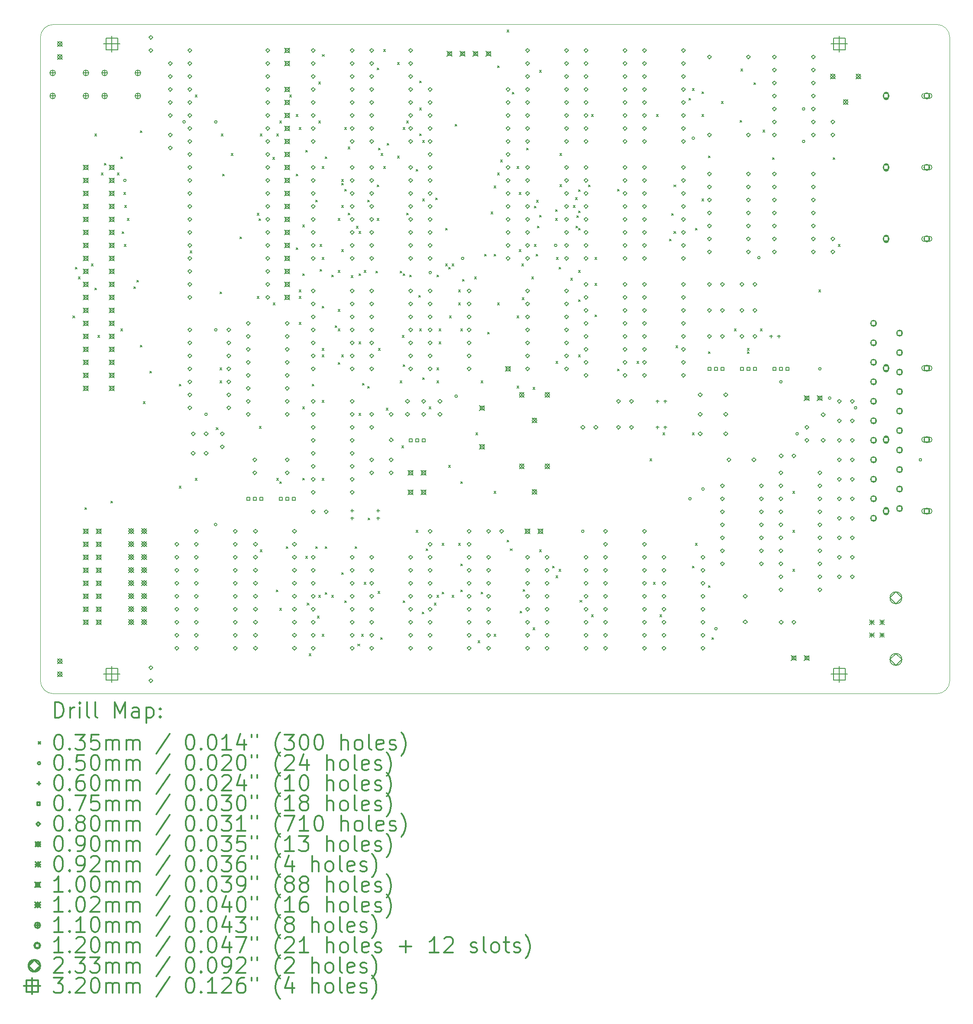
<source format=gbr>
%FSLAX45Y45*%
G04 Gerber Fmt 4.5, Leading zero omitted, Abs format (unit mm)*
G04 Created by KiCad (PCBNEW (5.1.2-1)-1) date 2022-12-12 22:43:06*
%MOMM*%
%LPD*%
G04 APERTURE LIST*
%ADD10C,0.050000*%
%ADD11C,0.200000*%
%ADD12C,0.300000*%
G04 APERTURE END LIST*
D10*
X19050000Y-14097000D02*
G75*
G02X18796000Y-14351000I-254000J0D01*
G01*
X18796000Y-1270000D02*
G75*
G02X19050000Y-1524000I0J-254000D01*
G01*
X1270000Y-1524000D02*
G75*
G02X1524000Y-1270000I254000J0D01*
G01*
X1524000Y-14351000D02*
G75*
G02X1270000Y-14097000I0J254000D01*
G01*
X18796000Y-1270000D02*
X1524000Y-1270000D01*
X19050000Y-14097000D02*
X19050000Y-1524000D01*
X1524000Y-14351000D02*
X18796000Y-14351000D01*
X1270000Y-1524000D02*
X1270000Y-14097000D01*
D11*
X1905000Y-6967500D02*
X1940000Y-7002500D01*
X1940000Y-6967500D02*
X1905000Y-7002500D01*
X1951000Y-6015000D02*
X1986000Y-6050000D01*
X1986000Y-6015000D02*
X1951000Y-6050000D01*
X2014500Y-6205500D02*
X2049500Y-6240500D01*
X2049500Y-6205500D02*
X2014500Y-6240500D01*
X2141500Y-10714000D02*
X2176500Y-10749000D01*
X2176500Y-10714000D02*
X2141500Y-10749000D01*
X2268500Y-5951500D02*
X2303500Y-5986500D01*
X2303500Y-5951500D02*
X2268500Y-5986500D01*
X2332000Y-3411500D02*
X2367000Y-3446500D01*
X2367000Y-3411500D02*
X2332000Y-3446500D01*
X2332000Y-6421001D02*
X2367000Y-6456001D01*
X2367000Y-6421001D02*
X2332000Y-6456001D01*
X2395500Y-7348500D02*
X2430500Y-7383500D01*
X2430500Y-7348500D02*
X2395500Y-7383500D01*
X2459000Y-4173500D02*
X2494000Y-4208500D01*
X2494000Y-4173500D02*
X2459000Y-4208500D01*
X2522500Y-3983000D02*
X2557500Y-4018000D01*
X2557500Y-3983000D02*
X2522500Y-4018000D01*
X2649500Y-10587000D02*
X2684500Y-10622000D01*
X2684500Y-10587000D02*
X2649500Y-10622000D01*
X2776500Y-4173500D02*
X2811500Y-4208500D01*
X2811500Y-4173500D02*
X2776500Y-4208500D01*
X2840000Y-3856000D02*
X2875000Y-3891000D01*
X2875000Y-3856000D02*
X2840000Y-3891000D01*
X2840777Y-7222277D02*
X2875777Y-7257277D01*
X2875777Y-7222277D02*
X2840777Y-7257277D01*
X2863418Y-5319173D02*
X2898418Y-5354173D01*
X2898418Y-5319173D02*
X2863418Y-5354173D01*
X2903500Y-4554500D02*
X2938500Y-4589500D01*
X2938500Y-4554500D02*
X2903500Y-4589500D01*
X2909418Y-5570500D02*
X2944418Y-5605500D01*
X2944418Y-5570500D02*
X2909418Y-5605500D01*
X2914501Y-4808500D02*
X2949501Y-4843500D01*
X2949501Y-4808500D02*
X2914501Y-4843500D01*
X2967000Y-5062500D02*
X3002000Y-5097500D01*
X3002000Y-5062500D02*
X2967000Y-5097500D01*
X3094000Y-6396000D02*
X3129000Y-6431000D01*
X3129000Y-6396000D02*
X3094000Y-6431000D01*
X3157500Y-6269000D02*
X3192500Y-6304000D01*
X3192500Y-6269000D02*
X3157500Y-6304000D01*
X3221000Y-3348000D02*
X3256000Y-3383000D01*
X3256000Y-3348000D02*
X3221000Y-3383000D01*
X3221000Y-7539000D02*
X3256000Y-7574000D01*
X3256000Y-7539000D02*
X3221000Y-7574000D01*
X3284500Y-8644500D02*
X3319500Y-8679500D01*
X3319500Y-8644500D02*
X3284500Y-8679500D01*
X3411500Y-8047000D02*
X3446500Y-8082000D01*
X3446500Y-8047000D02*
X3411500Y-8082000D01*
X3983000Y-8301000D02*
X4018000Y-8336000D01*
X4018000Y-8301000D02*
X3983000Y-8336000D01*
X3983000Y-10295500D02*
X4018000Y-10330500D01*
X4018000Y-10295500D02*
X3983000Y-10330500D01*
X4198900Y-5697500D02*
X4233900Y-5732500D01*
X4233900Y-5697500D02*
X4198900Y-5732500D01*
X4300500Y-2649500D02*
X4335500Y-2684500D01*
X4335500Y-2649500D02*
X4300500Y-2684500D01*
X4300500Y-10142500D02*
X4335500Y-10177500D01*
X4335500Y-10142500D02*
X4300500Y-10177500D01*
X4707500Y-9152500D02*
X4742500Y-9187500D01*
X4742500Y-9152500D02*
X4707500Y-9187500D01*
X4783500Y-6498000D02*
X4818500Y-6533000D01*
X4818500Y-6498000D02*
X4783500Y-6533000D01*
X4783500Y-7983500D02*
X4818500Y-8018500D01*
X4818500Y-7983500D02*
X4783500Y-8018500D01*
X4783500Y-8237500D02*
X4818500Y-8272500D01*
X4818500Y-8237500D02*
X4783500Y-8272500D01*
X4808500Y-3411500D02*
X4843500Y-3446500D01*
X4843500Y-3411500D02*
X4808500Y-3446500D01*
X4829500Y-4194500D02*
X4864500Y-4229500D01*
X4864500Y-4194500D02*
X4829500Y-4229500D01*
X4999000Y-3792500D02*
X5034000Y-3827500D01*
X5034000Y-3792500D02*
X4999000Y-3827500D01*
X5168500Y-5422500D02*
X5203500Y-5457500D01*
X5203500Y-5422500D02*
X5168500Y-5457500D01*
X5504500Y-6586500D02*
X5539500Y-6621500D01*
X5539500Y-6586500D02*
X5504500Y-6621500D01*
X5507000Y-4961500D02*
X5542000Y-4996500D01*
X5542000Y-4961500D02*
X5507000Y-4996500D01*
X5545483Y-5065037D02*
X5580483Y-5100037D01*
X5580483Y-5065037D02*
X5545483Y-5100037D01*
X5550500Y-9126500D02*
X5585500Y-9161500D01*
X5585500Y-9126500D02*
X5550500Y-9161500D01*
X5570500Y-3411500D02*
X5605500Y-3446500D01*
X5605500Y-3411500D02*
X5570500Y-3446500D01*
X5570500Y-11539500D02*
X5605500Y-11574500D01*
X5605500Y-11539500D02*
X5570500Y-11574500D01*
X5811800Y-3868700D02*
X5846800Y-3903700D01*
X5846800Y-3868700D02*
X5811800Y-3903700D01*
X5824500Y-6713500D02*
X5859500Y-6748500D01*
X5859500Y-6713500D02*
X5824500Y-6748500D01*
X5878000Y-12321500D02*
X5913000Y-12356500D01*
X5913000Y-12321500D02*
X5878000Y-12356500D01*
X5888000Y-3411500D02*
X5923000Y-3446500D01*
X5923000Y-3411500D02*
X5888000Y-3446500D01*
X5888000Y-10142500D02*
X5923000Y-10177500D01*
X5923000Y-10142500D02*
X5888000Y-10177500D01*
X5951500Y-3157500D02*
X5986500Y-3192500D01*
X5986500Y-3157500D02*
X5951500Y-3192500D01*
X5951500Y-10206000D02*
X5986500Y-10241000D01*
X5986500Y-10206000D02*
X5951500Y-10241000D01*
X5951500Y-12682500D02*
X5986500Y-12717500D01*
X5986500Y-12682500D02*
X5951500Y-12717500D01*
X6078500Y-11476000D02*
X6113500Y-11511000D01*
X6113500Y-11476000D02*
X6078500Y-11511000D01*
X6142000Y-2649500D02*
X6177000Y-2684500D01*
X6177000Y-2649500D02*
X6142000Y-2684500D01*
X6269000Y-3030500D02*
X6304000Y-3065500D01*
X6304000Y-3030500D02*
X6269000Y-3065500D01*
X6269000Y-4193500D02*
X6304000Y-4228500D01*
X6304000Y-4193500D02*
X6269000Y-4228500D01*
X6269000Y-5634000D02*
X6304000Y-5669000D01*
X6304000Y-5634000D02*
X6269000Y-5669000D01*
X6332500Y-3284500D02*
X6367500Y-3319500D01*
X6367500Y-3284500D02*
X6332500Y-3319500D01*
X6332500Y-6459500D02*
X6367500Y-6494500D01*
X6367500Y-6459500D02*
X6332500Y-6494500D01*
X6332500Y-6586500D02*
X6367500Y-6621500D01*
X6367500Y-6586500D02*
X6332500Y-6621500D01*
X6332500Y-7094500D02*
X6367500Y-7129500D01*
X6367500Y-7094500D02*
X6332500Y-7129500D01*
X6396000Y-5189500D02*
X6431000Y-5224500D01*
X6431000Y-5189500D02*
X6396000Y-5224500D01*
X6396000Y-6142000D02*
X6431000Y-6177000D01*
X6431000Y-6142000D02*
X6396000Y-6177000D01*
X6396000Y-8745500D02*
X6431000Y-8780500D01*
X6431000Y-8745500D02*
X6396000Y-8780500D01*
X6396777Y-10141723D02*
X6431777Y-10176723D01*
X6431777Y-10141723D02*
X6396777Y-10176723D01*
X6459500Y-3729000D02*
X6494500Y-3764000D01*
X6494500Y-3729000D02*
X6459500Y-3764000D01*
X6459500Y-11666500D02*
X6494500Y-11701500D01*
X6494500Y-11666500D02*
X6459500Y-11701500D01*
X6485500Y-12581500D02*
X6520500Y-12616500D01*
X6520500Y-12581500D02*
X6485500Y-12616500D01*
X6523000Y-13571500D02*
X6558000Y-13606500D01*
X6558000Y-13571500D02*
X6523000Y-13606500D01*
X6586500Y-8301000D02*
X6621500Y-8336000D01*
X6621500Y-8301000D02*
X6586500Y-8336000D01*
X6650000Y-4701500D02*
X6685000Y-4736500D01*
X6685000Y-4701500D02*
X6650000Y-4736500D01*
X6650000Y-11476000D02*
X6685000Y-11511000D01*
X6685000Y-11476000D02*
X6650000Y-11511000D01*
X6687500Y-12835500D02*
X6722500Y-12870500D01*
X6722500Y-12835500D02*
X6687500Y-12870500D01*
X6713500Y-2395500D02*
X6748500Y-2430500D01*
X6748500Y-2395500D02*
X6713500Y-2430500D01*
X6713500Y-3157500D02*
X6748500Y-3192500D01*
X6748500Y-3157500D02*
X6713500Y-3192500D01*
X6713500Y-12428500D02*
X6748500Y-12463500D01*
X6748500Y-12428500D02*
X6713500Y-12463500D01*
X6733500Y-5570500D02*
X6768500Y-5605500D01*
X6768500Y-5570500D02*
X6733500Y-5605500D01*
X6733500Y-6061000D02*
X6768500Y-6096000D01*
X6768500Y-6061000D02*
X6733500Y-6096000D01*
X6777000Y-4046500D02*
X6812000Y-4081500D01*
X6812000Y-4046500D02*
X6777000Y-4081500D01*
X6777000Y-6777000D02*
X6812000Y-6812000D01*
X6812000Y-6777000D02*
X6777000Y-6812000D01*
X6777000Y-7602500D02*
X6812000Y-7637500D01*
X6812000Y-7602500D02*
X6777000Y-7637500D01*
X6777000Y-7729500D02*
X6812000Y-7764500D01*
X6812000Y-7729500D02*
X6777000Y-7764500D01*
X6777000Y-8618500D02*
X6812000Y-8653500D01*
X6812000Y-8618500D02*
X6777000Y-8653500D01*
X6777000Y-10142500D02*
X6812000Y-10177500D01*
X6812000Y-10142500D02*
X6777000Y-10177500D01*
X6777000Y-13190500D02*
X6812000Y-13225500D01*
X6812000Y-13190500D02*
X6777000Y-13225500D01*
X6779500Y-5824500D02*
X6814500Y-5859500D01*
X6814500Y-5824500D02*
X6779500Y-5859500D01*
X6782500Y-1861500D02*
X6817500Y-1896500D01*
X6817500Y-1861500D02*
X6782500Y-1896500D01*
X6840500Y-3856000D02*
X6875500Y-3891000D01*
X6875500Y-3856000D02*
X6840500Y-3891000D01*
X6840500Y-11476000D02*
X6875500Y-11511000D01*
X6875500Y-11476000D02*
X6840500Y-11511000D01*
X6840500Y-12373500D02*
X6875500Y-12408500D01*
X6875500Y-12373500D02*
X6840500Y-12408500D01*
X6967500Y-6170500D02*
X7002500Y-6205500D01*
X7002500Y-6170500D02*
X6967500Y-6205500D01*
X6967500Y-12428500D02*
X7002500Y-12463500D01*
X7002500Y-12428500D02*
X6967500Y-12463500D01*
X7031000Y-7158000D02*
X7066000Y-7193000D01*
X7066000Y-7158000D02*
X7031000Y-7193000D01*
X7094500Y-5062500D02*
X7129500Y-5097500D01*
X7129500Y-5062500D02*
X7094500Y-5097500D01*
X7094500Y-6078500D02*
X7129500Y-6113500D01*
X7129500Y-6078500D02*
X7094500Y-6113500D01*
X7094500Y-6840500D02*
X7129500Y-6875500D01*
X7129500Y-6840500D02*
X7094500Y-6875500D01*
X7094500Y-7221500D02*
X7129500Y-7256500D01*
X7129500Y-7221500D02*
X7094500Y-7256500D01*
X7094500Y-7876500D02*
X7129500Y-7911500D01*
X7129500Y-7876500D02*
X7094500Y-7911500D01*
X7158000Y-4300500D02*
X7193000Y-4335500D01*
X7193000Y-4300500D02*
X7158000Y-4335500D01*
X7158000Y-4373999D02*
X7193000Y-4408999D01*
X7193000Y-4373999D02*
X7158000Y-4408999D01*
X7158000Y-4808500D02*
X7193000Y-4843500D01*
X7193000Y-4808500D02*
X7158000Y-4843500D01*
X7158000Y-5672500D02*
X7193000Y-5707500D01*
X7193000Y-5672500D02*
X7158000Y-5707500D01*
X7158000Y-7729500D02*
X7193000Y-7764500D01*
X7193000Y-7729500D02*
X7158000Y-7764500D01*
X7158000Y-11984000D02*
X7193000Y-12019000D01*
X7193000Y-11984000D02*
X7158000Y-12019000D01*
X7221500Y-3284500D02*
X7256500Y-3319500D01*
X7256500Y-3284500D02*
X7221500Y-3319500D01*
X7221500Y-4491000D02*
X7256500Y-4526000D01*
X7256500Y-4491000D02*
X7221500Y-4526000D01*
X7221500Y-12535500D02*
X7256500Y-12570500D01*
X7256500Y-12535500D02*
X7221500Y-12570500D01*
X7285000Y-3665500D02*
X7320000Y-3700500D01*
X7320000Y-3665500D02*
X7285000Y-3700500D01*
X7285000Y-4955500D02*
X7320000Y-4990500D01*
X7320000Y-4955500D02*
X7285000Y-4990500D01*
X7348500Y-6180500D02*
X7383500Y-6215500D01*
X7383500Y-6180500D02*
X7348500Y-6215500D01*
X7418750Y-11476000D02*
X7453750Y-11511000D01*
X7453750Y-11476000D02*
X7418750Y-11511000D01*
X7449500Y-5215500D02*
X7484500Y-5250500D01*
X7484500Y-5215500D02*
X7449500Y-5250500D01*
X7476231Y-13381823D02*
X7511231Y-13416823D01*
X7511231Y-13381823D02*
X7476231Y-13416823D01*
X7495500Y-5316500D02*
X7530500Y-5351500D01*
X7530500Y-5316500D02*
X7495500Y-5351500D01*
X7495500Y-6142000D02*
X7530500Y-6177000D01*
X7530500Y-6142000D02*
X7495500Y-6177000D01*
X7495500Y-7475500D02*
X7530500Y-7510500D01*
X7530500Y-7475500D02*
X7495500Y-7510500D01*
X7495500Y-8872500D02*
X7530500Y-8907500D01*
X7530500Y-8872500D02*
X7495500Y-8907500D01*
X7547230Y-13190500D02*
X7582230Y-13225500D01*
X7582230Y-13190500D02*
X7547230Y-13225500D01*
X7562749Y-8283500D02*
X7597749Y-8318500D01*
X7597749Y-8283500D02*
X7562749Y-8318500D01*
X7602500Y-6078500D02*
X7637500Y-6113500D01*
X7637500Y-6078500D02*
X7602500Y-6113500D01*
X7602500Y-12174500D02*
X7637500Y-12209500D01*
X7637500Y-12174500D02*
X7602500Y-12209500D01*
X7666000Y-4701500D02*
X7701000Y-4736500D01*
X7701000Y-4701500D02*
X7666000Y-4736500D01*
X7666000Y-8343500D02*
X7701000Y-8378500D01*
X7701000Y-8343500D02*
X7666000Y-8378500D01*
X7674500Y-10920410D02*
X7709500Y-10955410D01*
X7709500Y-10920410D02*
X7674500Y-10955410D01*
X7831100Y-6091200D02*
X7866100Y-6126200D01*
X7866100Y-6091200D02*
X7831100Y-6126200D01*
X7856500Y-2121500D02*
X7891500Y-2156500D01*
X7891500Y-2121500D02*
X7856500Y-2156500D01*
X7856500Y-4407500D02*
X7891500Y-4442500D01*
X7891500Y-4407500D02*
X7856500Y-4442500D01*
X7856500Y-5062500D02*
X7891500Y-5097500D01*
X7891500Y-5062500D02*
X7856500Y-5097500D01*
X7868517Y-12352983D02*
X7903517Y-12387983D01*
X7903517Y-12352983D02*
X7868517Y-12387983D01*
X7876500Y-3685500D02*
X7911500Y-3720500D01*
X7911500Y-3685500D02*
X7876500Y-3720500D01*
X7876500Y-7602500D02*
X7911500Y-7637500D01*
X7911500Y-7602500D02*
X7876500Y-7637500D01*
X7920000Y-13254000D02*
X7955000Y-13289000D01*
X7955000Y-13254000D02*
X7920000Y-13289000D01*
X7927500Y-3792500D02*
X7962500Y-3827500D01*
X7962500Y-3792500D02*
X7927500Y-3827500D01*
X7983500Y-1760500D02*
X8018500Y-1795500D01*
X8018500Y-1760500D02*
X7983500Y-1795500D01*
X7983500Y-4046500D02*
X8018500Y-4081500D01*
X8018500Y-4046500D02*
X7983500Y-4081500D01*
X8034300Y-8770900D02*
X8069300Y-8805900D01*
X8069300Y-8770900D02*
X8034300Y-8805900D01*
X8047000Y-3593500D02*
X8082000Y-3628500D01*
X8082000Y-3593500D02*
X8047000Y-3628500D01*
X8250000Y-2014500D02*
X8285000Y-2049500D01*
X8285000Y-2014500D02*
X8250000Y-2049500D01*
X8250000Y-3843500D02*
X8285000Y-3878500D01*
X8285000Y-3843500D02*
X8250000Y-3878500D01*
X8301000Y-6089501D02*
X8336000Y-6124501D01*
X8336000Y-6089501D02*
X8301000Y-6124501D01*
X8301000Y-8237500D02*
X8336000Y-8272500D01*
X8336000Y-8237500D02*
X8301000Y-8272500D01*
X8339500Y-9507500D02*
X8374500Y-9542500D01*
X8374500Y-9507500D02*
X8339500Y-9542500D01*
X8344500Y-7348500D02*
X8379500Y-7383500D01*
X8379500Y-7348500D02*
X8344500Y-7383500D01*
X8363723Y-7920777D02*
X8398723Y-7955777D01*
X8398723Y-7920777D02*
X8363723Y-7955777D01*
X8364500Y-3284500D02*
X8399500Y-3319500D01*
X8399500Y-3284500D02*
X8364500Y-3319500D01*
X8364500Y-6142000D02*
X8399500Y-6177000D01*
X8399500Y-6142000D02*
X8364500Y-6177000D01*
X8364500Y-12535500D02*
X8399500Y-12570500D01*
X8399500Y-12535500D02*
X8364500Y-12570500D01*
X8428000Y-4955500D02*
X8463000Y-4990500D01*
X8463000Y-4955500D02*
X8428000Y-4990500D01*
X8429554Y-3157500D02*
X8464554Y-3192500D01*
X8464554Y-3157500D02*
X8429554Y-3192500D01*
X8491500Y-6167400D02*
X8526500Y-6202400D01*
X8526500Y-6167400D02*
X8491500Y-6202400D01*
X8618500Y-4101500D02*
X8653500Y-4136500D01*
X8653500Y-4101500D02*
X8618500Y-4136500D01*
X8618500Y-11158500D02*
X8653500Y-11193500D01*
X8653500Y-11158500D02*
X8618500Y-11193500D01*
X8667250Y-6566500D02*
X8702250Y-6601500D01*
X8702250Y-6566500D02*
X8667250Y-6601500D01*
X8679499Y-3408999D02*
X8714499Y-3443999D01*
X8714499Y-3408999D02*
X8679499Y-3443999D01*
X8682000Y-2903500D02*
X8717000Y-2938500D01*
X8717000Y-2903500D02*
X8682000Y-2938500D01*
X8682000Y-7221500D02*
X8717000Y-7256500D01*
X8717000Y-7221500D02*
X8682000Y-7256500D01*
X8682303Y-2375500D02*
X8717303Y-2410500D01*
X8717303Y-2375500D02*
X8682303Y-2410500D01*
X8733483Y-12758017D02*
X8768483Y-12793017D01*
X8768483Y-12758017D02*
X8733483Y-12793017D01*
X8745500Y-3538500D02*
X8780500Y-3573500D01*
X8780500Y-3538500D02*
X8745500Y-3573500D01*
X8745500Y-4681500D02*
X8780500Y-4716500D01*
X8780500Y-4681500D02*
X8745500Y-4716500D01*
X8745500Y-8174000D02*
X8780500Y-8209000D01*
X8780500Y-8174000D02*
X8745500Y-8209000D01*
X8809000Y-11519500D02*
X8844000Y-11554500D01*
X8844000Y-11519500D02*
X8809000Y-11554500D01*
X8872500Y-8745500D02*
X8907500Y-8780500D01*
X8907500Y-8745500D02*
X8872500Y-8780500D01*
X8973500Y-12581500D02*
X9008500Y-12616500D01*
X9008500Y-12581500D02*
X8973500Y-12616500D01*
X8999500Y-4661500D02*
X9034500Y-4696500D01*
X9034500Y-4661500D02*
X8999500Y-4696500D01*
X9019500Y-6167400D02*
X9054500Y-6202400D01*
X9054500Y-6167400D02*
X9019500Y-6202400D01*
X9019500Y-7983500D02*
X9054500Y-8018500D01*
X9054500Y-7983500D02*
X9019500Y-8018500D01*
X9019500Y-8237500D02*
X9054500Y-8272500D01*
X9054500Y-8237500D02*
X9019500Y-8272500D01*
X9019500Y-12428500D02*
X9054500Y-12463500D01*
X9054500Y-12428500D02*
X9019500Y-12463500D01*
X9063000Y-7221500D02*
X9098000Y-7256500D01*
X9098000Y-7221500D02*
X9063000Y-7256500D01*
X9063000Y-7475500D02*
X9098000Y-7510500D01*
X9098000Y-7475500D02*
X9063000Y-7510500D01*
X9126500Y-11412500D02*
X9161500Y-11447500D01*
X9161500Y-11412500D02*
X9126500Y-11447500D01*
X9126500Y-12365000D02*
X9161500Y-12400000D01*
X9161500Y-12365000D02*
X9126500Y-12400000D01*
X9190000Y-5253000D02*
X9225000Y-5288000D01*
X9225000Y-5253000D02*
X9190000Y-5288000D01*
X9190000Y-5951500D02*
X9225000Y-5986500D01*
X9225000Y-5951500D02*
X9190000Y-5986500D01*
X9253500Y-6015000D02*
X9288500Y-6050000D01*
X9288500Y-6015000D02*
X9253500Y-6050000D01*
X9253500Y-9888500D02*
X9288500Y-9923500D01*
X9288500Y-9888500D02*
X9253500Y-9923500D01*
X9264501Y-6967500D02*
X9299501Y-7002500D01*
X9299501Y-6967500D02*
X9264501Y-7002500D01*
X9317000Y-5951500D02*
X9352000Y-5986500D01*
X9352000Y-5951500D02*
X9317000Y-5986500D01*
X9317000Y-12428500D02*
X9352000Y-12463500D01*
X9352000Y-12428500D02*
X9317000Y-12463500D01*
X9380500Y-3221000D02*
X9415500Y-3256000D01*
X9415500Y-3221000D02*
X9380500Y-3256000D01*
X9444000Y-6459500D02*
X9479000Y-6494500D01*
X9479000Y-6459500D02*
X9444000Y-6494500D01*
X9444000Y-6713500D02*
X9479000Y-6748500D01*
X9479000Y-6713500D02*
X9444000Y-6748500D01*
X9444000Y-11412500D02*
X9479000Y-11447500D01*
X9479000Y-11412500D02*
X9444000Y-11447500D01*
X9487500Y-7221500D02*
X9522500Y-7256500D01*
X9522500Y-7221500D02*
X9487500Y-7256500D01*
X9487500Y-10206000D02*
X9522500Y-10241000D01*
X9522500Y-10206000D02*
X9487500Y-10241000D01*
X9487500Y-11813500D02*
X9522500Y-11848500D01*
X9522500Y-11813500D02*
X9487500Y-11848500D01*
X9487500Y-12321500D02*
X9522500Y-12356500D01*
X9522500Y-12321500D02*
X9487500Y-12356500D01*
X9521499Y-6255001D02*
X9556499Y-6290001D01*
X9556499Y-6255001D02*
X9521499Y-6290001D01*
X9761500Y-6205500D02*
X9796500Y-6240500D01*
X9796500Y-6205500D02*
X9761500Y-6240500D01*
X9781500Y-9253500D02*
X9816500Y-9288500D01*
X9816500Y-9253500D02*
X9781500Y-9288500D01*
X9825000Y-13317500D02*
X9860000Y-13352500D01*
X9860000Y-13317500D02*
X9825000Y-13352500D01*
X9888500Y-8237500D02*
X9923500Y-8272500D01*
X9923500Y-8237500D02*
X9888500Y-8272500D01*
X9888500Y-12365000D02*
X9923500Y-12400000D01*
X9923500Y-12365000D02*
X9888500Y-12400000D01*
X9952000Y-5764500D02*
X9987000Y-5799500D01*
X9987000Y-5764500D02*
X9952000Y-5799500D01*
X10015500Y-7285000D02*
X10050500Y-7320000D01*
X10050500Y-7285000D02*
X10015500Y-7320000D01*
X10079000Y-4935500D02*
X10114000Y-4970500D01*
X10114000Y-4935500D02*
X10079000Y-4970500D01*
X10142500Y-4427500D02*
X10177500Y-4462500D01*
X10177500Y-4427500D02*
X10142500Y-4462500D01*
X10142500Y-5764500D02*
X10177500Y-5799500D01*
X10177500Y-5764500D02*
X10142500Y-5799500D01*
X10142500Y-10396500D02*
X10177500Y-10431500D01*
X10177500Y-10396500D02*
X10142500Y-10431500D01*
X10142500Y-13190500D02*
X10177500Y-13225500D01*
X10177500Y-13190500D02*
X10142500Y-13225500D01*
X10206000Y-2075500D02*
X10241000Y-2110500D01*
X10241000Y-2075500D02*
X10206000Y-2110500D01*
X10206000Y-4173500D02*
X10241000Y-4208500D01*
X10241000Y-4173500D02*
X10206000Y-4208500D01*
X10206000Y-6713500D02*
X10241000Y-6748500D01*
X10241000Y-6713500D02*
X10206000Y-6748500D01*
X10269500Y-3919500D02*
X10304500Y-3954500D01*
X10304500Y-3919500D02*
X10269500Y-3954500D01*
X10396500Y-1379500D02*
X10431500Y-1414500D01*
X10431500Y-1379500D02*
X10396500Y-1414500D01*
X10396500Y-11349000D02*
X10431500Y-11384000D01*
X10431500Y-11349000D02*
X10396500Y-11384000D01*
X10456500Y-11519500D02*
X10491500Y-11554500D01*
X10491500Y-11519500D02*
X10456500Y-11554500D01*
X10492928Y-2591377D02*
X10527928Y-2626377D01*
X10527928Y-2591377D02*
X10492928Y-2626377D01*
X10587000Y-4046500D02*
X10622000Y-4081500D01*
X10622000Y-4046500D02*
X10587000Y-4081500D01*
X10587000Y-6967500D02*
X10622000Y-7002500D01*
X10622000Y-6967500D02*
X10587000Y-7002500D01*
X10587000Y-8339100D02*
X10622000Y-8374100D01*
X10622000Y-8339100D02*
X10587000Y-8374100D01*
X10630500Y-4554500D02*
X10665500Y-4589500D01*
X10665500Y-4554500D02*
X10630500Y-4589500D01*
X10630500Y-5672500D02*
X10665500Y-5707500D01*
X10665500Y-5672500D02*
X10630500Y-5707500D01*
X10650500Y-12737500D02*
X10685500Y-12772500D01*
X10685500Y-12737500D02*
X10650500Y-12772500D01*
X10680699Y-5951500D02*
X10715699Y-5986500D01*
X10715699Y-5951500D02*
X10680699Y-5986500D01*
X10688000Y-6612500D02*
X10723000Y-6647500D01*
X10723000Y-6612500D02*
X10688000Y-6647500D01*
X10706010Y-12315331D02*
X10741010Y-12350331D01*
X10741010Y-12315331D02*
X10706010Y-12350331D01*
X10777500Y-3685500D02*
X10812500Y-3720500D01*
X10812500Y-3685500D02*
X10777500Y-3720500D01*
X10879100Y-6205500D02*
X10914100Y-6240500D01*
X10914100Y-6205500D02*
X10879100Y-6240500D01*
X10904500Y-8364500D02*
X10939500Y-8399500D01*
X10939500Y-8364500D02*
X10904500Y-8399500D01*
X10904500Y-13063500D02*
X10939500Y-13098500D01*
X10939500Y-13063500D02*
X10904500Y-13098500D01*
X10924837Y-4821200D02*
X10959837Y-4856200D01*
X10959837Y-4821200D02*
X10924837Y-4856200D01*
X10924976Y-5570499D02*
X10959976Y-5605498D01*
X10959976Y-5570499D02*
X10924976Y-5605498D01*
X10956999Y-5764500D02*
X10991999Y-5799500D01*
X10991999Y-5764500D02*
X10956999Y-5799500D01*
X10968000Y-4706900D02*
X11003000Y-4741900D01*
X11003000Y-4706900D02*
X10968000Y-4741900D01*
X10985500Y-5209500D02*
X11020500Y-5244500D01*
X11020500Y-5209500D02*
X10985500Y-5244500D01*
X11031500Y-2167500D02*
X11066500Y-2202500D01*
X11066500Y-2167500D02*
X11031500Y-2202500D01*
X11031500Y-4999000D02*
X11066500Y-5034000D01*
X11066500Y-4999000D02*
X11031500Y-5034000D01*
X11031500Y-11539500D02*
X11066500Y-11574500D01*
X11066500Y-11539500D02*
X11031500Y-11574500D01*
X11285500Y-11857000D02*
X11320500Y-11892000D01*
X11320500Y-11857000D02*
X11285500Y-11892000D01*
X11337999Y-5062500D02*
X11372999Y-5097500D01*
X11372999Y-5062500D02*
X11337999Y-5097500D01*
X11338197Y-4886999D02*
X11373197Y-4921999D01*
X11373197Y-4886999D02*
X11338197Y-4921999D01*
X11349000Y-7856500D02*
X11384000Y-7891500D01*
X11384000Y-7856500D02*
X11349000Y-7891500D01*
X11349000Y-12047500D02*
X11384000Y-12082500D01*
X11384000Y-12047500D02*
X11349000Y-12082500D01*
X11361700Y-5824500D02*
X11396700Y-5859500D01*
X11396700Y-5824500D02*
X11361700Y-5859500D01*
X11412500Y-6015000D02*
X11447500Y-6050000D01*
X11447500Y-6015000D02*
X11412500Y-6050000D01*
X11412500Y-11920500D02*
X11447500Y-11955500D01*
X11447500Y-11920500D02*
X11412500Y-11955500D01*
X11425200Y-3792500D02*
X11460200Y-3827500D01*
X11460200Y-3792500D02*
X11425200Y-3827500D01*
X11425200Y-4402100D02*
X11460200Y-4437100D01*
X11460200Y-4402100D02*
X11425200Y-4437100D01*
X11641100Y-6230900D02*
X11676100Y-6265900D01*
X11676100Y-6230900D02*
X11641100Y-6265900D01*
X11686863Y-4808497D02*
X11721863Y-4843497D01*
X11721863Y-4808497D02*
X11686863Y-4843497D01*
X11732864Y-4656100D02*
X11767864Y-4691100D01*
X11767864Y-4656100D02*
X11732864Y-4691100D01*
X11742700Y-5209500D02*
X11777700Y-5244500D01*
X11777700Y-5209500D02*
X11742700Y-5244500D01*
X11755400Y-5007500D02*
X11790400Y-5042500D01*
X11790400Y-5007500D02*
X11755400Y-5042500D01*
X11792723Y-5253777D02*
X11827723Y-5288777D01*
X11827723Y-5253777D02*
X11792723Y-5288777D01*
X11793500Y-4499500D02*
X11828500Y-4534500D01*
X11828500Y-4499500D02*
X11793500Y-4534500D01*
X11793500Y-4915500D02*
X11828500Y-4950500D01*
X11828500Y-4915500D02*
X11793500Y-4950500D01*
X11793500Y-6078500D02*
X11828500Y-6113500D01*
X11828500Y-6078500D02*
X11793500Y-6113500D01*
X11793500Y-6650000D02*
X11828500Y-6685000D01*
X11828500Y-6650000D02*
X11793500Y-6685000D01*
X11793500Y-7729500D02*
X11828500Y-7764500D01*
X11828500Y-7729500D02*
X11793500Y-7764500D01*
X11819500Y-12529500D02*
X11854500Y-12564500D01*
X11854500Y-12529500D02*
X11819500Y-12564500D01*
X11984000Y-4407500D02*
X12019000Y-4442500D01*
X12019000Y-4407500D02*
X11984000Y-4442500D01*
X12047500Y-3030500D02*
X12082500Y-3065500D01*
X12082500Y-3030500D02*
X12047500Y-3065500D01*
X12047500Y-12809500D02*
X12082500Y-12844500D01*
X12082500Y-12809500D02*
X12047500Y-12844500D01*
X12111000Y-5824500D02*
X12146000Y-5859500D01*
X12146000Y-5824500D02*
X12111000Y-5859500D01*
X12111000Y-6332500D02*
X12146000Y-6367500D01*
X12146000Y-6332500D02*
X12111000Y-6367500D01*
X12111000Y-6947500D02*
X12146000Y-6982500D01*
X12146000Y-6947500D02*
X12111000Y-6982500D01*
X12555500Y-4491000D02*
X12590500Y-4526000D01*
X12590500Y-4491000D02*
X12555500Y-4526000D01*
X12555500Y-8003500D02*
X12590500Y-8038500D01*
X12590500Y-8003500D02*
X12555500Y-8038500D01*
X12936500Y-7856500D02*
X12971500Y-7891500D01*
X12971500Y-7856500D02*
X12936500Y-7891500D01*
X13190500Y-9761500D02*
X13225500Y-9796500D01*
X13225500Y-9761500D02*
X13190500Y-9796500D01*
X13254777Y-12175277D02*
X13289777Y-12210277D01*
X13289777Y-12175277D02*
X13254777Y-12210277D01*
X13317500Y-3030500D02*
X13352500Y-3065500D01*
X13352500Y-3030500D02*
X13317500Y-3065500D01*
X13381000Y-12809500D02*
X13416000Y-12844500D01*
X13416000Y-12809500D02*
X13381000Y-12844500D01*
X13444500Y-9253500D02*
X13479500Y-9288500D01*
X13479500Y-9253500D02*
X13444500Y-9288500D01*
X13571500Y-5463500D02*
X13606500Y-5498500D01*
X13606500Y-5463500D02*
X13571500Y-5498500D01*
X13611223Y-4962523D02*
X13646223Y-4997523D01*
X13646223Y-4962523D02*
X13611223Y-4997523D01*
X13657223Y-5316500D02*
X13692223Y-5351500D01*
X13692223Y-5316500D02*
X13657223Y-5351500D01*
X13657223Y-4403723D02*
X13692223Y-4438723D01*
X13692223Y-4403723D02*
X13657223Y-4438723D01*
X13698500Y-7551700D02*
X13733500Y-7586700D01*
X13733500Y-7551700D02*
X13698500Y-7586700D01*
X13952500Y-2713000D02*
X13987500Y-2748000D01*
X13987500Y-2713000D02*
X13952500Y-2748000D01*
X14015223Y-2523277D02*
X14050223Y-2558277D01*
X14050223Y-2523277D02*
X14015223Y-2558277D01*
X14016000Y-9253500D02*
X14051000Y-9288500D01*
X14051000Y-9253500D02*
X14016000Y-9288500D01*
X14016000Y-11857000D02*
X14051000Y-11892000D01*
X14051000Y-11857000D02*
X14016000Y-11892000D01*
X14079500Y-5253000D02*
X14114500Y-5288000D01*
X14114500Y-5253000D02*
X14079500Y-5288000D01*
X14079500Y-11412500D02*
X14114500Y-11447500D01*
X14114500Y-11412500D02*
X14079500Y-11447500D01*
X14206500Y-2586000D02*
X14241500Y-2621000D01*
X14241500Y-2586000D02*
X14206500Y-2621000D01*
X14206500Y-3030500D02*
X14241500Y-3065500D01*
X14241500Y-3030500D02*
X14206500Y-3065500D01*
X14206500Y-4681500D02*
X14241500Y-4716500D01*
X14241500Y-4681500D02*
X14206500Y-4716500D01*
X14333500Y-3838500D02*
X14368500Y-3873500D01*
X14368500Y-3838500D02*
X14333500Y-3873500D01*
X14333500Y-7666000D02*
X14368500Y-7701000D01*
X14368500Y-7666000D02*
X14333500Y-7701000D01*
X14333500Y-12238000D02*
X14368500Y-12273000D01*
X14368500Y-12238000D02*
X14333500Y-12273000D01*
X14397000Y-13254000D02*
X14432000Y-13289000D01*
X14432000Y-13254000D02*
X14397000Y-13289000D01*
X14587500Y-2776500D02*
X14622500Y-2811500D01*
X14622500Y-2776500D02*
X14587500Y-2811500D01*
X14841500Y-7221500D02*
X14876500Y-7256500D01*
X14876500Y-7221500D02*
X14841500Y-7256500D01*
X14948500Y-3144800D02*
X14983500Y-3179800D01*
X14983500Y-3144800D02*
X14948500Y-3179800D01*
X14968500Y-2141500D02*
X15003500Y-2176500D01*
X15003500Y-2141500D02*
X14968500Y-2176500D01*
X15095500Y-7602500D02*
X15130500Y-7637500D01*
X15130500Y-7602500D02*
X15095500Y-7637500D01*
X15095500Y-7666000D02*
X15130500Y-7701000D01*
X15130500Y-7666000D02*
X15095500Y-7701000D01*
X15222500Y-2409363D02*
X15257500Y-2444363D01*
X15257500Y-2409363D02*
X15222500Y-2444363D01*
X15349500Y-7221500D02*
X15384500Y-7256500D01*
X15384500Y-7221500D02*
X15349500Y-7256500D01*
X15400300Y-3335300D02*
X15435300Y-3370300D01*
X15435300Y-3335300D02*
X15400300Y-3370300D01*
X15583200Y-3876300D02*
X15618200Y-3911300D01*
X15618200Y-3876300D02*
X15583200Y-3911300D01*
X15984500Y-10396500D02*
X16019500Y-10431500D01*
X16019500Y-10396500D02*
X15984500Y-10431500D01*
X15984500Y-11158500D02*
X16019500Y-11193500D01*
X16019500Y-11158500D02*
X15984500Y-11193500D01*
X15984500Y-11920500D02*
X16019500Y-11955500D01*
X16019500Y-11920500D02*
X15984500Y-11955500D01*
X16492500Y-6459500D02*
X16527500Y-6494500D01*
X16527500Y-6459500D02*
X16492500Y-6494500D01*
X16766800Y-3876300D02*
X16801800Y-3911300D01*
X16801800Y-3876300D02*
X16766800Y-3911300D01*
X16873500Y-5570500D02*
X16908500Y-5605500D01*
X16908500Y-5570500D02*
X16873500Y-5605500D01*
X2946000Y-4318000D02*
G75*
G03X2946000Y-4318000I-25000J0D01*
G01*
X4103750Y-3173250D02*
G75*
G03X4103750Y-3173250I-25000J0D01*
G01*
X4533500Y-8890000D02*
G75*
G03X4533500Y-8890000I-25000J0D01*
G01*
X4719390Y-11044390D02*
G75*
G03X4719390Y-11044390I-25000J0D01*
G01*
X4724000Y-3175000D02*
G75*
G03X4724000Y-3175000I-25000J0D01*
G01*
X4724000Y-7239000D02*
G75*
G03X4724000Y-7239000I-25000J0D01*
G01*
X8915000Y-6119501D02*
G75*
G03X8915000Y-6119501I-25000J0D01*
G01*
X9423000Y-8535000D02*
G75*
G03X9423000Y-8535000I-25000J0D01*
G01*
X9550000Y-5842000D02*
G75*
G03X9550000Y-5842000I-25000J0D01*
G01*
X11367999Y-5588000D02*
G75*
G03X11367999Y-5588000I-25000J0D01*
G01*
X11899500Y-11176000D02*
G75*
G03X11899500Y-11176000I-25000J0D01*
G01*
X13995000Y-10541000D02*
G75*
G03X13995000Y-10541000I-25000J0D01*
G01*
X14058500Y-3492500D02*
G75*
G03X14058500Y-3492500I-25000J0D01*
G01*
X14249000Y-10350500D02*
G75*
G03X14249000Y-10350500I-25000J0D01*
G01*
X14503000Y-13081000D02*
G75*
G03X14503000Y-13081000I-25000J0D01*
G01*
X15343250Y-5827250D02*
G75*
G03X15343250Y-5827250I-25000J0D01*
G01*
X15773000Y-8255000D02*
G75*
G03X15773000Y-8255000I-25000J0D01*
G01*
X16090500Y-9271000D02*
G75*
G03X16090500Y-9271000I-25000J0D01*
G01*
X16217500Y-2921000D02*
G75*
G03X16217500Y-2921000I-25000J0D01*
G01*
X16217500Y-3556000D02*
G75*
G03X16217500Y-3556000I-25000J0D01*
G01*
X16535000Y-8001000D02*
G75*
G03X16535000Y-8001000I-25000J0D01*
G01*
X16725500Y-8572500D02*
G75*
G03X16725500Y-8572500I-25000J0D01*
G01*
X17233500Y-8763000D02*
G75*
G03X17233500Y-8763000I-25000J0D01*
G01*
X18500436Y-9779000D02*
G75*
G03X18500436Y-9779000I-25000J0D01*
G01*
X13335000Y-8606000D02*
X13335000Y-8666000D01*
X13305000Y-8636000D02*
X13365000Y-8636000D01*
X13485000Y-8606000D02*
X13485000Y-8666000D01*
X13455000Y-8636000D02*
X13515000Y-8636000D01*
X13335000Y-9114000D02*
X13335000Y-9174000D01*
X13305000Y-9144000D02*
X13365000Y-9144000D01*
X13485000Y-9114000D02*
X13485000Y-9174000D01*
X13455000Y-9144000D02*
X13515000Y-9144000D01*
X15557500Y-7336000D02*
X15557500Y-7396000D01*
X15527500Y-7366000D02*
X15587500Y-7366000D01*
X15707500Y-7336000D02*
X15707500Y-7396000D01*
X15677500Y-7366000D02*
X15737500Y-7366000D01*
X7874000Y-10742000D02*
X7874000Y-10802000D01*
X7844000Y-10772000D02*
X7904000Y-10772000D01*
X7874000Y-10892000D02*
X7874000Y-10952000D01*
X7844000Y-10922000D02*
X7904000Y-10922000D01*
X7366000Y-10742000D02*
X7366000Y-10802000D01*
X7336000Y-10772000D02*
X7396000Y-10772000D01*
X7366000Y-10892000D02*
X7366000Y-10952000D01*
X7336000Y-10922000D02*
X7396000Y-10922000D01*
X14377517Y-8027517D02*
X14377517Y-7974483D01*
X14324483Y-7974483D01*
X14324483Y-8027517D01*
X14377517Y-8027517D01*
X14504517Y-8027517D02*
X14504517Y-7974483D01*
X14451483Y-7974483D01*
X14451483Y-8027517D01*
X14504517Y-8027517D01*
X14631517Y-8027517D02*
X14631517Y-7974483D01*
X14578483Y-7974483D01*
X14578483Y-8027517D01*
X14631517Y-8027517D01*
X5995517Y-10567517D02*
X5995517Y-10514483D01*
X5942483Y-10514483D01*
X5942483Y-10567517D01*
X5995517Y-10567517D01*
X6122517Y-10567517D02*
X6122517Y-10514483D01*
X6069483Y-10514483D01*
X6069483Y-10567517D01*
X6122517Y-10567517D01*
X6249517Y-10567517D02*
X6249517Y-10514483D01*
X6196483Y-10514483D01*
X6196483Y-10567517D01*
X6249517Y-10567517D01*
X15012517Y-8027517D02*
X15012517Y-7974483D01*
X14959483Y-7974483D01*
X14959483Y-8027517D01*
X15012517Y-8027517D01*
X15139517Y-8027517D02*
X15139517Y-7974483D01*
X15086483Y-7974483D01*
X15086483Y-8027517D01*
X15139517Y-8027517D01*
X15266517Y-8027517D02*
X15266517Y-7974483D01*
X15213483Y-7974483D01*
X15213483Y-8027517D01*
X15266517Y-8027517D01*
X5360517Y-10567517D02*
X5360517Y-10514483D01*
X5307483Y-10514483D01*
X5307483Y-10567517D01*
X5360517Y-10567517D01*
X5487517Y-10567517D02*
X5487517Y-10514483D01*
X5434483Y-10514483D01*
X5434483Y-10567517D01*
X5487517Y-10567517D01*
X5614517Y-10567517D02*
X5614517Y-10514483D01*
X5561483Y-10514483D01*
X5561483Y-10567517D01*
X5614517Y-10567517D01*
X15647517Y-8027517D02*
X15647517Y-7974483D01*
X15594483Y-7974483D01*
X15594483Y-8027517D01*
X15647517Y-8027517D01*
X15774517Y-8027517D02*
X15774517Y-7974483D01*
X15721483Y-7974483D01*
X15721483Y-8027517D01*
X15774517Y-8027517D01*
X15901517Y-8027517D02*
X15901517Y-7974483D01*
X15848483Y-7974483D01*
X15848483Y-8027517D01*
X15901517Y-8027517D01*
X8535517Y-9424517D02*
X8535517Y-9371483D01*
X8482483Y-9371483D01*
X8482483Y-9424517D01*
X8535517Y-9424517D01*
X8662517Y-9424517D02*
X8662517Y-9371483D01*
X8609483Y-9371483D01*
X8609483Y-9424517D01*
X8662517Y-9424517D01*
X8789517Y-9424517D02*
X8789517Y-9371483D01*
X8736483Y-9371483D01*
X8736483Y-9424517D01*
X8789517Y-9424517D01*
X8890000Y-6517000D02*
X8930000Y-6477000D01*
X8890000Y-6437000D01*
X8850000Y-6477000D01*
X8890000Y-6517000D01*
X8890000Y-6771000D02*
X8930000Y-6731000D01*
X8890000Y-6691000D01*
X8850000Y-6731000D01*
X8890000Y-6771000D01*
X8890000Y-7025000D02*
X8930000Y-6985000D01*
X8890000Y-6945000D01*
X8850000Y-6985000D01*
X8890000Y-7025000D01*
X8890000Y-7279000D02*
X8930000Y-7239000D01*
X8890000Y-7199000D01*
X8850000Y-7239000D01*
X8890000Y-7279000D01*
X8890000Y-7533000D02*
X8930000Y-7493000D01*
X8890000Y-7453000D01*
X8850000Y-7493000D01*
X8890000Y-7533000D01*
X8890000Y-7787000D02*
X8930000Y-7747000D01*
X8890000Y-7707000D01*
X8850000Y-7747000D01*
X8890000Y-7787000D01*
X8890000Y-8041000D02*
X8930000Y-8001000D01*
X8890000Y-7961000D01*
X8850000Y-8001000D01*
X8890000Y-8041000D01*
X9652000Y-6517000D02*
X9692000Y-6477000D01*
X9652000Y-6437000D01*
X9612000Y-6477000D01*
X9652000Y-6517000D01*
X9652000Y-6771000D02*
X9692000Y-6731000D01*
X9652000Y-6691000D01*
X9612000Y-6731000D01*
X9652000Y-6771000D01*
X9652000Y-7025000D02*
X9692000Y-6985000D01*
X9652000Y-6945000D01*
X9612000Y-6985000D01*
X9652000Y-7025000D01*
X9652000Y-7279000D02*
X9692000Y-7239000D01*
X9652000Y-7199000D01*
X9612000Y-7239000D01*
X9652000Y-7279000D01*
X9652000Y-7533000D02*
X9692000Y-7493000D01*
X9652000Y-7453000D01*
X9612000Y-7493000D01*
X9652000Y-7533000D01*
X9652000Y-7787000D02*
X9692000Y-7747000D01*
X9652000Y-7707000D01*
X9612000Y-7747000D01*
X9652000Y-7787000D01*
X9652000Y-8041000D02*
X9692000Y-8001000D01*
X9652000Y-7961000D01*
X9612000Y-8001000D01*
X9652000Y-8041000D01*
X8890000Y-2580000D02*
X8930000Y-2540000D01*
X8890000Y-2500000D01*
X8850000Y-2540000D01*
X8890000Y-2580000D01*
X8890000Y-2834000D02*
X8930000Y-2794000D01*
X8890000Y-2754000D01*
X8850000Y-2794000D01*
X8890000Y-2834000D01*
X8890000Y-3088000D02*
X8930000Y-3048000D01*
X8890000Y-3008000D01*
X8850000Y-3048000D01*
X8890000Y-3088000D01*
X8890000Y-3342000D02*
X8930000Y-3302000D01*
X8890000Y-3262000D01*
X8850000Y-3302000D01*
X8890000Y-3342000D01*
X8890000Y-3596000D02*
X8930000Y-3556000D01*
X8890000Y-3516000D01*
X8850000Y-3556000D01*
X8890000Y-3596000D01*
X8890000Y-3850000D02*
X8930000Y-3810000D01*
X8890000Y-3770000D01*
X8850000Y-3810000D01*
X8890000Y-3850000D01*
X8890000Y-4104000D02*
X8930000Y-4064000D01*
X8890000Y-4024000D01*
X8850000Y-4064000D01*
X8890000Y-4104000D01*
X8890000Y-4358000D02*
X8930000Y-4318000D01*
X8890000Y-4278000D01*
X8850000Y-4318000D01*
X8890000Y-4358000D01*
X8890000Y-4612000D02*
X8930000Y-4572000D01*
X8890000Y-4532000D01*
X8850000Y-4572000D01*
X8890000Y-4612000D01*
X8890000Y-4866000D02*
X8930000Y-4826000D01*
X8890000Y-4786000D01*
X8850000Y-4826000D01*
X8890000Y-4866000D01*
X8890000Y-5120000D02*
X8930000Y-5080000D01*
X8890000Y-5040000D01*
X8850000Y-5080000D01*
X8890000Y-5120000D01*
X8890000Y-5374000D02*
X8930000Y-5334000D01*
X8890000Y-5294000D01*
X8850000Y-5334000D01*
X8890000Y-5374000D01*
X8890000Y-5628000D02*
X8930000Y-5588000D01*
X8890000Y-5548000D01*
X8850000Y-5588000D01*
X8890000Y-5628000D01*
X8890000Y-5882000D02*
X8930000Y-5842000D01*
X8890000Y-5802000D01*
X8850000Y-5842000D01*
X8890000Y-5882000D01*
X10414000Y-2580000D02*
X10454000Y-2540000D01*
X10414000Y-2500000D01*
X10374000Y-2540000D01*
X10414000Y-2580000D01*
X10414000Y-2834000D02*
X10454000Y-2794000D01*
X10414000Y-2754000D01*
X10374000Y-2794000D01*
X10414000Y-2834000D01*
X10414000Y-3088000D02*
X10454000Y-3048000D01*
X10414000Y-3008000D01*
X10374000Y-3048000D01*
X10414000Y-3088000D01*
X10414000Y-3342000D02*
X10454000Y-3302000D01*
X10414000Y-3262000D01*
X10374000Y-3302000D01*
X10414000Y-3342000D01*
X10414000Y-3596000D02*
X10454000Y-3556000D01*
X10414000Y-3516000D01*
X10374000Y-3556000D01*
X10414000Y-3596000D01*
X10414000Y-3850000D02*
X10454000Y-3810000D01*
X10414000Y-3770000D01*
X10374000Y-3810000D01*
X10414000Y-3850000D01*
X10414000Y-4104000D02*
X10454000Y-4064000D01*
X10414000Y-4024000D01*
X10374000Y-4064000D01*
X10414000Y-4104000D01*
X10414000Y-4358000D02*
X10454000Y-4318000D01*
X10414000Y-4278000D01*
X10374000Y-4318000D01*
X10414000Y-4358000D01*
X10414000Y-4612000D02*
X10454000Y-4572000D01*
X10414000Y-4532000D01*
X10374000Y-4572000D01*
X10414000Y-4612000D01*
X10414000Y-4866000D02*
X10454000Y-4826000D01*
X10414000Y-4786000D01*
X10374000Y-4826000D01*
X10414000Y-4866000D01*
X10414000Y-5120000D02*
X10454000Y-5080000D01*
X10414000Y-5040000D01*
X10374000Y-5080000D01*
X10414000Y-5120000D01*
X10414000Y-5374000D02*
X10454000Y-5334000D01*
X10414000Y-5294000D01*
X10374000Y-5334000D01*
X10414000Y-5374000D01*
X10414000Y-5628000D02*
X10454000Y-5588000D01*
X10414000Y-5548000D01*
X10374000Y-5588000D01*
X10414000Y-5628000D01*
X10414000Y-5882000D02*
X10454000Y-5842000D01*
X10414000Y-5802000D01*
X10374000Y-5842000D01*
X10414000Y-5882000D01*
X7747000Y-11724000D02*
X7787000Y-11684000D01*
X7747000Y-11644000D01*
X7707000Y-11684000D01*
X7747000Y-11724000D01*
X7747000Y-11978000D02*
X7787000Y-11938000D01*
X7747000Y-11898000D01*
X7707000Y-11938000D01*
X7747000Y-11978000D01*
X7747000Y-12232000D02*
X7787000Y-12192000D01*
X7747000Y-12152000D01*
X7707000Y-12192000D01*
X7747000Y-12232000D01*
X7747000Y-12486000D02*
X7787000Y-12446000D01*
X7747000Y-12406000D01*
X7707000Y-12446000D01*
X7747000Y-12486000D01*
X7747000Y-12740000D02*
X7787000Y-12700000D01*
X7747000Y-12660000D01*
X7707000Y-12700000D01*
X7747000Y-12740000D01*
X7747000Y-12994000D02*
X7787000Y-12954000D01*
X7747000Y-12914000D01*
X7707000Y-12954000D01*
X7747000Y-12994000D01*
X7747000Y-13248000D02*
X7787000Y-13208000D01*
X7747000Y-13168000D01*
X7707000Y-13208000D01*
X7747000Y-13248000D01*
X7747000Y-13502000D02*
X7787000Y-13462000D01*
X7747000Y-13422000D01*
X7707000Y-13462000D01*
X7747000Y-13502000D01*
X8509000Y-11724000D02*
X8549000Y-11684000D01*
X8509000Y-11644000D01*
X8469000Y-11684000D01*
X8509000Y-11724000D01*
X8509000Y-11978000D02*
X8549000Y-11938000D01*
X8509000Y-11898000D01*
X8469000Y-11938000D01*
X8509000Y-11978000D01*
X8509000Y-12232000D02*
X8549000Y-12192000D01*
X8509000Y-12152000D01*
X8469000Y-12192000D01*
X8509000Y-12232000D01*
X8509000Y-12486000D02*
X8549000Y-12446000D01*
X8509000Y-12406000D01*
X8469000Y-12446000D01*
X8509000Y-12486000D01*
X8509000Y-12740000D02*
X8549000Y-12700000D01*
X8509000Y-12660000D01*
X8469000Y-12700000D01*
X8509000Y-12740000D01*
X8509000Y-12994000D02*
X8549000Y-12954000D01*
X8509000Y-12914000D01*
X8469000Y-12954000D01*
X8509000Y-12994000D01*
X8509000Y-13248000D02*
X8549000Y-13208000D01*
X8509000Y-13168000D01*
X8469000Y-13208000D01*
X8509000Y-13248000D01*
X8509000Y-13502000D02*
X8549000Y-13462000D01*
X8509000Y-13422000D01*
X8469000Y-13462000D01*
X8509000Y-13502000D01*
X9080500Y-8676000D02*
X9120500Y-8636000D01*
X9080500Y-8596000D01*
X9040500Y-8636000D01*
X9080500Y-8676000D01*
X9080500Y-8930000D02*
X9120500Y-8890000D01*
X9080500Y-8850000D01*
X9040500Y-8890000D01*
X9080500Y-8930000D01*
X10795000Y-4104000D02*
X10835000Y-4064000D01*
X10795000Y-4024000D01*
X10755000Y-4064000D01*
X10795000Y-4104000D01*
X10795000Y-4358000D02*
X10835000Y-4318000D01*
X10795000Y-4278000D01*
X10755000Y-4318000D01*
X10795000Y-4358000D01*
X10795000Y-4612000D02*
X10835000Y-4572000D01*
X10795000Y-4532000D01*
X10755000Y-4572000D01*
X10795000Y-4612000D01*
X10795000Y-4866000D02*
X10835000Y-4826000D01*
X10795000Y-4786000D01*
X10755000Y-4826000D01*
X10795000Y-4866000D01*
X10795000Y-5120000D02*
X10835000Y-5080000D01*
X10795000Y-5040000D01*
X10755000Y-5080000D01*
X10795000Y-5120000D01*
X10795000Y-5374000D02*
X10835000Y-5334000D01*
X10795000Y-5294000D01*
X10755000Y-5334000D01*
X10795000Y-5374000D01*
X10795000Y-5628000D02*
X10835000Y-5588000D01*
X10795000Y-5548000D01*
X10755000Y-5588000D01*
X10795000Y-5628000D01*
X10795000Y-5882000D02*
X10835000Y-5842000D01*
X10795000Y-5802000D01*
X10755000Y-5842000D01*
X10795000Y-5882000D01*
X11557000Y-4104000D02*
X11597000Y-4064000D01*
X11557000Y-4024000D01*
X11517000Y-4064000D01*
X11557000Y-4104000D01*
X11557000Y-4358000D02*
X11597000Y-4318000D01*
X11557000Y-4278000D01*
X11517000Y-4318000D01*
X11557000Y-4358000D01*
X11557000Y-4612000D02*
X11597000Y-4572000D01*
X11557000Y-4532000D01*
X11517000Y-4572000D01*
X11557000Y-4612000D01*
X11557000Y-4866000D02*
X11597000Y-4826000D01*
X11557000Y-4786000D01*
X11517000Y-4826000D01*
X11557000Y-4866000D01*
X11557000Y-5120000D02*
X11597000Y-5080000D01*
X11557000Y-5040000D01*
X11517000Y-5080000D01*
X11557000Y-5120000D01*
X11557000Y-5374000D02*
X11597000Y-5334000D01*
X11557000Y-5294000D01*
X11517000Y-5334000D01*
X11557000Y-5374000D01*
X11557000Y-5628000D02*
X11597000Y-5588000D01*
X11557000Y-5548000D01*
X11517000Y-5588000D01*
X11557000Y-5628000D01*
X11557000Y-5882000D02*
X11597000Y-5842000D01*
X11557000Y-5802000D01*
X11517000Y-5842000D01*
X11557000Y-5882000D01*
X7747000Y-6517000D02*
X7787000Y-6477000D01*
X7747000Y-6437000D01*
X7707000Y-6477000D01*
X7747000Y-6517000D01*
X7747000Y-6771000D02*
X7787000Y-6731000D01*
X7747000Y-6691000D01*
X7707000Y-6731000D01*
X7747000Y-6771000D01*
X7747000Y-7025000D02*
X7787000Y-6985000D01*
X7747000Y-6945000D01*
X7707000Y-6985000D01*
X7747000Y-7025000D01*
X7747000Y-7279000D02*
X7787000Y-7239000D01*
X7747000Y-7199000D01*
X7707000Y-7239000D01*
X7747000Y-7279000D01*
X7747000Y-7533000D02*
X7787000Y-7493000D01*
X7747000Y-7453000D01*
X7707000Y-7493000D01*
X7747000Y-7533000D01*
X7747000Y-7787000D02*
X7787000Y-7747000D01*
X7747000Y-7707000D01*
X7707000Y-7747000D01*
X7747000Y-7787000D01*
X7747000Y-8041000D02*
X7787000Y-8001000D01*
X7747000Y-7961000D01*
X7707000Y-8001000D01*
X7747000Y-8041000D01*
X8509000Y-6517000D02*
X8549000Y-6477000D01*
X8509000Y-6437000D01*
X8469000Y-6477000D01*
X8509000Y-6517000D01*
X8509000Y-6771000D02*
X8549000Y-6731000D01*
X8509000Y-6691000D01*
X8469000Y-6731000D01*
X8509000Y-6771000D01*
X8509000Y-7025000D02*
X8549000Y-6985000D01*
X8509000Y-6945000D01*
X8469000Y-6985000D01*
X8509000Y-7025000D01*
X8509000Y-7279000D02*
X8549000Y-7239000D01*
X8509000Y-7199000D01*
X8469000Y-7239000D01*
X8509000Y-7279000D01*
X8509000Y-7533000D02*
X8549000Y-7493000D01*
X8509000Y-7453000D01*
X8469000Y-7493000D01*
X8509000Y-7533000D01*
X8509000Y-7787000D02*
X8549000Y-7747000D01*
X8509000Y-7707000D01*
X8469000Y-7747000D01*
X8509000Y-7787000D01*
X8509000Y-8041000D02*
X8549000Y-8001000D01*
X8509000Y-7961000D01*
X8469000Y-8001000D01*
X8509000Y-8041000D01*
X15049500Y-12486000D02*
X15089500Y-12446000D01*
X15049500Y-12406000D01*
X15009500Y-12446000D01*
X15049500Y-12486000D01*
X15049500Y-12986000D02*
X15089500Y-12946000D01*
X15049500Y-12906000D01*
X15009500Y-12946000D01*
X15049500Y-12986000D01*
X8128000Y-9819000D02*
X8168000Y-9779000D01*
X8128000Y-9739000D01*
X8088000Y-9779000D01*
X8128000Y-9819000D01*
X8128000Y-10073000D02*
X8168000Y-10033000D01*
X8128000Y-9993000D01*
X8088000Y-10033000D01*
X8128000Y-10073000D01*
X16891000Y-9438000D02*
X16931000Y-9398000D01*
X16891000Y-9358000D01*
X16851000Y-9398000D01*
X16891000Y-9438000D01*
X17145000Y-9438000D02*
X17185000Y-9398000D01*
X17145000Y-9358000D01*
X17105000Y-9398000D01*
X17145000Y-9438000D01*
X3810000Y-2072000D02*
X3850000Y-2032000D01*
X3810000Y-1992000D01*
X3770000Y-2032000D01*
X3810000Y-2072000D01*
X3810000Y-2326000D02*
X3850000Y-2286000D01*
X3810000Y-2246000D01*
X3770000Y-2286000D01*
X3810000Y-2326000D01*
X3810000Y-2580000D02*
X3850000Y-2540000D01*
X3810000Y-2500000D01*
X3770000Y-2540000D01*
X3810000Y-2580000D01*
X3810000Y-2834000D02*
X3850000Y-2794000D01*
X3810000Y-2754000D01*
X3770000Y-2794000D01*
X3810000Y-2834000D01*
X3810000Y-3088000D02*
X3850000Y-3048000D01*
X3810000Y-3008000D01*
X3770000Y-3048000D01*
X3810000Y-3088000D01*
X14351000Y-7406000D02*
X14391000Y-7366000D01*
X14351000Y-7326000D01*
X14311000Y-7366000D01*
X14351000Y-7406000D01*
X14605000Y-7406000D02*
X14645000Y-7366000D01*
X14605000Y-7326000D01*
X14565000Y-7366000D01*
X14605000Y-7406000D01*
X16891000Y-10962000D02*
X16931000Y-10922000D01*
X16891000Y-10882000D01*
X16851000Y-10922000D01*
X16891000Y-10962000D01*
X17145000Y-10962000D02*
X17185000Y-10922000D01*
X17145000Y-10882000D01*
X17105000Y-10922000D01*
X17145000Y-10962000D01*
X15752000Y-12994000D02*
X15792000Y-12954000D01*
X15752000Y-12914000D01*
X15712000Y-12954000D01*
X15752000Y-12994000D01*
X16002000Y-12994000D02*
X16042000Y-12954000D01*
X16002000Y-12914000D01*
X15962000Y-12954000D01*
X16002000Y-12994000D01*
X14351000Y-4231000D02*
X14391000Y-4191000D01*
X14351000Y-4151000D01*
X14311000Y-4191000D01*
X14351000Y-4231000D01*
X14351000Y-4485000D02*
X14391000Y-4445000D01*
X14351000Y-4405000D01*
X14311000Y-4445000D01*
X14351000Y-4485000D01*
X14351000Y-4739000D02*
X14391000Y-4699000D01*
X14351000Y-4659000D01*
X14311000Y-4699000D01*
X14351000Y-4739000D01*
X14351000Y-4993000D02*
X14391000Y-4953000D01*
X14351000Y-4913000D01*
X14311000Y-4953000D01*
X14351000Y-4993000D01*
X14351000Y-5247000D02*
X14391000Y-5207000D01*
X14351000Y-5167000D01*
X14311000Y-5207000D01*
X14351000Y-5247000D01*
X14351000Y-5501000D02*
X14391000Y-5461000D01*
X14351000Y-5421000D01*
X14311000Y-5461000D01*
X14351000Y-5501000D01*
X14351000Y-5755000D02*
X14391000Y-5715000D01*
X14351000Y-5675000D01*
X14311000Y-5715000D01*
X14351000Y-5755000D01*
X15113000Y-4231000D02*
X15153000Y-4191000D01*
X15113000Y-4151000D01*
X15073000Y-4191000D01*
X15113000Y-4231000D01*
X15113000Y-4485000D02*
X15153000Y-4445000D01*
X15113000Y-4405000D01*
X15073000Y-4445000D01*
X15113000Y-4485000D01*
X15113000Y-4739000D02*
X15153000Y-4699000D01*
X15113000Y-4659000D01*
X15073000Y-4699000D01*
X15113000Y-4739000D01*
X15113000Y-4993000D02*
X15153000Y-4953000D01*
X15113000Y-4913000D01*
X15073000Y-4953000D01*
X15113000Y-4993000D01*
X15113000Y-5247000D02*
X15153000Y-5207000D01*
X15113000Y-5167000D01*
X15073000Y-5207000D01*
X15113000Y-5247000D01*
X15113000Y-5501000D02*
X15153000Y-5461000D01*
X15113000Y-5421000D01*
X15073000Y-5461000D01*
X15113000Y-5501000D01*
X15113000Y-5755000D02*
X15153000Y-5715000D01*
X15113000Y-5675000D01*
X15073000Y-5715000D01*
X15113000Y-5755000D01*
X15621000Y-1945000D02*
X15661000Y-1905000D01*
X15621000Y-1865000D01*
X15581000Y-1905000D01*
X15621000Y-1945000D01*
X15621000Y-2199000D02*
X15661000Y-2159000D01*
X15621000Y-2119000D01*
X15581000Y-2159000D01*
X15621000Y-2199000D01*
X15621000Y-2453000D02*
X15661000Y-2413000D01*
X15621000Y-2373000D01*
X15581000Y-2413000D01*
X15621000Y-2453000D01*
X15621000Y-2707000D02*
X15661000Y-2667000D01*
X15621000Y-2627000D01*
X15581000Y-2667000D01*
X15621000Y-2707000D01*
X15621000Y-2961000D02*
X15661000Y-2921000D01*
X15621000Y-2881000D01*
X15581000Y-2921000D01*
X15621000Y-2961000D01*
X15621000Y-3215000D02*
X15661000Y-3175000D01*
X15621000Y-3135000D01*
X15581000Y-3175000D01*
X15621000Y-3215000D01*
X15621000Y-3469000D02*
X15661000Y-3429000D01*
X15621000Y-3389000D01*
X15581000Y-3429000D01*
X15621000Y-3469000D01*
X16383000Y-1945000D02*
X16423000Y-1905000D01*
X16383000Y-1865000D01*
X16343000Y-1905000D01*
X16383000Y-1945000D01*
X16383000Y-2199000D02*
X16423000Y-2159000D01*
X16383000Y-2119000D01*
X16343000Y-2159000D01*
X16383000Y-2199000D01*
X16383000Y-2453000D02*
X16423000Y-2413000D01*
X16383000Y-2373000D01*
X16343000Y-2413000D01*
X16383000Y-2453000D01*
X16383000Y-2707000D02*
X16423000Y-2667000D01*
X16383000Y-2627000D01*
X16343000Y-2667000D01*
X16383000Y-2707000D01*
X16383000Y-2961000D02*
X16423000Y-2921000D01*
X16383000Y-2881000D01*
X16343000Y-2921000D01*
X16383000Y-2961000D01*
X16383000Y-3215000D02*
X16423000Y-3175000D01*
X16383000Y-3135000D01*
X16343000Y-3175000D01*
X16383000Y-3215000D01*
X16383000Y-3469000D02*
X16423000Y-3429000D01*
X16383000Y-3389000D01*
X16343000Y-3429000D01*
X16383000Y-3469000D01*
X12573000Y-9184000D02*
X12613000Y-9144000D01*
X12573000Y-9104000D01*
X12533000Y-9144000D01*
X12573000Y-9184000D01*
X12827000Y-9184000D02*
X12867000Y-9144000D01*
X12827000Y-9104000D01*
X12787000Y-9144000D01*
X12827000Y-9184000D01*
X12573000Y-8676000D02*
X12613000Y-8636000D01*
X12573000Y-8596000D01*
X12533000Y-8636000D01*
X12573000Y-8676000D01*
X12827000Y-8676000D02*
X12867000Y-8636000D01*
X12827000Y-8596000D01*
X12787000Y-8636000D01*
X12827000Y-8676000D01*
X6604000Y-4104000D02*
X6644000Y-4064000D01*
X6604000Y-4024000D01*
X6564000Y-4064000D01*
X6604000Y-4104000D01*
X6604000Y-4358000D02*
X6644000Y-4318000D01*
X6604000Y-4278000D01*
X6564000Y-4318000D01*
X6604000Y-4358000D01*
X6604000Y-4612000D02*
X6644000Y-4572000D01*
X6604000Y-4532000D01*
X6564000Y-4572000D01*
X6604000Y-4612000D01*
X6604000Y-4866000D02*
X6644000Y-4826000D01*
X6604000Y-4786000D01*
X6564000Y-4826000D01*
X6604000Y-4866000D01*
X6604000Y-5120000D02*
X6644000Y-5080000D01*
X6604000Y-5040000D01*
X6564000Y-5080000D01*
X6604000Y-5120000D01*
X6604000Y-5374000D02*
X6644000Y-5334000D01*
X6604000Y-5294000D01*
X6564000Y-5334000D01*
X6604000Y-5374000D01*
X6604000Y-5628000D02*
X6644000Y-5588000D01*
X6604000Y-5548000D01*
X6564000Y-5588000D01*
X6604000Y-5628000D01*
X6604000Y-5882000D02*
X6644000Y-5842000D01*
X6604000Y-5802000D01*
X6564000Y-5842000D01*
X6604000Y-5882000D01*
X7366000Y-4104000D02*
X7406000Y-4064000D01*
X7366000Y-4024000D01*
X7326000Y-4064000D01*
X7366000Y-4104000D01*
X7366000Y-4358000D02*
X7406000Y-4318000D01*
X7366000Y-4278000D01*
X7326000Y-4318000D01*
X7366000Y-4358000D01*
X7366000Y-4612000D02*
X7406000Y-4572000D01*
X7366000Y-4532000D01*
X7326000Y-4572000D01*
X7366000Y-4612000D01*
X7366000Y-4866000D02*
X7406000Y-4826000D01*
X7366000Y-4786000D01*
X7326000Y-4826000D01*
X7366000Y-4866000D01*
X7366000Y-5120000D02*
X7406000Y-5080000D01*
X7366000Y-5040000D01*
X7326000Y-5080000D01*
X7366000Y-5120000D01*
X7366000Y-5374000D02*
X7406000Y-5334000D01*
X7366000Y-5294000D01*
X7326000Y-5334000D01*
X7366000Y-5374000D01*
X7366000Y-5628000D02*
X7406000Y-5588000D01*
X7366000Y-5548000D01*
X7326000Y-5588000D01*
X7366000Y-5628000D01*
X7366000Y-5882000D02*
X7406000Y-5842000D01*
X7366000Y-5802000D01*
X7326000Y-5842000D01*
X7366000Y-5882000D01*
X10795000Y-1818000D02*
X10835000Y-1778000D01*
X10795000Y-1738000D01*
X10755000Y-1778000D01*
X10795000Y-1818000D01*
X10795000Y-2072000D02*
X10835000Y-2032000D01*
X10795000Y-1992000D01*
X10755000Y-2032000D01*
X10795000Y-2072000D01*
X10795000Y-2326000D02*
X10835000Y-2286000D01*
X10795000Y-2246000D01*
X10755000Y-2286000D01*
X10795000Y-2326000D01*
X10795000Y-2580000D02*
X10835000Y-2540000D01*
X10795000Y-2500000D01*
X10755000Y-2540000D01*
X10795000Y-2580000D01*
X10795000Y-2834000D02*
X10835000Y-2794000D01*
X10795000Y-2754000D01*
X10755000Y-2794000D01*
X10795000Y-2834000D01*
X10795000Y-3088000D02*
X10835000Y-3048000D01*
X10795000Y-3008000D01*
X10755000Y-3048000D01*
X10795000Y-3088000D01*
X10795000Y-3342000D02*
X10835000Y-3302000D01*
X10795000Y-3262000D01*
X10755000Y-3302000D01*
X10795000Y-3342000D01*
X10795000Y-3596000D02*
X10835000Y-3556000D01*
X10795000Y-3516000D01*
X10755000Y-3556000D01*
X10795000Y-3596000D01*
X11557000Y-1818000D02*
X11597000Y-1778000D01*
X11557000Y-1738000D01*
X11517000Y-1778000D01*
X11557000Y-1818000D01*
X11557000Y-2072000D02*
X11597000Y-2032000D01*
X11557000Y-1992000D01*
X11517000Y-2032000D01*
X11557000Y-2072000D01*
X11557000Y-2326000D02*
X11597000Y-2286000D01*
X11557000Y-2246000D01*
X11517000Y-2286000D01*
X11557000Y-2326000D01*
X11557000Y-2580000D02*
X11597000Y-2540000D01*
X11557000Y-2500000D01*
X11517000Y-2540000D01*
X11557000Y-2580000D01*
X11557000Y-2834000D02*
X11597000Y-2794000D01*
X11557000Y-2754000D01*
X11517000Y-2794000D01*
X11557000Y-2834000D01*
X11557000Y-3088000D02*
X11597000Y-3048000D01*
X11557000Y-3008000D01*
X11517000Y-3048000D01*
X11557000Y-3088000D01*
X11557000Y-3342000D02*
X11597000Y-3302000D01*
X11557000Y-3262000D01*
X11517000Y-3302000D01*
X11557000Y-3342000D01*
X11557000Y-3596000D02*
X11597000Y-3556000D01*
X11557000Y-3516000D01*
X11517000Y-3556000D01*
X11557000Y-3596000D01*
X4191000Y-1818000D02*
X4231000Y-1778000D01*
X4191000Y-1738000D01*
X4151000Y-1778000D01*
X4191000Y-1818000D01*
X4191000Y-2072000D02*
X4231000Y-2032000D01*
X4191000Y-1992000D01*
X4151000Y-2032000D01*
X4191000Y-2072000D01*
X4191000Y-2326000D02*
X4231000Y-2286000D01*
X4191000Y-2246000D01*
X4151000Y-2286000D01*
X4191000Y-2326000D01*
X4191000Y-2580000D02*
X4231000Y-2540000D01*
X4191000Y-2500000D01*
X4151000Y-2540000D01*
X4191000Y-2580000D01*
X4191000Y-2834000D02*
X4231000Y-2794000D01*
X4191000Y-2754000D01*
X4151000Y-2794000D01*
X4191000Y-2834000D01*
X4191000Y-3088000D02*
X4231000Y-3048000D01*
X4191000Y-3008000D01*
X4151000Y-3048000D01*
X4191000Y-3088000D01*
X4191000Y-3342000D02*
X4231000Y-3302000D01*
X4191000Y-3262000D01*
X4151000Y-3302000D01*
X4191000Y-3342000D01*
X4191000Y-3596000D02*
X4231000Y-3556000D01*
X4191000Y-3516000D01*
X4151000Y-3556000D01*
X4191000Y-3596000D01*
X4191000Y-3850000D02*
X4231000Y-3810000D01*
X4191000Y-3770000D01*
X4151000Y-3810000D01*
X4191000Y-3850000D01*
X4191000Y-4104000D02*
X4231000Y-4064000D01*
X4191000Y-4024000D01*
X4151000Y-4064000D01*
X4191000Y-4104000D01*
X4191000Y-4358000D02*
X4231000Y-4318000D01*
X4191000Y-4278000D01*
X4151000Y-4318000D01*
X4191000Y-4358000D01*
X4191000Y-4612000D02*
X4231000Y-4572000D01*
X4191000Y-4532000D01*
X4151000Y-4572000D01*
X4191000Y-4612000D01*
X4191000Y-4866000D02*
X4231000Y-4826000D01*
X4191000Y-4786000D01*
X4151000Y-4826000D01*
X4191000Y-4866000D01*
X4191000Y-5120000D02*
X4231000Y-5080000D01*
X4191000Y-5040000D01*
X4151000Y-5080000D01*
X4191000Y-5120000D01*
X4191000Y-5374000D02*
X4231000Y-5334000D01*
X4191000Y-5294000D01*
X4151000Y-5334000D01*
X4191000Y-5374000D01*
X4191000Y-5628000D02*
X4231000Y-5588000D01*
X4191000Y-5548000D01*
X4151000Y-5588000D01*
X4191000Y-5628000D01*
X4191000Y-5882000D02*
X4231000Y-5842000D01*
X4191000Y-5802000D01*
X4151000Y-5842000D01*
X4191000Y-5882000D01*
X4191000Y-6136000D02*
X4231000Y-6096000D01*
X4191000Y-6056000D01*
X4151000Y-6096000D01*
X4191000Y-6136000D01*
X4191000Y-6390000D02*
X4231000Y-6350000D01*
X4191000Y-6310000D01*
X4151000Y-6350000D01*
X4191000Y-6390000D01*
X4191000Y-6644000D02*
X4231000Y-6604000D01*
X4191000Y-6564000D01*
X4151000Y-6604000D01*
X4191000Y-6644000D01*
X5715000Y-1818000D02*
X5755000Y-1778000D01*
X5715000Y-1738000D01*
X5675000Y-1778000D01*
X5715000Y-1818000D01*
X5715000Y-2072000D02*
X5755000Y-2032000D01*
X5715000Y-1992000D01*
X5675000Y-2032000D01*
X5715000Y-2072000D01*
X5715000Y-2326000D02*
X5755000Y-2286000D01*
X5715000Y-2246000D01*
X5675000Y-2286000D01*
X5715000Y-2326000D01*
X5715000Y-2580000D02*
X5755000Y-2540000D01*
X5715000Y-2500000D01*
X5675000Y-2540000D01*
X5715000Y-2580000D01*
X5715000Y-2834000D02*
X5755000Y-2794000D01*
X5715000Y-2754000D01*
X5675000Y-2794000D01*
X5715000Y-2834000D01*
X5715000Y-3088000D02*
X5755000Y-3048000D01*
X5715000Y-3008000D01*
X5675000Y-3048000D01*
X5715000Y-3088000D01*
X5715000Y-3342000D02*
X5755000Y-3302000D01*
X5715000Y-3262000D01*
X5675000Y-3302000D01*
X5715000Y-3342000D01*
X5715000Y-3596000D02*
X5755000Y-3556000D01*
X5715000Y-3516000D01*
X5675000Y-3556000D01*
X5715000Y-3596000D01*
X5715000Y-3850000D02*
X5755000Y-3810000D01*
X5715000Y-3770000D01*
X5675000Y-3810000D01*
X5715000Y-3850000D01*
X5715000Y-4104000D02*
X5755000Y-4064000D01*
X5715000Y-4024000D01*
X5675000Y-4064000D01*
X5715000Y-4104000D01*
X5715000Y-4358000D02*
X5755000Y-4318000D01*
X5715000Y-4278000D01*
X5675000Y-4318000D01*
X5715000Y-4358000D01*
X5715000Y-4612000D02*
X5755000Y-4572000D01*
X5715000Y-4532000D01*
X5675000Y-4572000D01*
X5715000Y-4612000D01*
X5715000Y-4866000D02*
X5755000Y-4826000D01*
X5715000Y-4786000D01*
X5675000Y-4826000D01*
X5715000Y-4866000D01*
X5715000Y-5120000D02*
X5755000Y-5080000D01*
X5715000Y-5040000D01*
X5675000Y-5080000D01*
X5715000Y-5120000D01*
X5715000Y-5374000D02*
X5755000Y-5334000D01*
X5715000Y-5294000D01*
X5675000Y-5334000D01*
X5715000Y-5374000D01*
X5715000Y-5628000D02*
X5755000Y-5588000D01*
X5715000Y-5548000D01*
X5675000Y-5588000D01*
X5715000Y-5628000D01*
X5715000Y-5882000D02*
X5755000Y-5842000D01*
X5715000Y-5802000D01*
X5675000Y-5842000D01*
X5715000Y-5882000D01*
X5715000Y-6136000D02*
X5755000Y-6096000D01*
X5715000Y-6056000D01*
X5675000Y-6096000D01*
X5715000Y-6136000D01*
X5715000Y-6390000D02*
X5755000Y-6350000D01*
X5715000Y-6310000D01*
X5675000Y-6350000D01*
X5715000Y-6390000D01*
X5715000Y-6644000D02*
X5755000Y-6604000D01*
X5715000Y-6564000D01*
X5675000Y-6604000D01*
X5715000Y-6644000D01*
X11176000Y-11724000D02*
X11216000Y-11684000D01*
X11176000Y-11644000D01*
X11136000Y-11684000D01*
X11176000Y-11724000D01*
X11176000Y-11978000D02*
X11216000Y-11938000D01*
X11176000Y-11898000D01*
X11136000Y-11938000D01*
X11176000Y-11978000D01*
X11176000Y-12232000D02*
X11216000Y-12192000D01*
X11176000Y-12152000D01*
X11136000Y-12192000D01*
X11176000Y-12232000D01*
X11176000Y-12486000D02*
X11216000Y-12446000D01*
X11176000Y-12406000D01*
X11136000Y-12446000D01*
X11176000Y-12486000D01*
X11176000Y-12740000D02*
X11216000Y-12700000D01*
X11176000Y-12660000D01*
X11136000Y-12700000D01*
X11176000Y-12740000D01*
X11176000Y-12994000D02*
X11216000Y-12954000D01*
X11176000Y-12914000D01*
X11136000Y-12954000D01*
X11176000Y-12994000D01*
X11176000Y-13248000D02*
X11216000Y-13208000D01*
X11176000Y-13168000D01*
X11136000Y-13208000D01*
X11176000Y-13248000D01*
X11176000Y-13502000D02*
X11216000Y-13462000D01*
X11176000Y-13422000D01*
X11136000Y-13462000D01*
X11176000Y-13502000D01*
X11938000Y-11724000D02*
X11978000Y-11684000D01*
X11938000Y-11644000D01*
X11898000Y-11684000D01*
X11938000Y-11724000D01*
X11938000Y-11978000D02*
X11978000Y-11938000D01*
X11938000Y-11898000D01*
X11898000Y-11938000D01*
X11938000Y-11978000D01*
X11938000Y-12232000D02*
X11978000Y-12192000D01*
X11938000Y-12152000D01*
X11898000Y-12192000D01*
X11938000Y-12232000D01*
X11938000Y-12486000D02*
X11978000Y-12446000D01*
X11938000Y-12406000D01*
X11898000Y-12446000D01*
X11938000Y-12486000D01*
X11938000Y-12740000D02*
X11978000Y-12700000D01*
X11938000Y-12660000D01*
X11898000Y-12700000D01*
X11938000Y-12740000D01*
X11938000Y-12994000D02*
X11978000Y-12954000D01*
X11938000Y-12914000D01*
X11898000Y-12954000D01*
X11938000Y-12994000D01*
X11938000Y-13248000D02*
X11978000Y-13208000D01*
X11938000Y-13168000D01*
X11898000Y-13208000D01*
X11938000Y-13248000D01*
X11938000Y-13502000D02*
X11978000Y-13462000D01*
X11938000Y-13422000D01*
X11898000Y-13462000D01*
X11938000Y-13502000D01*
X14351000Y-6390000D02*
X14391000Y-6350000D01*
X14351000Y-6310000D01*
X14311000Y-6350000D01*
X14351000Y-6390000D01*
X14605000Y-6390000D02*
X14645000Y-6350000D01*
X14605000Y-6310000D01*
X14565000Y-6350000D01*
X14605000Y-6390000D01*
X10795000Y-6517000D02*
X10835000Y-6477000D01*
X10795000Y-6437000D01*
X10755000Y-6477000D01*
X10795000Y-6517000D01*
X10795000Y-6771000D02*
X10835000Y-6731000D01*
X10795000Y-6691000D01*
X10755000Y-6731000D01*
X10795000Y-6771000D01*
X10795000Y-7025000D02*
X10835000Y-6985000D01*
X10795000Y-6945000D01*
X10755000Y-6985000D01*
X10795000Y-7025000D01*
X10795000Y-7279000D02*
X10835000Y-7239000D01*
X10795000Y-7199000D01*
X10755000Y-7239000D01*
X10795000Y-7279000D01*
X10795000Y-7533000D02*
X10835000Y-7493000D01*
X10795000Y-7453000D01*
X10755000Y-7493000D01*
X10795000Y-7533000D01*
X10795000Y-7787000D02*
X10835000Y-7747000D01*
X10795000Y-7707000D01*
X10755000Y-7747000D01*
X10795000Y-7787000D01*
X10795000Y-8041000D02*
X10835000Y-8001000D01*
X10795000Y-7961000D01*
X10755000Y-8001000D01*
X10795000Y-8041000D01*
X11557000Y-6517000D02*
X11597000Y-6477000D01*
X11557000Y-6437000D01*
X11517000Y-6477000D01*
X11557000Y-6517000D01*
X11557000Y-6771000D02*
X11597000Y-6731000D01*
X11557000Y-6691000D01*
X11517000Y-6731000D01*
X11557000Y-6771000D01*
X11557000Y-7025000D02*
X11597000Y-6985000D01*
X11557000Y-6945000D01*
X11517000Y-6985000D01*
X11557000Y-7025000D01*
X11557000Y-7279000D02*
X11597000Y-7239000D01*
X11557000Y-7199000D01*
X11517000Y-7239000D01*
X11557000Y-7279000D01*
X11557000Y-7533000D02*
X11597000Y-7493000D01*
X11557000Y-7453000D01*
X11517000Y-7493000D01*
X11557000Y-7533000D01*
X11557000Y-7787000D02*
X11597000Y-7747000D01*
X11557000Y-7707000D01*
X11517000Y-7747000D01*
X11557000Y-7787000D01*
X11557000Y-8041000D02*
X11597000Y-8001000D01*
X11557000Y-7961000D01*
X11517000Y-8001000D01*
X11557000Y-8041000D01*
X11874500Y-9184000D02*
X11914500Y-9144000D01*
X11874500Y-9104000D01*
X11834500Y-9144000D01*
X11874500Y-9184000D01*
X12128500Y-9184000D02*
X12168500Y-9144000D01*
X12128500Y-9104000D01*
X12088500Y-9144000D01*
X12128500Y-9184000D01*
X16891000Y-9057000D02*
X16931000Y-9017000D01*
X16891000Y-8977000D01*
X16851000Y-9017000D01*
X16891000Y-9057000D01*
X17145000Y-9057000D02*
X17185000Y-9017000D01*
X17145000Y-8977000D01*
X17105000Y-9017000D01*
X17145000Y-9057000D01*
X16764000Y-5501000D02*
X16804000Y-5461000D01*
X16764000Y-5421000D01*
X16724000Y-5461000D01*
X16764000Y-5501000D01*
X16764000Y-5755000D02*
X16804000Y-5715000D01*
X16764000Y-5675000D01*
X16724000Y-5715000D01*
X16764000Y-5755000D01*
X7747000Y-9819000D02*
X7787000Y-9779000D01*
X7747000Y-9739000D01*
X7707000Y-9779000D01*
X7747000Y-9819000D01*
X7747000Y-10073000D02*
X7787000Y-10033000D01*
X7747000Y-9993000D01*
X7707000Y-10033000D01*
X7747000Y-10073000D01*
X12319000Y-11216000D02*
X12359000Y-11176000D01*
X12319000Y-11136000D01*
X12279000Y-11176000D01*
X12319000Y-11216000D01*
X12319000Y-11470000D02*
X12359000Y-11430000D01*
X12319000Y-11390000D01*
X12279000Y-11430000D01*
X12319000Y-11470000D01*
X12319000Y-11724000D02*
X12359000Y-11684000D01*
X12319000Y-11644000D01*
X12279000Y-11684000D01*
X12319000Y-11724000D01*
X12319000Y-11978000D02*
X12359000Y-11938000D01*
X12319000Y-11898000D01*
X12279000Y-11938000D01*
X12319000Y-11978000D01*
X12319000Y-12232000D02*
X12359000Y-12192000D01*
X12319000Y-12152000D01*
X12279000Y-12192000D01*
X12319000Y-12232000D01*
X12319000Y-12486000D02*
X12359000Y-12446000D01*
X12319000Y-12406000D01*
X12279000Y-12446000D01*
X12319000Y-12486000D01*
X12319000Y-12740000D02*
X12359000Y-12700000D01*
X12319000Y-12660000D01*
X12279000Y-12700000D01*
X12319000Y-12740000D01*
X12319000Y-12994000D02*
X12359000Y-12954000D01*
X12319000Y-12914000D01*
X12279000Y-12954000D01*
X12319000Y-12994000D01*
X12319000Y-13248000D02*
X12359000Y-13208000D01*
X12319000Y-13168000D01*
X12279000Y-13208000D01*
X12319000Y-13248000D01*
X12319000Y-13502000D02*
X12359000Y-13462000D01*
X12319000Y-13422000D01*
X12279000Y-13462000D01*
X12319000Y-13502000D01*
X13081000Y-11216000D02*
X13121000Y-11176000D01*
X13081000Y-11136000D01*
X13041000Y-11176000D01*
X13081000Y-11216000D01*
X13081000Y-11470000D02*
X13121000Y-11430000D01*
X13081000Y-11390000D01*
X13041000Y-11430000D01*
X13081000Y-11470000D01*
X13081000Y-11724000D02*
X13121000Y-11684000D01*
X13081000Y-11644000D01*
X13041000Y-11684000D01*
X13081000Y-11724000D01*
X13081000Y-11978000D02*
X13121000Y-11938000D01*
X13081000Y-11898000D01*
X13041000Y-11938000D01*
X13081000Y-11978000D01*
X13081000Y-12232000D02*
X13121000Y-12192000D01*
X13081000Y-12152000D01*
X13041000Y-12192000D01*
X13081000Y-12232000D01*
X13081000Y-12486000D02*
X13121000Y-12446000D01*
X13081000Y-12406000D01*
X13041000Y-12446000D01*
X13081000Y-12486000D01*
X13081000Y-12740000D02*
X13121000Y-12700000D01*
X13081000Y-12660000D01*
X13041000Y-12700000D01*
X13081000Y-12740000D01*
X13081000Y-12994000D02*
X13121000Y-12954000D01*
X13081000Y-12914000D01*
X13041000Y-12954000D01*
X13081000Y-12994000D01*
X13081000Y-13248000D02*
X13121000Y-13208000D01*
X13081000Y-13168000D01*
X13041000Y-13208000D01*
X13081000Y-13248000D01*
X13081000Y-13502000D02*
X13121000Y-13462000D01*
X13081000Y-13422000D01*
X13041000Y-13462000D01*
X13081000Y-13502000D01*
X4191000Y-7279000D02*
X4231000Y-7239000D01*
X4191000Y-7199000D01*
X4151000Y-7239000D01*
X4191000Y-7279000D01*
X4191000Y-7533000D02*
X4231000Y-7493000D01*
X4191000Y-7453000D01*
X4151000Y-7493000D01*
X4191000Y-7533000D01*
X4191000Y-7787000D02*
X4231000Y-7747000D01*
X4191000Y-7707000D01*
X4151000Y-7747000D01*
X4191000Y-7787000D01*
X4191000Y-8041000D02*
X4231000Y-8001000D01*
X4191000Y-7961000D01*
X4151000Y-8001000D01*
X4191000Y-8041000D01*
X4191000Y-8295000D02*
X4231000Y-8255000D01*
X4191000Y-8215000D01*
X4151000Y-8255000D01*
X4191000Y-8295000D01*
X4191000Y-8549000D02*
X4231000Y-8509000D01*
X4191000Y-8469000D01*
X4151000Y-8509000D01*
X4191000Y-8549000D01*
X4191000Y-8803000D02*
X4231000Y-8763000D01*
X4191000Y-8723000D01*
X4151000Y-8763000D01*
X4191000Y-8803000D01*
X4953000Y-7279000D02*
X4993000Y-7239000D01*
X4953000Y-7199000D01*
X4913000Y-7239000D01*
X4953000Y-7279000D01*
X4953000Y-7533000D02*
X4993000Y-7493000D01*
X4953000Y-7453000D01*
X4913000Y-7493000D01*
X4953000Y-7533000D01*
X4953000Y-7787000D02*
X4993000Y-7747000D01*
X4953000Y-7707000D01*
X4913000Y-7747000D01*
X4953000Y-7787000D01*
X4953000Y-8041000D02*
X4993000Y-8001000D01*
X4953000Y-7961000D01*
X4913000Y-8001000D01*
X4953000Y-8041000D01*
X4953000Y-8295000D02*
X4993000Y-8255000D01*
X4953000Y-8215000D01*
X4913000Y-8255000D01*
X4953000Y-8295000D01*
X4953000Y-8549000D02*
X4993000Y-8509000D01*
X4953000Y-8469000D01*
X4913000Y-8509000D01*
X4953000Y-8549000D01*
X4953000Y-8803000D02*
X4993000Y-8763000D01*
X4953000Y-8723000D01*
X4913000Y-8763000D01*
X4953000Y-8803000D01*
X14351000Y-6898000D02*
X14391000Y-6858000D01*
X14351000Y-6818000D01*
X14311000Y-6858000D01*
X14351000Y-6898000D01*
X14605000Y-6898000D02*
X14645000Y-6858000D01*
X14605000Y-6818000D01*
X14565000Y-6858000D01*
X14605000Y-6898000D01*
X13081000Y-1818000D02*
X13121000Y-1778000D01*
X13081000Y-1738000D01*
X13041000Y-1778000D01*
X13081000Y-1818000D01*
X13081000Y-2072000D02*
X13121000Y-2032000D01*
X13081000Y-1992000D01*
X13041000Y-2032000D01*
X13081000Y-2072000D01*
X13081000Y-2326000D02*
X13121000Y-2286000D01*
X13081000Y-2246000D01*
X13041000Y-2286000D01*
X13081000Y-2326000D01*
X13081000Y-2580000D02*
X13121000Y-2540000D01*
X13081000Y-2500000D01*
X13041000Y-2540000D01*
X13081000Y-2580000D01*
X13081000Y-2834000D02*
X13121000Y-2794000D01*
X13081000Y-2754000D01*
X13041000Y-2794000D01*
X13081000Y-2834000D01*
X13081000Y-3088000D02*
X13121000Y-3048000D01*
X13081000Y-3008000D01*
X13041000Y-3048000D01*
X13081000Y-3088000D01*
X13081000Y-3342000D02*
X13121000Y-3302000D01*
X13081000Y-3262000D01*
X13041000Y-3302000D01*
X13081000Y-3342000D01*
X13081000Y-3596000D02*
X13121000Y-3556000D01*
X13081000Y-3516000D01*
X13041000Y-3556000D01*
X13081000Y-3596000D01*
X13843000Y-1818000D02*
X13883000Y-1778000D01*
X13843000Y-1738000D01*
X13803000Y-1778000D01*
X13843000Y-1818000D01*
X13843000Y-2072000D02*
X13883000Y-2032000D01*
X13843000Y-1992000D01*
X13803000Y-2032000D01*
X13843000Y-2072000D01*
X13843000Y-2326000D02*
X13883000Y-2286000D01*
X13843000Y-2246000D01*
X13803000Y-2286000D01*
X13843000Y-2326000D01*
X13843000Y-2580000D02*
X13883000Y-2540000D01*
X13843000Y-2500000D01*
X13803000Y-2540000D01*
X13843000Y-2580000D01*
X13843000Y-2834000D02*
X13883000Y-2794000D01*
X13843000Y-2754000D01*
X13803000Y-2794000D01*
X13843000Y-2834000D01*
X13843000Y-3088000D02*
X13883000Y-3048000D01*
X13843000Y-3008000D01*
X13803000Y-3048000D01*
X13843000Y-3088000D01*
X13843000Y-3342000D02*
X13883000Y-3302000D01*
X13843000Y-3262000D01*
X13803000Y-3302000D01*
X13843000Y-3342000D01*
X13843000Y-3596000D02*
X13883000Y-3556000D01*
X13843000Y-3516000D01*
X13803000Y-3556000D01*
X13843000Y-3596000D01*
X10033000Y-11216000D02*
X10073000Y-11176000D01*
X10033000Y-11136000D01*
X9993000Y-11176000D01*
X10033000Y-11216000D01*
X10287000Y-11216000D02*
X10327000Y-11176000D01*
X10287000Y-11136000D01*
X10247000Y-11176000D01*
X10287000Y-11216000D01*
X16891000Y-10581000D02*
X16931000Y-10541000D01*
X16891000Y-10501000D01*
X16851000Y-10541000D01*
X16891000Y-10581000D01*
X17145000Y-10581000D02*
X17185000Y-10541000D01*
X17145000Y-10501000D01*
X17105000Y-10541000D01*
X17145000Y-10581000D01*
X3429000Y-1564000D02*
X3469000Y-1524000D01*
X3429000Y-1484000D01*
X3389000Y-1524000D01*
X3429000Y-1564000D01*
X3429000Y-1818000D02*
X3469000Y-1778000D01*
X3429000Y-1738000D01*
X3389000Y-1778000D01*
X3429000Y-1818000D01*
X14732000Y-9819000D02*
X14772000Y-9779000D01*
X14732000Y-9739000D01*
X14692000Y-9779000D01*
X14732000Y-9819000D01*
X15220000Y-9819000D02*
X15260000Y-9779000D01*
X15220000Y-9739000D01*
X15180000Y-9779000D01*
X15220000Y-9819000D01*
X6604000Y-8676000D02*
X6644000Y-8636000D01*
X6604000Y-8596000D01*
X6564000Y-8636000D01*
X6604000Y-8676000D01*
X6604000Y-8930000D02*
X6644000Y-8890000D01*
X6604000Y-8850000D01*
X6564000Y-8890000D01*
X6604000Y-8930000D01*
X6604000Y-9184000D02*
X6644000Y-9144000D01*
X6604000Y-9104000D01*
X6564000Y-9144000D01*
X6604000Y-9184000D01*
X6604000Y-9438000D02*
X6644000Y-9398000D01*
X6604000Y-9358000D01*
X6564000Y-9398000D01*
X6604000Y-9438000D01*
X6604000Y-9692000D02*
X6644000Y-9652000D01*
X6604000Y-9612000D01*
X6564000Y-9652000D01*
X6604000Y-9692000D01*
X6604000Y-9946000D02*
X6644000Y-9906000D01*
X6604000Y-9866000D01*
X6564000Y-9906000D01*
X6604000Y-9946000D01*
X6604000Y-10200000D02*
X6644000Y-10160000D01*
X6604000Y-10120000D01*
X6564000Y-10160000D01*
X6604000Y-10200000D01*
X6604000Y-10454000D02*
X6644000Y-10414000D01*
X6604000Y-10374000D01*
X6564000Y-10414000D01*
X6604000Y-10454000D01*
X7366000Y-8676000D02*
X7406000Y-8636000D01*
X7366000Y-8596000D01*
X7326000Y-8636000D01*
X7366000Y-8676000D01*
X7366000Y-8930000D02*
X7406000Y-8890000D01*
X7366000Y-8850000D01*
X7326000Y-8890000D01*
X7366000Y-8930000D01*
X7366000Y-9184000D02*
X7406000Y-9144000D01*
X7366000Y-9104000D01*
X7326000Y-9144000D01*
X7366000Y-9184000D01*
X7366000Y-9438000D02*
X7406000Y-9398000D01*
X7366000Y-9358000D01*
X7326000Y-9398000D01*
X7366000Y-9438000D01*
X7366000Y-9692000D02*
X7406000Y-9652000D01*
X7366000Y-9612000D01*
X7326000Y-9652000D01*
X7366000Y-9692000D01*
X7366000Y-9946000D02*
X7406000Y-9906000D01*
X7366000Y-9866000D01*
X7326000Y-9906000D01*
X7366000Y-9946000D01*
X7366000Y-10200000D02*
X7406000Y-10160000D01*
X7366000Y-10120000D01*
X7326000Y-10160000D01*
X7366000Y-10200000D01*
X7366000Y-10454000D02*
X7406000Y-10414000D01*
X7366000Y-10374000D01*
X7326000Y-10414000D01*
X7366000Y-10454000D01*
X6604000Y-10835000D02*
X6644000Y-10795000D01*
X6604000Y-10755000D01*
X6564000Y-10795000D01*
X6604000Y-10835000D01*
X6858000Y-10835000D02*
X6898000Y-10795000D01*
X6858000Y-10755000D01*
X6818000Y-10795000D01*
X6858000Y-10835000D01*
X13081000Y-4104000D02*
X13121000Y-4064000D01*
X13081000Y-4024000D01*
X13041000Y-4064000D01*
X13081000Y-4104000D01*
X13081000Y-4358000D02*
X13121000Y-4318000D01*
X13081000Y-4278000D01*
X13041000Y-4318000D01*
X13081000Y-4358000D01*
X13081000Y-4612000D02*
X13121000Y-4572000D01*
X13081000Y-4532000D01*
X13041000Y-4572000D01*
X13081000Y-4612000D01*
X13081000Y-4866000D02*
X13121000Y-4826000D01*
X13081000Y-4786000D01*
X13041000Y-4826000D01*
X13081000Y-4866000D01*
X13081000Y-5120000D02*
X13121000Y-5080000D01*
X13081000Y-5040000D01*
X13041000Y-5080000D01*
X13081000Y-5120000D01*
X13081000Y-5374000D02*
X13121000Y-5334000D01*
X13081000Y-5294000D01*
X13041000Y-5334000D01*
X13081000Y-5374000D01*
X13081000Y-5628000D02*
X13121000Y-5588000D01*
X13081000Y-5548000D01*
X13041000Y-5588000D01*
X13081000Y-5628000D01*
X13081000Y-5882000D02*
X13121000Y-5842000D01*
X13081000Y-5802000D01*
X13041000Y-5842000D01*
X13081000Y-5882000D01*
X13843000Y-4104000D02*
X13883000Y-4064000D01*
X13843000Y-4024000D01*
X13803000Y-4064000D01*
X13843000Y-4104000D01*
X13843000Y-4358000D02*
X13883000Y-4318000D01*
X13843000Y-4278000D01*
X13803000Y-4318000D01*
X13843000Y-4358000D01*
X13843000Y-4612000D02*
X13883000Y-4572000D01*
X13843000Y-4532000D01*
X13803000Y-4572000D01*
X13843000Y-4612000D01*
X13843000Y-4866000D02*
X13883000Y-4826000D01*
X13843000Y-4786000D01*
X13803000Y-4826000D01*
X13843000Y-4866000D01*
X13843000Y-5120000D02*
X13883000Y-5080000D01*
X13843000Y-5040000D01*
X13803000Y-5080000D01*
X13843000Y-5120000D01*
X13843000Y-5374000D02*
X13883000Y-5334000D01*
X13843000Y-5294000D01*
X13803000Y-5334000D01*
X13843000Y-5374000D01*
X13843000Y-5628000D02*
X13883000Y-5588000D01*
X13843000Y-5548000D01*
X13803000Y-5588000D01*
X13843000Y-5628000D01*
X13843000Y-5882000D02*
X13883000Y-5842000D01*
X13843000Y-5802000D01*
X13803000Y-5842000D01*
X13843000Y-5882000D01*
X6096000Y-9819000D02*
X6136000Y-9779000D01*
X6096000Y-9739000D01*
X6056000Y-9779000D01*
X6096000Y-9819000D01*
X6096000Y-10073000D02*
X6136000Y-10033000D01*
X6096000Y-9993000D01*
X6056000Y-10033000D01*
X6096000Y-10073000D01*
X6604000Y-11724000D02*
X6644000Y-11684000D01*
X6604000Y-11644000D01*
X6564000Y-11684000D01*
X6604000Y-11724000D01*
X6604000Y-11978000D02*
X6644000Y-11938000D01*
X6604000Y-11898000D01*
X6564000Y-11938000D01*
X6604000Y-11978000D01*
X6604000Y-12232000D02*
X6644000Y-12192000D01*
X6604000Y-12152000D01*
X6564000Y-12192000D01*
X6604000Y-12232000D01*
X6604000Y-12486000D02*
X6644000Y-12446000D01*
X6604000Y-12406000D01*
X6564000Y-12446000D01*
X6604000Y-12486000D01*
X6604000Y-12740000D02*
X6644000Y-12700000D01*
X6604000Y-12660000D01*
X6564000Y-12700000D01*
X6604000Y-12740000D01*
X6604000Y-12994000D02*
X6644000Y-12954000D01*
X6604000Y-12914000D01*
X6564000Y-12954000D01*
X6604000Y-12994000D01*
X6604000Y-13248000D02*
X6644000Y-13208000D01*
X6604000Y-13168000D01*
X6564000Y-13208000D01*
X6604000Y-13248000D01*
X6604000Y-13502000D02*
X6644000Y-13462000D01*
X6604000Y-13422000D01*
X6564000Y-13462000D01*
X6604000Y-13502000D01*
X7366000Y-11724000D02*
X7406000Y-11684000D01*
X7366000Y-11644000D01*
X7326000Y-11684000D01*
X7366000Y-11724000D01*
X7366000Y-11978000D02*
X7406000Y-11938000D01*
X7366000Y-11898000D01*
X7326000Y-11938000D01*
X7366000Y-11978000D01*
X7366000Y-12232000D02*
X7406000Y-12192000D01*
X7366000Y-12152000D01*
X7326000Y-12192000D01*
X7366000Y-12232000D01*
X7366000Y-12486000D02*
X7406000Y-12446000D01*
X7366000Y-12406000D01*
X7326000Y-12446000D01*
X7366000Y-12486000D01*
X7366000Y-12740000D02*
X7406000Y-12700000D01*
X7366000Y-12660000D01*
X7326000Y-12700000D01*
X7366000Y-12740000D01*
X7366000Y-12994000D02*
X7406000Y-12954000D01*
X7366000Y-12914000D01*
X7326000Y-12954000D01*
X7366000Y-12994000D01*
X7366000Y-13248000D02*
X7406000Y-13208000D01*
X7366000Y-13168000D01*
X7326000Y-13208000D01*
X7366000Y-13248000D01*
X7366000Y-13502000D02*
X7406000Y-13462000D01*
X7366000Y-13422000D01*
X7326000Y-13462000D01*
X7366000Y-13502000D01*
X13462000Y-11724000D02*
X13502000Y-11684000D01*
X13462000Y-11644000D01*
X13422000Y-11684000D01*
X13462000Y-11724000D01*
X13462000Y-11978000D02*
X13502000Y-11938000D01*
X13462000Y-11898000D01*
X13422000Y-11938000D01*
X13462000Y-11978000D01*
X13462000Y-12232000D02*
X13502000Y-12192000D01*
X13462000Y-12152000D01*
X13422000Y-12192000D01*
X13462000Y-12232000D01*
X13462000Y-12486000D02*
X13502000Y-12446000D01*
X13462000Y-12406000D01*
X13422000Y-12446000D01*
X13462000Y-12486000D01*
X13462000Y-12740000D02*
X13502000Y-12700000D01*
X13462000Y-12660000D01*
X13422000Y-12700000D01*
X13462000Y-12740000D01*
X13462000Y-12994000D02*
X13502000Y-12954000D01*
X13462000Y-12914000D01*
X13422000Y-12954000D01*
X13462000Y-12994000D01*
X13462000Y-13248000D02*
X13502000Y-13208000D01*
X13462000Y-13168000D01*
X13422000Y-13208000D01*
X13462000Y-13248000D01*
X13462000Y-13502000D02*
X13502000Y-13462000D01*
X13462000Y-13422000D01*
X13422000Y-13462000D01*
X13462000Y-13502000D01*
X14224000Y-11724000D02*
X14264000Y-11684000D01*
X14224000Y-11644000D01*
X14184000Y-11684000D01*
X14224000Y-11724000D01*
X14224000Y-11978000D02*
X14264000Y-11938000D01*
X14224000Y-11898000D01*
X14184000Y-11938000D01*
X14224000Y-11978000D01*
X14224000Y-12232000D02*
X14264000Y-12192000D01*
X14224000Y-12152000D01*
X14184000Y-12192000D01*
X14224000Y-12232000D01*
X14224000Y-12486000D02*
X14264000Y-12446000D01*
X14224000Y-12406000D01*
X14184000Y-12446000D01*
X14224000Y-12486000D01*
X14224000Y-12740000D02*
X14264000Y-12700000D01*
X14224000Y-12660000D01*
X14184000Y-12700000D01*
X14224000Y-12740000D01*
X14224000Y-12994000D02*
X14264000Y-12954000D01*
X14224000Y-12914000D01*
X14184000Y-12954000D01*
X14224000Y-12994000D01*
X14224000Y-13248000D02*
X14264000Y-13208000D01*
X14224000Y-13168000D01*
X14184000Y-13208000D01*
X14224000Y-13248000D01*
X14224000Y-13502000D02*
X14264000Y-13462000D01*
X14224000Y-13422000D01*
X14184000Y-13462000D01*
X14224000Y-13502000D01*
X14168500Y-9311000D02*
X14208500Y-9271000D01*
X14168500Y-9231000D01*
X14128500Y-9271000D01*
X14168500Y-9311000D01*
X14668500Y-9311000D02*
X14708500Y-9271000D01*
X14668500Y-9231000D01*
X14628500Y-9271000D01*
X14668500Y-9311000D01*
X6604000Y-1818000D02*
X6644000Y-1778000D01*
X6604000Y-1738000D01*
X6564000Y-1778000D01*
X6604000Y-1818000D01*
X6604000Y-2072000D02*
X6644000Y-2032000D01*
X6604000Y-1992000D01*
X6564000Y-2032000D01*
X6604000Y-2072000D01*
X6604000Y-2326000D02*
X6644000Y-2286000D01*
X6604000Y-2246000D01*
X6564000Y-2286000D01*
X6604000Y-2326000D01*
X6604000Y-2580000D02*
X6644000Y-2540000D01*
X6604000Y-2500000D01*
X6564000Y-2540000D01*
X6604000Y-2580000D01*
X6604000Y-2834000D02*
X6644000Y-2794000D01*
X6604000Y-2754000D01*
X6564000Y-2794000D01*
X6604000Y-2834000D01*
X6604000Y-3088000D02*
X6644000Y-3048000D01*
X6604000Y-3008000D01*
X6564000Y-3048000D01*
X6604000Y-3088000D01*
X6604000Y-3342000D02*
X6644000Y-3302000D01*
X6604000Y-3262000D01*
X6564000Y-3302000D01*
X6604000Y-3342000D01*
X6604000Y-3596000D02*
X6644000Y-3556000D01*
X6604000Y-3516000D01*
X6564000Y-3556000D01*
X6604000Y-3596000D01*
X7366000Y-1818000D02*
X7406000Y-1778000D01*
X7366000Y-1738000D01*
X7326000Y-1778000D01*
X7366000Y-1818000D01*
X7366000Y-2072000D02*
X7406000Y-2032000D01*
X7366000Y-1992000D01*
X7326000Y-2032000D01*
X7366000Y-2072000D01*
X7366000Y-2326000D02*
X7406000Y-2286000D01*
X7366000Y-2246000D01*
X7326000Y-2286000D01*
X7366000Y-2326000D01*
X7366000Y-2580000D02*
X7406000Y-2540000D01*
X7366000Y-2500000D01*
X7326000Y-2540000D01*
X7366000Y-2580000D01*
X7366000Y-2834000D02*
X7406000Y-2794000D01*
X7366000Y-2754000D01*
X7326000Y-2794000D01*
X7366000Y-2834000D01*
X7366000Y-3088000D02*
X7406000Y-3048000D01*
X7366000Y-3008000D01*
X7326000Y-3048000D01*
X7366000Y-3088000D01*
X7366000Y-3342000D02*
X7406000Y-3302000D01*
X7366000Y-3262000D01*
X7326000Y-3302000D01*
X7366000Y-3342000D01*
X7366000Y-3596000D02*
X7406000Y-3556000D01*
X7366000Y-3516000D01*
X7326000Y-3556000D01*
X7366000Y-3596000D01*
X11938000Y-4104000D02*
X11978000Y-4064000D01*
X11938000Y-4024000D01*
X11898000Y-4064000D01*
X11938000Y-4104000D01*
X11938000Y-4358000D02*
X11978000Y-4318000D01*
X11938000Y-4278000D01*
X11898000Y-4318000D01*
X11938000Y-4358000D01*
X11938000Y-4612000D02*
X11978000Y-4572000D01*
X11938000Y-4532000D01*
X11898000Y-4572000D01*
X11938000Y-4612000D01*
X11938000Y-4866000D02*
X11978000Y-4826000D01*
X11938000Y-4786000D01*
X11898000Y-4826000D01*
X11938000Y-4866000D01*
X11938000Y-5120000D02*
X11978000Y-5080000D01*
X11938000Y-5040000D01*
X11898000Y-5080000D01*
X11938000Y-5120000D01*
X11938000Y-5374000D02*
X11978000Y-5334000D01*
X11938000Y-5294000D01*
X11898000Y-5334000D01*
X11938000Y-5374000D01*
X11938000Y-5628000D02*
X11978000Y-5588000D01*
X11938000Y-5548000D01*
X11898000Y-5588000D01*
X11938000Y-5628000D01*
X11938000Y-5882000D02*
X11978000Y-5842000D01*
X11938000Y-5802000D01*
X11898000Y-5842000D01*
X11938000Y-5882000D01*
X12700000Y-4104000D02*
X12740000Y-4064000D01*
X12700000Y-4024000D01*
X12660000Y-4064000D01*
X12700000Y-4104000D01*
X12700000Y-4358000D02*
X12740000Y-4318000D01*
X12700000Y-4278000D01*
X12660000Y-4318000D01*
X12700000Y-4358000D01*
X12700000Y-4612000D02*
X12740000Y-4572000D01*
X12700000Y-4532000D01*
X12660000Y-4572000D01*
X12700000Y-4612000D01*
X12700000Y-4866000D02*
X12740000Y-4826000D01*
X12700000Y-4786000D01*
X12660000Y-4826000D01*
X12700000Y-4866000D01*
X12700000Y-5120000D02*
X12740000Y-5080000D01*
X12700000Y-5040000D01*
X12660000Y-5080000D01*
X12700000Y-5120000D01*
X12700000Y-5374000D02*
X12740000Y-5334000D01*
X12700000Y-5294000D01*
X12660000Y-5334000D01*
X12700000Y-5374000D01*
X12700000Y-5628000D02*
X12740000Y-5588000D01*
X12700000Y-5548000D01*
X12660000Y-5588000D01*
X12700000Y-5628000D01*
X12700000Y-5882000D02*
X12740000Y-5842000D01*
X12700000Y-5802000D01*
X12660000Y-5842000D01*
X12700000Y-5882000D01*
X16573500Y-8938000D02*
X16613500Y-8898000D01*
X16573500Y-8858000D01*
X16533500Y-8898000D01*
X16573500Y-8938000D01*
X16573500Y-9438000D02*
X16613500Y-9398000D01*
X16573500Y-9358000D01*
X16533500Y-9398000D01*
X16573500Y-9438000D01*
X14986000Y-6898000D02*
X15026000Y-6858000D01*
X14986000Y-6818000D01*
X14946000Y-6858000D01*
X14986000Y-6898000D01*
X15240000Y-6898000D02*
X15280000Y-6858000D01*
X15240000Y-6818000D01*
X15200000Y-6858000D01*
X15240000Y-6898000D01*
X5334000Y-7152000D02*
X5374000Y-7112000D01*
X5334000Y-7072000D01*
X5294000Y-7112000D01*
X5334000Y-7152000D01*
X5334000Y-7406000D02*
X5374000Y-7366000D01*
X5334000Y-7326000D01*
X5294000Y-7366000D01*
X5334000Y-7406000D01*
X5334000Y-7660000D02*
X5374000Y-7620000D01*
X5334000Y-7580000D01*
X5294000Y-7620000D01*
X5334000Y-7660000D01*
X5334000Y-7914000D02*
X5374000Y-7874000D01*
X5334000Y-7834000D01*
X5294000Y-7874000D01*
X5334000Y-7914000D01*
X5334000Y-8168000D02*
X5374000Y-8128000D01*
X5334000Y-8088000D01*
X5294000Y-8128000D01*
X5334000Y-8168000D01*
X5334000Y-8422000D02*
X5374000Y-8382000D01*
X5334000Y-8342000D01*
X5294000Y-8382000D01*
X5334000Y-8422000D01*
X5334000Y-8676000D02*
X5374000Y-8636000D01*
X5334000Y-8596000D01*
X5294000Y-8636000D01*
X5334000Y-8676000D01*
X5334000Y-8930000D02*
X5374000Y-8890000D01*
X5334000Y-8850000D01*
X5294000Y-8890000D01*
X5334000Y-8930000D01*
X6096000Y-7152000D02*
X6136000Y-7112000D01*
X6096000Y-7072000D01*
X6056000Y-7112000D01*
X6096000Y-7152000D01*
X6096000Y-7406000D02*
X6136000Y-7366000D01*
X6096000Y-7326000D01*
X6056000Y-7366000D01*
X6096000Y-7406000D01*
X6096000Y-7660000D02*
X6136000Y-7620000D01*
X6096000Y-7580000D01*
X6056000Y-7620000D01*
X6096000Y-7660000D01*
X6096000Y-7914000D02*
X6136000Y-7874000D01*
X6096000Y-7834000D01*
X6056000Y-7874000D01*
X6096000Y-7914000D01*
X6096000Y-8168000D02*
X6136000Y-8128000D01*
X6096000Y-8088000D01*
X6056000Y-8128000D01*
X6096000Y-8168000D01*
X6096000Y-8422000D02*
X6136000Y-8382000D01*
X6096000Y-8342000D01*
X6056000Y-8382000D01*
X6096000Y-8422000D01*
X6096000Y-8676000D02*
X6136000Y-8636000D01*
X6096000Y-8596000D01*
X6056000Y-8636000D01*
X6096000Y-8676000D01*
X6096000Y-8930000D02*
X6136000Y-8890000D01*
X6096000Y-8850000D01*
X6056000Y-8890000D01*
X6096000Y-8930000D01*
X14351000Y-1945000D02*
X14391000Y-1905000D01*
X14351000Y-1865000D01*
X14311000Y-1905000D01*
X14351000Y-1945000D01*
X14351000Y-3469000D02*
X14391000Y-3429000D01*
X14351000Y-3389000D01*
X14311000Y-3429000D01*
X14351000Y-3469000D01*
X15113000Y-1945000D02*
X15153000Y-1905000D01*
X15113000Y-1865000D01*
X15073000Y-1905000D01*
X15113000Y-1945000D01*
X15113000Y-3469000D02*
X15153000Y-3429000D01*
X15113000Y-3389000D01*
X15073000Y-3429000D01*
X15113000Y-3469000D01*
X4258500Y-9311000D02*
X4298500Y-9271000D01*
X4258500Y-9231000D01*
X4218500Y-9271000D01*
X4258500Y-9311000D01*
X4508500Y-9311000D02*
X4548500Y-9271000D01*
X4508500Y-9231000D01*
X4468500Y-9271000D01*
X4508500Y-9311000D01*
X15748000Y-10073000D02*
X15788000Y-10033000D01*
X15748000Y-9993000D01*
X15708000Y-10033000D01*
X15748000Y-10073000D01*
X15748000Y-10327000D02*
X15788000Y-10287000D01*
X15748000Y-10247000D01*
X15708000Y-10287000D01*
X15748000Y-10327000D01*
X15748000Y-10581000D02*
X15788000Y-10541000D01*
X15748000Y-10501000D01*
X15708000Y-10541000D01*
X15748000Y-10581000D01*
X15748000Y-10835000D02*
X15788000Y-10795000D01*
X15748000Y-10755000D01*
X15708000Y-10795000D01*
X15748000Y-10835000D01*
X15748000Y-11089000D02*
X15788000Y-11049000D01*
X15748000Y-11009000D01*
X15708000Y-11049000D01*
X15748000Y-11089000D01*
X15748000Y-11343000D02*
X15788000Y-11303000D01*
X15748000Y-11263000D01*
X15708000Y-11303000D01*
X15748000Y-11343000D01*
X15748000Y-11597000D02*
X15788000Y-11557000D01*
X15748000Y-11517000D01*
X15708000Y-11557000D01*
X15748000Y-11597000D01*
X15748000Y-11851000D02*
X15788000Y-11811000D01*
X15748000Y-11771000D01*
X15708000Y-11811000D01*
X15748000Y-11851000D01*
X15748000Y-12105000D02*
X15788000Y-12065000D01*
X15748000Y-12025000D01*
X15708000Y-12065000D01*
X15748000Y-12105000D01*
X15748000Y-12359000D02*
X15788000Y-12319000D01*
X15748000Y-12279000D01*
X15708000Y-12319000D01*
X15748000Y-12359000D01*
X16510000Y-10073000D02*
X16550000Y-10033000D01*
X16510000Y-9993000D01*
X16470000Y-10033000D01*
X16510000Y-10073000D01*
X16510000Y-10327000D02*
X16550000Y-10287000D01*
X16510000Y-10247000D01*
X16470000Y-10287000D01*
X16510000Y-10327000D01*
X16510000Y-10581000D02*
X16550000Y-10541000D01*
X16510000Y-10501000D01*
X16470000Y-10541000D01*
X16510000Y-10581000D01*
X16510000Y-10835000D02*
X16550000Y-10795000D01*
X16510000Y-10755000D01*
X16470000Y-10795000D01*
X16510000Y-10835000D01*
X16510000Y-11089000D02*
X16550000Y-11049000D01*
X16510000Y-11009000D01*
X16470000Y-11049000D01*
X16510000Y-11089000D01*
X16510000Y-11343000D02*
X16550000Y-11303000D01*
X16510000Y-11263000D01*
X16470000Y-11303000D01*
X16510000Y-11343000D01*
X16510000Y-11597000D02*
X16550000Y-11557000D01*
X16510000Y-11517000D01*
X16470000Y-11557000D01*
X16510000Y-11597000D01*
X16510000Y-11851000D02*
X16550000Y-11811000D01*
X16510000Y-11771000D01*
X16470000Y-11811000D01*
X16510000Y-11851000D01*
X16510000Y-12105000D02*
X16550000Y-12065000D01*
X16510000Y-12025000D01*
X16470000Y-12065000D01*
X16510000Y-12105000D01*
X16510000Y-12359000D02*
X16550000Y-12319000D01*
X16510000Y-12279000D01*
X16470000Y-12319000D01*
X16510000Y-12359000D01*
X16891000Y-12105000D02*
X16931000Y-12065000D01*
X16891000Y-12025000D01*
X16851000Y-12065000D01*
X16891000Y-12105000D01*
X17145000Y-12105000D02*
X17185000Y-12065000D01*
X17145000Y-12025000D01*
X17105000Y-12065000D01*
X17145000Y-12105000D01*
X8763000Y-8676000D02*
X8803000Y-8636000D01*
X8763000Y-8596000D01*
X8723000Y-8636000D01*
X8763000Y-8676000D01*
X8763000Y-8930000D02*
X8803000Y-8890000D01*
X8763000Y-8850000D01*
X8723000Y-8890000D01*
X8763000Y-8930000D01*
X6604000Y-6517000D02*
X6644000Y-6477000D01*
X6604000Y-6437000D01*
X6564000Y-6477000D01*
X6604000Y-6517000D01*
X6604000Y-6771000D02*
X6644000Y-6731000D01*
X6604000Y-6691000D01*
X6564000Y-6731000D01*
X6604000Y-6771000D01*
X6604000Y-7025000D02*
X6644000Y-6985000D01*
X6604000Y-6945000D01*
X6564000Y-6985000D01*
X6604000Y-7025000D01*
X6604000Y-7279000D02*
X6644000Y-7239000D01*
X6604000Y-7199000D01*
X6564000Y-7239000D01*
X6604000Y-7279000D01*
X6604000Y-7533000D02*
X6644000Y-7493000D01*
X6604000Y-7453000D01*
X6564000Y-7493000D01*
X6604000Y-7533000D01*
X6604000Y-7787000D02*
X6644000Y-7747000D01*
X6604000Y-7707000D01*
X6564000Y-7747000D01*
X6604000Y-7787000D01*
X6604000Y-8041000D02*
X6644000Y-8001000D01*
X6604000Y-7961000D01*
X6564000Y-8001000D01*
X6604000Y-8041000D01*
X7366000Y-6517000D02*
X7406000Y-6477000D01*
X7366000Y-6437000D01*
X7326000Y-6477000D01*
X7366000Y-6517000D01*
X7366000Y-6771000D02*
X7406000Y-6731000D01*
X7366000Y-6691000D01*
X7326000Y-6731000D01*
X7366000Y-6771000D01*
X7366000Y-7025000D02*
X7406000Y-6985000D01*
X7366000Y-6945000D01*
X7326000Y-6985000D01*
X7366000Y-7025000D01*
X7366000Y-7279000D02*
X7406000Y-7239000D01*
X7366000Y-7199000D01*
X7326000Y-7239000D01*
X7366000Y-7279000D01*
X7366000Y-7533000D02*
X7406000Y-7493000D01*
X7366000Y-7453000D01*
X7326000Y-7493000D01*
X7366000Y-7533000D01*
X7366000Y-7787000D02*
X7406000Y-7747000D01*
X7366000Y-7707000D01*
X7326000Y-7747000D01*
X7366000Y-7787000D01*
X7366000Y-8041000D02*
X7406000Y-8001000D01*
X7366000Y-7961000D01*
X7326000Y-8001000D01*
X7366000Y-8041000D01*
X15752000Y-9742800D02*
X15792000Y-9702800D01*
X15752000Y-9662800D01*
X15712000Y-9702800D01*
X15752000Y-9742800D01*
X16002000Y-9742800D02*
X16042000Y-9702800D01*
X16002000Y-9662800D01*
X15962000Y-9702800D01*
X16002000Y-9742800D01*
X16891000Y-10200000D02*
X16931000Y-10160000D01*
X16891000Y-10120000D01*
X16851000Y-10160000D01*
X16891000Y-10200000D01*
X17145000Y-10200000D02*
X17185000Y-10160000D01*
X17145000Y-10120000D01*
X17105000Y-10160000D01*
X17145000Y-10200000D01*
X14986000Y-6390000D02*
X15026000Y-6350000D01*
X14986000Y-6310000D01*
X14946000Y-6350000D01*
X14986000Y-6390000D01*
X15240000Y-6390000D02*
X15280000Y-6350000D01*
X15240000Y-6310000D01*
X15200000Y-6350000D01*
X15240000Y-6390000D01*
X15621000Y-4231000D02*
X15661000Y-4191000D01*
X15621000Y-4151000D01*
X15581000Y-4191000D01*
X15621000Y-4231000D01*
X15621000Y-4485000D02*
X15661000Y-4445000D01*
X15621000Y-4405000D01*
X15581000Y-4445000D01*
X15621000Y-4485000D01*
X15621000Y-4739000D02*
X15661000Y-4699000D01*
X15621000Y-4659000D01*
X15581000Y-4699000D01*
X15621000Y-4739000D01*
X15621000Y-4993000D02*
X15661000Y-4953000D01*
X15621000Y-4913000D01*
X15581000Y-4953000D01*
X15621000Y-4993000D01*
X15621000Y-5247000D02*
X15661000Y-5207000D01*
X15621000Y-5167000D01*
X15581000Y-5207000D01*
X15621000Y-5247000D01*
X15621000Y-5501000D02*
X15661000Y-5461000D01*
X15621000Y-5421000D01*
X15581000Y-5461000D01*
X15621000Y-5501000D01*
X15621000Y-5755000D02*
X15661000Y-5715000D01*
X15621000Y-5675000D01*
X15581000Y-5715000D01*
X15621000Y-5755000D01*
X16383000Y-4231000D02*
X16423000Y-4191000D01*
X16383000Y-4151000D01*
X16343000Y-4191000D01*
X16383000Y-4231000D01*
X16383000Y-4485000D02*
X16423000Y-4445000D01*
X16383000Y-4405000D01*
X16343000Y-4445000D01*
X16383000Y-4485000D01*
X16383000Y-4739000D02*
X16423000Y-4699000D01*
X16383000Y-4659000D01*
X16343000Y-4699000D01*
X16383000Y-4739000D01*
X16383000Y-4993000D02*
X16423000Y-4953000D01*
X16383000Y-4913000D01*
X16343000Y-4953000D01*
X16383000Y-4993000D01*
X16383000Y-5247000D02*
X16423000Y-5207000D01*
X16383000Y-5167000D01*
X16343000Y-5207000D01*
X16383000Y-5247000D01*
X16383000Y-5501000D02*
X16423000Y-5461000D01*
X16383000Y-5421000D01*
X16343000Y-5461000D01*
X16383000Y-5501000D01*
X16383000Y-5755000D02*
X16423000Y-5715000D01*
X16383000Y-5675000D01*
X16343000Y-5715000D01*
X16383000Y-5755000D01*
X16891000Y-11724000D02*
X16931000Y-11684000D01*
X16891000Y-11644000D01*
X16851000Y-11684000D01*
X16891000Y-11724000D01*
X17145000Y-11724000D02*
X17185000Y-11684000D01*
X17145000Y-11644000D01*
X17105000Y-11684000D01*
X17145000Y-11724000D01*
X7747000Y-4104000D02*
X7787000Y-4064000D01*
X7747000Y-4024000D01*
X7707000Y-4064000D01*
X7747000Y-4104000D01*
X7747000Y-4358000D02*
X7787000Y-4318000D01*
X7747000Y-4278000D01*
X7707000Y-4318000D01*
X7747000Y-4358000D01*
X7747000Y-4612000D02*
X7787000Y-4572000D01*
X7747000Y-4532000D01*
X7707000Y-4572000D01*
X7747000Y-4612000D01*
X7747000Y-4866000D02*
X7787000Y-4826000D01*
X7747000Y-4786000D01*
X7707000Y-4826000D01*
X7747000Y-4866000D01*
X7747000Y-5120000D02*
X7787000Y-5080000D01*
X7747000Y-5040000D01*
X7707000Y-5080000D01*
X7747000Y-5120000D01*
X7747000Y-5374000D02*
X7787000Y-5334000D01*
X7747000Y-5294000D01*
X7707000Y-5334000D01*
X7747000Y-5374000D01*
X7747000Y-5628000D02*
X7787000Y-5588000D01*
X7747000Y-5548000D01*
X7707000Y-5588000D01*
X7747000Y-5628000D01*
X7747000Y-5882000D02*
X7787000Y-5842000D01*
X7747000Y-5802000D01*
X7707000Y-5842000D01*
X7747000Y-5882000D01*
X8509000Y-4104000D02*
X8549000Y-4064000D01*
X8509000Y-4024000D01*
X8469000Y-4064000D01*
X8509000Y-4104000D01*
X8509000Y-4358000D02*
X8549000Y-4318000D01*
X8509000Y-4278000D01*
X8469000Y-4318000D01*
X8509000Y-4358000D01*
X8509000Y-4612000D02*
X8549000Y-4572000D01*
X8509000Y-4532000D01*
X8469000Y-4572000D01*
X8509000Y-4612000D01*
X8509000Y-4866000D02*
X8549000Y-4826000D01*
X8509000Y-4786000D01*
X8469000Y-4826000D01*
X8509000Y-4866000D01*
X8509000Y-5120000D02*
X8549000Y-5080000D01*
X8509000Y-5040000D01*
X8469000Y-5080000D01*
X8509000Y-5120000D01*
X8509000Y-5374000D02*
X8549000Y-5334000D01*
X8509000Y-5294000D01*
X8469000Y-5334000D01*
X8509000Y-5374000D01*
X8509000Y-5628000D02*
X8549000Y-5588000D01*
X8509000Y-5548000D01*
X8469000Y-5588000D01*
X8509000Y-5628000D01*
X8509000Y-5882000D02*
X8549000Y-5842000D01*
X8509000Y-5802000D01*
X8469000Y-5842000D01*
X8509000Y-5882000D01*
X3937000Y-11470000D02*
X3977000Y-11430000D01*
X3937000Y-11390000D01*
X3897000Y-11430000D01*
X3937000Y-11470000D01*
X3937000Y-11724000D02*
X3977000Y-11684000D01*
X3937000Y-11644000D01*
X3897000Y-11684000D01*
X3937000Y-11724000D01*
X3937000Y-11978000D02*
X3977000Y-11938000D01*
X3937000Y-11898000D01*
X3897000Y-11938000D01*
X3937000Y-11978000D01*
X3937000Y-12232000D02*
X3977000Y-12192000D01*
X3937000Y-12152000D01*
X3897000Y-12192000D01*
X3937000Y-12232000D01*
X3937000Y-12486000D02*
X3977000Y-12446000D01*
X3937000Y-12406000D01*
X3897000Y-12446000D01*
X3937000Y-12486000D01*
X3937000Y-12740000D02*
X3977000Y-12700000D01*
X3937000Y-12660000D01*
X3897000Y-12700000D01*
X3937000Y-12740000D01*
X3937000Y-12994000D02*
X3977000Y-12954000D01*
X3937000Y-12914000D01*
X3897000Y-12954000D01*
X3937000Y-12994000D01*
X3937000Y-13248000D02*
X3977000Y-13208000D01*
X3937000Y-13168000D01*
X3897000Y-13208000D01*
X3937000Y-13248000D01*
X3937000Y-13502000D02*
X3977000Y-13462000D01*
X3937000Y-13422000D01*
X3897000Y-13462000D01*
X3937000Y-13502000D01*
X3810000Y-3469000D02*
X3850000Y-3429000D01*
X3810000Y-3389000D01*
X3770000Y-3429000D01*
X3810000Y-3469000D01*
X3810000Y-3723000D02*
X3850000Y-3683000D01*
X3810000Y-3643000D01*
X3770000Y-3683000D01*
X3810000Y-3723000D01*
X8445500Y-8676000D02*
X8485500Y-8636000D01*
X8445500Y-8596000D01*
X8405500Y-8636000D01*
X8445500Y-8676000D01*
X8445500Y-8930000D02*
X8485500Y-8890000D01*
X8445500Y-8850000D01*
X8405500Y-8890000D01*
X8445500Y-8930000D01*
X8890000Y-11216000D02*
X8930000Y-11176000D01*
X8890000Y-11136000D01*
X8850000Y-11176000D01*
X8890000Y-11216000D01*
X8890000Y-11470000D02*
X8930000Y-11430000D01*
X8890000Y-11390000D01*
X8850000Y-11430000D01*
X8890000Y-11470000D01*
X8890000Y-11724000D02*
X8930000Y-11684000D01*
X8890000Y-11644000D01*
X8850000Y-11684000D01*
X8890000Y-11724000D01*
X8890000Y-11978000D02*
X8930000Y-11938000D01*
X8890000Y-11898000D01*
X8850000Y-11938000D01*
X8890000Y-11978000D01*
X8890000Y-12232000D02*
X8930000Y-12192000D01*
X8890000Y-12152000D01*
X8850000Y-12192000D01*
X8890000Y-12232000D01*
X8890000Y-12486000D02*
X8930000Y-12446000D01*
X8890000Y-12406000D01*
X8850000Y-12446000D01*
X8890000Y-12486000D01*
X8890000Y-12740000D02*
X8930000Y-12700000D01*
X8890000Y-12660000D01*
X8850000Y-12700000D01*
X8890000Y-12740000D01*
X8890000Y-12994000D02*
X8930000Y-12954000D01*
X8890000Y-12914000D01*
X8850000Y-12954000D01*
X8890000Y-12994000D01*
X8890000Y-13248000D02*
X8930000Y-13208000D01*
X8890000Y-13168000D01*
X8850000Y-13208000D01*
X8890000Y-13248000D01*
X8890000Y-13502000D02*
X8930000Y-13462000D01*
X8890000Y-13422000D01*
X8850000Y-13462000D01*
X8890000Y-13502000D01*
X9652000Y-11216000D02*
X9692000Y-11176000D01*
X9652000Y-11136000D01*
X9612000Y-11176000D01*
X9652000Y-11216000D01*
X9652000Y-11470000D02*
X9692000Y-11430000D01*
X9652000Y-11390000D01*
X9612000Y-11430000D01*
X9652000Y-11470000D01*
X9652000Y-11724000D02*
X9692000Y-11684000D01*
X9652000Y-11644000D01*
X9612000Y-11684000D01*
X9652000Y-11724000D01*
X9652000Y-11978000D02*
X9692000Y-11938000D01*
X9652000Y-11898000D01*
X9612000Y-11938000D01*
X9652000Y-11978000D01*
X9652000Y-12232000D02*
X9692000Y-12192000D01*
X9652000Y-12152000D01*
X9612000Y-12192000D01*
X9652000Y-12232000D01*
X9652000Y-12486000D02*
X9692000Y-12446000D01*
X9652000Y-12406000D01*
X9612000Y-12446000D01*
X9652000Y-12486000D01*
X9652000Y-12740000D02*
X9692000Y-12700000D01*
X9652000Y-12660000D01*
X9612000Y-12700000D01*
X9652000Y-12740000D01*
X9652000Y-12994000D02*
X9692000Y-12954000D01*
X9652000Y-12914000D01*
X9612000Y-12954000D01*
X9652000Y-12994000D01*
X9652000Y-13248000D02*
X9692000Y-13208000D01*
X9652000Y-13168000D01*
X9612000Y-13208000D01*
X9652000Y-13248000D01*
X9652000Y-13502000D02*
X9692000Y-13462000D01*
X9652000Y-13422000D01*
X9612000Y-13462000D01*
X9652000Y-13502000D01*
X14168500Y-8549000D02*
X14208500Y-8509000D01*
X14168500Y-8469000D01*
X14128500Y-8509000D01*
X14168500Y-8549000D01*
X14668500Y-8549000D02*
X14708500Y-8509000D01*
X14668500Y-8469000D01*
X14628500Y-8509000D01*
X14668500Y-8549000D01*
X14168500Y-8930000D02*
X14208500Y-8890000D01*
X14168500Y-8850000D01*
X14128500Y-8890000D01*
X14168500Y-8930000D01*
X14668500Y-8930000D02*
X14708500Y-8890000D01*
X14668500Y-8850000D01*
X14628500Y-8890000D01*
X14668500Y-8930000D01*
X5473700Y-11216000D02*
X5513700Y-11176000D01*
X5473700Y-11136000D01*
X5433700Y-11176000D01*
X5473700Y-11216000D01*
X5473700Y-11470000D02*
X5513700Y-11430000D01*
X5473700Y-11390000D01*
X5433700Y-11430000D01*
X5473700Y-11470000D01*
X5473700Y-11724000D02*
X5513700Y-11684000D01*
X5473700Y-11644000D01*
X5433700Y-11684000D01*
X5473700Y-11724000D01*
X5473700Y-11978000D02*
X5513700Y-11938000D01*
X5473700Y-11898000D01*
X5433700Y-11938000D01*
X5473700Y-11978000D01*
X5473700Y-12232000D02*
X5513700Y-12192000D01*
X5473700Y-12152000D01*
X5433700Y-12192000D01*
X5473700Y-12232000D01*
X5473700Y-12486000D02*
X5513700Y-12446000D01*
X5473700Y-12406000D01*
X5433700Y-12446000D01*
X5473700Y-12486000D01*
X5473700Y-12740000D02*
X5513700Y-12700000D01*
X5473700Y-12660000D01*
X5433700Y-12700000D01*
X5473700Y-12740000D01*
X5473700Y-12994000D02*
X5513700Y-12954000D01*
X5473700Y-12914000D01*
X5433700Y-12954000D01*
X5473700Y-12994000D01*
X5473700Y-13248000D02*
X5513700Y-13208000D01*
X5473700Y-13168000D01*
X5433700Y-13208000D01*
X5473700Y-13248000D01*
X5473700Y-13502000D02*
X5513700Y-13462000D01*
X5473700Y-13422000D01*
X5433700Y-13462000D01*
X5473700Y-13502000D01*
X6235700Y-11216000D02*
X6275700Y-11176000D01*
X6235700Y-11136000D01*
X6195700Y-11176000D01*
X6235700Y-11216000D01*
X6235700Y-11470000D02*
X6275700Y-11430000D01*
X6235700Y-11390000D01*
X6195700Y-11430000D01*
X6235700Y-11470000D01*
X6235700Y-11724000D02*
X6275700Y-11684000D01*
X6235700Y-11644000D01*
X6195700Y-11684000D01*
X6235700Y-11724000D01*
X6235700Y-11978000D02*
X6275700Y-11938000D01*
X6235700Y-11898000D01*
X6195700Y-11938000D01*
X6235700Y-11978000D01*
X6235700Y-12232000D02*
X6275700Y-12192000D01*
X6235700Y-12152000D01*
X6195700Y-12192000D01*
X6235700Y-12232000D01*
X6235700Y-12486000D02*
X6275700Y-12446000D01*
X6235700Y-12406000D01*
X6195700Y-12446000D01*
X6235700Y-12486000D01*
X6235700Y-12740000D02*
X6275700Y-12700000D01*
X6235700Y-12660000D01*
X6195700Y-12700000D01*
X6235700Y-12740000D01*
X6235700Y-12994000D02*
X6275700Y-12954000D01*
X6235700Y-12914000D01*
X6195700Y-12954000D01*
X6235700Y-12994000D01*
X6235700Y-13248000D02*
X6275700Y-13208000D01*
X6235700Y-13168000D01*
X6195700Y-13208000D01*
X6235700Y-13248000D01*
X6235700Y-13502000D02*
X6275700Y-13462000D01*
X6235700Y-13422000D01*
X6195700Y-13462000D01*
X6235700Y-13502000D01*
X16256000Y-9184000D02*
X16296000Y-9144000D01*
X16256000Y-9104000D01*
X16216000Y-9144000D01*
X16256000Y-9184000D01*
X16256000Y-9438000D02*
X16296000Y-9398000D01*
X16256000Y-9358000D01*
X16216000Y-9398000D01*
X16256000Y-9438000D01*
X14986000Y-7406000D02*
X15026000Y-7366000D01*
X14986000Y-7326000D01*
X14946000Y-7366000D01*
X14986000Y-7406000D01*
X15240000Y-7406000D02*
X15280000Y-7366000D01*
X15240000Y-7326000D01*
X15200000Y-7366000D01*
X15240000Y-7406000D01*
X4254500Y-9692000D02*
X4294500Y-9652000D01*
X4254500Y-9612000D01*
X4214500Y-9652000D01*
X4254500Y-9692000D01*
X4508500Y-9692000D02*
X4548500Y-9652000D01*
X4508500Y-9612000D01*
X4468500Y-9652000D01*
X4508500Y-9692000D01*
X3429000Y-13883000D02*
X3469000Y-13843000D01*
X3429000Y-13803000D01*
X3389000Y-13843000D01*
X3429000Y-13883000D01*
X3429000Y-14137000D02*
X3469000Y-14097000D01*
X3429000Y-14057000D01*
X3389000Y-14097000D01*
X3429000Y-14137000D01*
X8128000Y-8930000D02*
X8168000Y-8890000D01*
X8128000Y-8850000D01*
X8088000Y-8890000D01*
X8128000Y-8930000D01*
X8128000Y-9430000D02*
X8168000Y-9390000D01*
X8128000Y-9350000D01*
X8088000Y-9390000D01*
X8128000Y-9430000D01*
X11938000Y-6390000D02*
X11978000Y-6350000D01*
X11938000Y-6310000D01*
X11898000Y-6350000D01*
X11938000Y-6390000D01*
X11938000Y-6644000D02*
X11978000Y-6604000D01*
X11938000Y-6564000D01*
X11898000Y-6604000D01*
X11938000Y-6644000D01*
X11938000Y-6898000D02*
X11978000Y-6858000D01*
X11938000Y-6818000D01*
X11898000Y-6858000D01*
X11938000Y-6898000D01*
X11938000Y-7152000D02*
X11978000Y-7112000D01*
X11938000Y-7072000D01*
X11898000Y-7112000D01*
X11938000Y-7152000D01*
X11938000Y-7406000D02*
X11978000Y-7366000D01*
X11938000Y-7326000D01*
X11898000Y-7366000D01*
X11938000Y-7406000D01*
X11938000Y-7660000D02*
X11978000Y-7620000D01*
X11938000Y-7580000D01*
X11898000Y-7620000D01*
X11938000Y-7660000D01*
X11938000Y-7914000D02*
X11978000Y-7874000D01*
X11938000Y-7834000D01*
X11898000Y-7874000D01*
X11938000Y-7914000D01*
X11938000Y-8168000D02*
X11978000Y-8128000D01*
X11938000Y-8088000D01*
X11898000Y-8128000D01*
X11938000Y-8168000D01*
X12700000Y-6390000D02*
X12740000Y-6350000D01*
X12700000Y-6310000D01*
X12660000Y-6350000D01*
X12700000Y-6390000D01*
X12700000Y-6644000D02*
X12740000Y-6604000D01*
X12700000Y-6564000D01*
X12660000Y-6604000D01*
X12700000Y-6644000D01*
X12700000Y-6898000D02*
X12740000Y-6858000D01*
X12700000Y-6818000D01*
X12660000Y-6858000D01*
X12700000Y-6898000D01*
X12700000Y-7152000D02*
X12740000Y-7112000D01*
X12700000Y-7072000D01*
X12660000Y-7112000D01*
X12700000Y-7152000D01*
X12700000Y-7406000D02*
X12740000Y-7366000D01*
X12700000Y-7326000D01*
X12660000Y-7366000D01*
X12700000Y-7406000D01*
X12700000Y-7660000D02*
X12740000Y-7620000D01*
X12700000Y-7580000D01*
X12660000Y-7620000D01*
X12700000Y-7660000D01*
X12700000Y-7914000D02*
X12740000Y-7874000D01*
X12700000Y-7834000D01*
X12660000Y-7874000D01*
X12700000Y-7914000D01*
X12700000Y-8168000D02*
X12740000Y-8128000D01*
X12700000Y-8088000D01*
X12660000Y-8128000D01*
X12700000Y-8168000D01*
X16764000Y-3215000D02*
X16804000Y-3175000D01*
X16764000Y-3135000D01*
X16724000Y-3175000D01*
X16764000Y-3215000D01*
X16764000Y-3469000D02*
X16804000Y-3429000D01*
X16764000Y-3389000D01*
X16724000Y-3429000D01*
X16764000Y-3469000D01*
X16891000Y-9819000D02*
X16931000Y-9779000D01*
X16891000Y-9739000D01*
X16851000Y-9779000D01*
X16891000Y-9819000D01*
X17145000Y-9819000D02*
X17185000Y-9779000D01*
X17145000Y-9739000D01*
X17105000Y-9779000D01*
X17145000Y-9819000D01*
X11938000Y-1818000D02*
X11978000Y-1778000D01*
X11938000Y-1738000D01*
X11898000Y-1778000D01*
X11938000Y-1818000D01*
X11938000Y-2072000D02*
X11978000Y-2032000D01*
X11938000Y-1992000D01*
X11898000Y-2032000D01*
X11938000Y-2072000D01*
X11938000Y-2326000D02*
X11978000Y-2286000D01*
X11938000Y-2246000D01*
X11898000Y-2286000D01*
X11938000Y-2326000D01*
X11938000Y-2580000D02*
X11978000Y-2540000D01*
X11938000Y-2500000D01*
X11898000Y-2540000D01*
X11938000Y-2580000D01*
X11938000Y-2834000D02*
X11978000Y-2794000D01*
X11938000Y-2754000D01*
X11898000Y-2794000D01*
X11938000Y-2834000D01*
X11938000Y-3088000D02*
X11978000Y-3048000D01*
X11938000Y-3008000D01*
X11898000Y-3048000D01*
X11938000Y-3088000D01*
X11938000Y-3342000D02*
X11978000Y-3302000D01*
X11938000Y-3262000D01*
X11898000Y-3302000D01*
X11938000Y-3342000D01*
X11938000Y-3596000D02*
X11978000Y-3556000D01*
X11938000Y-3516000D01*
X11898000Y-3556000D01*
X11938000Y-3596000D01*
X12700000Y-1818000D02*
X12740000Y-1778000D01*
X12700000Y-1738000D01*
X12660000Y-1778000D01*
X12700000Y-1818000D01*
X12700000Y-2072000D02*
X12740000Y-2032000D01*
X12700000Y-1992000D01*
X12660000Y-2032000D01*
X12700000Y-2072000D01*
X12700000Y-2326000D02*
X12740000Y-2286000D01*
X12700000Y-2246000D01*
X12660000Y-2286000D01*
X12700000Y-2326000D01*
X12700000Y-2580000D02*
X12740000Y-2540000D01*
X12700000Y-2500000D01*
X12660000Y-2540000D01*
X12700000Y-2580000D01*
X12700000Y-2834000D02*
X12740000Y-2794000D01*
X12700000Y-2754000D01*
X12660000Y-2794000D01*
X12700000Y-2834000D01*
X12700000Y-3088000D02*
X12740000Y-3048000D01*
X12700000Y-3008000D01*
X12660000Y-3048000D01*
X12700000Y-3088000D01*
X12700000Y-3342000D02*
X12740000Y-3302000D01*
X12700000Y-3262000D01*
X12660000Y-3302000D01*
X12700000Y-3342000D01*
X12700000Y-3596000D02*
X12740000Y-3556000D01*
X12700000Y-3516000D01*
X12660000Y-3556000D01*
X12700000Y-3596000D01*
X13081000Y-6390000D02*
X13121000Y-6350000D01*
X13081000Y-6310000D01*
X13041000Y-6350000D01*
X13081000Y-6390000D01*
X13081000Y-6644000D02*
X13121000Y-6604000D01*
X13081000Y-6564000D01*
X13041000Y-6604000D01*
X13081000Y-6644000D01*
X13081000Y-6898000D02*
X13121000Y-6858000D01*
X13081000Y-6818000D01*
X13041000Y-6858000D01*
X13081000Y-6898000D01*
X13081000Y-7152000D02*
X13121000Y-7112000D01*
X13081000Y-7072000D01*
X13041000Y-7112000D01*
X13081000Y-7152000D01*
X13081000Y-7406000D02*
X13121000Y-7366000D01*
X13081000Y-7326000D01*
X13041000Y-7366000D01*
X13081000Y-7406000D01*
X13081000Y-7660000D02*
X13121000Y-7620000D01*
X13081000Y-7580000D01*
X13041000Y-7620000D01*
X13081000Y-7660000D01*
X13081000Y-7914000D02*
X13121000Y-7874000D01*
X13081000Y-7834000D01*
X13041000Y-7874000D01*
X13081000Y-7914000D01*
X13081000Y-8168000D02*
X13121000Y-8128000D01*
X13081000Y-8088000D01*
X13041000Y-8128000D01*
X13081000Y-8168000D01*
X13843000Y-6390000D02*
X13883000Y-6350000D01*
X13843000Y-6310000D01*
X13803000Y-6350000D01*
X13843000Y-6390000D01*
X13843000Y-6644000D02*
X13883000Y-6604000D01*
X13843000Y-6564000D01*
X13803000Y-6604000D01*
X13843000Y-6644000D01*
X13843000Y-6898000D02*
X13883000Y-6858000D01*
X13843000Y-6818000D01*
X13803000Y-6858000D01*
X13843000Y-6898000D01*
X13843000Y-7152000D02*
X13883000Y-7112000D01*
X13843000Y-7072000D01*
X13803000Y-7112000D01*
X13843000Y-7152000D01*
X13843000Y-7406000D02*
X13883000Y-7366000D01*
X13843000Y-7326000D01*
X13803000Y-7366000D01*
X13843000Y-7406000D01*
X13843000Y-7660000D02*
X13883000Y-7620000D01*
X13843000Y-7580000D01*
X13803000Y-7620000D01*
X13843000Y-7660000D01*
X13843000Y-7914000D02*
X13883000Y-7874000D01*
X13843000Y-7834000D01*
X13803000Y-7874000D01*
X13843000Y-7914000D01*
X13843000Y-8168000D02*
X13883000Y-8128000D01*
X13843000Y-8088000D01*
X13803000Y-8128000D01*
X13843000Y-8168000D01*
X14605000Y-10327000D02*
X14645000Y-10287000D01*
X14605000Y-10247000D01*
X14565000Y-10287000D01*
X14605000Y-10327000D01*
X14605000Y-10581000D02*
X14645000Y-10541000D01*
X14605000Y-10501000D01*
X14565000Y-10541000D01*
X14605000Y-10581000D01*
X14605000Y-10835000D02*
X14645000Y-10795000D01*
X14605000Y-10755000D01*
X14565000Y-10795000D01*
X14605000Y-10835000D01*
X14605000Y-11089000D02*
X14645000Y-11049000D01*
X14605000Y-11009000D01*
X14565000Y-11049000D01*
X14605000Y-11089000D01*
X14605000Y-11343000D02*
X14645000Y-11303000D01*
X14605000Y-11263000D01*
X14565000Y-11303000D01*
X14605000Y-11343000D01*
X14605000Y-11597000D02*
X14645000Y-11557000D01*
X14605000Y-11517000D01*
X14565000Y-11557000D01*
X14605000Y-11597000D01*
X14605000Y-11851000D02*
X14645000Y-11811000D01*
X14605000Y-11771000D01*
X14565000Y-11811000D01*
X14605000Y-11851000D01*
X15367000Y-10327000D02*
X15407000Y-10287000D01*
X15367000Y-10247000D01*
X15327000Y-10287000D01*
X15367000Y-10327000D01*
X15367000Y-10581000D02*
X15407000Y-10541000D01*
X15367000Y-10501000D01*
X15327000Y-10541000D01*
X15367000Y-10581000D01*
X15367000Y-10835000D02*
X15407000Y-10795000D01*
X15367000Y-10755000D01*
X15327000Y-10795000D01*
X15367000Y-10835000D01*
X15367000Y-11089000D02*
X15407000Y-11049000D01*
X15367000Y-11009000D01*
X15327000Y-11049000D01*
X15367000Y-11089000D01*
X15367000Y-11343000D02*
X15407000Y-11303000D01*
X15367000Y-11263000D01*
X15327000Y-11303000D01*
X15367000Y-11343000D01*
X15367000Y-11597000D02*
X15407000Y-11557000D01*
X15367000Y-11517000D01*
X15327000Y-11557000D01*
X15367000Y-11597000D01*
X15367000Y-11851000D02*
X15407000Y-11811000D01*
X15367000Y-11771000D01*
X15327000Y-11811000D01*
X15367000Y-11851000D01*
X4826000Y-9311000D02*
X4866000Y-9271000D01*
X4826000Y-9231000D01*
X4786000Y-9271000D01*
X4826000Y-9311000D01*
X4826000Y-9565000D02*
X4866000Y-9525000D01*
X4826000Y-9485000D01*
X4786000Y-9525000D01*
X4826000Y-9565000D01*
X7747000Y-1818000D02*
X7787000Y-1778000D01*
X7747000Y-1738000D01*
X7707000Y-1778000D01*
X7747000Y-1818000D01*
X7747000Y-2072000D02*
X7787000Y-2032000D01*
X7747000Y-1992000D01*
X7707000Y-2032000D01*
X7747000Y-2072000D01*
X7747000Y-2326000D02*
X7787000Y-2286000D01*
X7747000Y-2246000D01*
X7707000Y-2286000D01*
X7747000Y-2326000D01*
X7747000Y-2580000D02*
X7787000Y-2540000D01*
X7747000Y-2500000D01*
X7707000Y-2540000D01*
X7747000Y-2580000D01*
X7747000Y-2834000D02*
X7787000Y-2794000D01*
X7747000Y-2754000D01*
X7707000Y-2794000D01*
X7747000Y-2834000D01*
X7747000Y-3088000D02*
X7787000Y-3048000D01*
X7747000Y-3008000D01*
X7707000Y-3048000D01*
X7747000Y-3088000D01*
X7747000Y-3342000D02*
X7787000Y-3302000D01*
X7747000Y-3262000D01*
X7707000Y-3302000D01*
X7747000Y-3342000D01*
X7747000Y-3596000D02*
X7787000Y-3556000D01*
X7747000Y-3516000D01*
X7707000Y-3556000D01*
X7747000Y-3596000D01*
X8509000Y-1818000D02*
X8549000Y-1778000D01*
X8509000Y-1738000D01*
X8469000Y-1778000D01*
X8509000Y-1818000D01*
X8509000Y-2072000D02*
X8549000Y-2032000D01*
X8509000Y-1992000D01*
X8469000Y-2032000D01*
X8509000Y-2072000D01*
X8509000Y-2326000D02*
X8549000Y-2286000D01*
X8509000Y-2246000D01*
X8469000Y-2286000D01*
X8509000Y-2326000D01*
X8509000Y-2580000D02*
X8549000Y-2540000D01*
X8509000Y-2500000D01*
X8469000Y-2540000D01*
X8509000Y-2580000D01*
X8509000Y-2834000D02*
X8549000Y-2794000D01*
X8509000Y-2754000D01*
X8469000Y-2794000D01*
X8509000Y-2834000D01*
X8509000Y-3088000D02*
X8549000Y-3048000D01*
X8509000Y-3008000D01*
X8469000Y-3048000D01*
X8509000Y-3088000D01*
X8509000Y-3342000D02*
X8549000Y-3302000D01*
X8509000Y-3262000D01*
X8469000Y-3302000D01*
X8509000Y-3342000D01*
X8509000Y-3596000D02*
X8549000Y-3556000D01*
X8509000Y-3516000D01*
X8469000Y-3556000D01*
X8509000Y-3596000D01*
X7747000Y-8930000D02*
X7787000Y-8890000D01*
X7747000Y-8850000D01*
X7707000Y-8890000D01*
X7747000Y-8930000D01*
X7747000Y-9184000D02*
X7787000Y-9144000D01*
X7747000Y-9104000D01*
X7707000Y-9144000D01*
X7747000Y-9184000D01*
X5461000Y-9819000D02*
X5501000Y-9779000D01*
X5461000Y-9739000D01*
X5421000Y-9779000D01*
X5461000Y-9819000D01*
X5461000Y-10073000D02*
X5501000Y-10033000D01*
X5461000Y-9993000D01*
X5421000Y-10033000D01*
X5461000Y-10073000D01*
X16891000Y-8676000D02*
X16931000Y-8636000D01*
X16891000Y-8596000D01*
X16851000Y-8636000D01*
X16891000Y-8676000D01*
X17145000Y-8676000D02*
X17185000Y-8636000D01*
X17145000Y-8596000D01*
X17105000Y-8636000D01*
X17145000Y-8676000D01*
X4318000Y-11216000D02*
X4358000Y-11176000D01*
X4318000Y-11136000D01*
X4278000Y-11176000D01*
X4318000Y-11216000D01*
X4318000Y-11470000D02*
X4358000Y-11430000D01*
X4318000Y-11390000D01*
X4278000Y-11430000D01*
X4318000Y-11470000D01*
X4318000Y-11724000D02*
X4358000Y-11684000D01*
X4318000Y-11644000D01*
X4278000Y-11684000D01*
X4318000Y-11724000D01*
X4318000Y-11978000D02*
X4358000Y-11938000D01*
X4318000Y-11898000D01*
X4278000Y-11938000D01*
X4318000Y-11978000D01*
X4318000Y-12232000D02*
X4358000Y-12192000D01*
X4318000Y-12152000D01*
X4278000Y-12192000D01*
X4318000Y-12232000D01*
X4318000Y-12486000D02*
X4358000Y-12446000D01*
X4318000Y-12406000D01*
X4278000Y-12446000D01*
X4318000Y-12486000D01*
X4318000Y-12740000D02*
X4358000Y-12700000D01*
X4318000Y-12660000D01*
X4278000Y-12700000D01*
X4318000Y-12740000D01*
X4318000Y-12994000D02*
X4358000Y-12954000D01*
X4318000Y-12914000D01*
X4278000Y-12954000D01*
X4318000Y-12994000D01*
X4318000Y-13248000D02*
X4358000Y-13208000D01*
X4318000Y-13168000D01*
X4278000Y-13208000D01*
X4318000Y-13248000D01*
X4318000Y-13502000D02*
X4358000Y-13462000D01*
X4318000Y-13422000D01*
X4278000Y-13462000D01*
X4318000Y-13502000D01*
X5080000Y-11216000D02*
X5120000Y-11176000D01*
X5080000Y-11136000D01*
X5040000Y-11176000D01*
X5080000Y-11216000D01*
X5080000Y-11470000D02*
X5120000Y-11430000D01*
X5080000Y-11390000D01*
X5040000Y-11430000D01*
X5080000Y-11470000D01*
X5080000Y-11724000D02*
X5120000Y-11684000D01*
X5080000Y-11644000D01*
X5040000Y-11684000D01*
X5080000Y-11724000D01*
X5080000Y-11978000D02*
X5120000Y-11938000D01*
X5080000Y-11898000D01*
X5040000Y-11938000D01*
X5080000Y-11978000D01*
X5080000Y-12232000D02*
X5120000Y-12192000D01*
X5080000Y-12152000D01*
X5040000Y-12192000D01*
X5080000Y-12232000D01*
X5080000Y-12486000D02*
X5120000Y-12446000D01*
X5080000Y-12406000D01*
X5040000Y-12446000D01*
X5080000Y-12486000D01*
X5080000Y-12740000D02*
X5120000Y-12700000D01*
X5080000Y-12660000D01*
X5040000Y-12700000D01*
X5080000Y-12740000D01*
X5080000Y-12994000D02*
X5120000Y-12954000D01*
X5080000Y-12914000D01*
X5040000Y-12954000D01*
X5080000Y-12994000D01*
X5080000Y-13248000D02*
X5120000Y-13208000D01*
X5080000Y-13168000D01*
X5040000Y-13208000D01*
X5080000Y-13248000D01*
X5080000Y-13502000D02*
X5120000Y-13462000D01*
X5080000Y-13422000D01*
X5040000Y-13462000D01*
X5080000Y-13502000D01*
X16891000Y-11343000D02*
X16931000Y-11303000D01*
X16891000Y-11263000D01*
X16851000Y-11303000D01*
X16891000Y-11343000D01*
X17145000Y-11343000D02*
X17185000Y-11303000D01*
X17145000Y-11263000D01*
X17105000Y-11303000D01*
X17145000Y-11343000D01*
X10033000Y-11724000D02*
X10073000Y-11684000D01*
X10033000Y-11644000D01*
X9993000Y-11684000D01*
X10033000Y-11724000D01*
X10033000Y-11978000D02*
X10073000Y-11938000D01*
X10033000Y-11898000D01*
X9993000Y-11938000D01*
X10033000Y-11978000D01*
X10033000Y-12232000D02*
X10073000Y-12192000D01*
X10033000Y-12152000D01*
X9993000Y-12192000D01*
X10033000Y-12232000D01*
X10033000Y-12486000D02*
X10073000Y-12446000D01*
X10033000Y-12406000D01*
X9993000Y-12446000D01*
X10033000Y-12486000D01*
X10033000Y-12740000D02*
X10073000Y-12700000D01*
X10033000Y-12660000D01*
X9993000Y-12700000D01*
X10033000Y-12740000D01*
X10033000Y-12994000D02*
X10073000Y-12954000D01*
X10033000Y-12914000D01*
X9993000Y-12954000D01*
X10033000Y-12994000D01*
X10033000Y-13248000D02*
X10073000Y-13208000D01*
X10033000Y-13168000D01*
X9993000Y-13208000D01*
X10033000Y-13248000D01*
X10033000Y-13502000D02*
X10073000Y-13462000D01*
X10033000Y-13422000D01*
X9993000Y-13462000D01*
X10033000Y-13502000D01*
X10795000Y-11724000D02*
X10835000Y-11684000D01*
X10795000Y-11644000D01*
X10755000Y-11684000D01*
X10795000Y-11724000D01*
X10795000Y-11978000D02*
X10835000Y-11938000D01*
X10795000Y-11898000D01*
X10755000Y-11938000D01*
X10795000Y-11978000D01*
X10795000Y-12232000D02*
X10835000Y-12192000D01*
X10795000Y-12152000D01*
X10755000Y-12192000D01*
X10795000Y-12232000D01*
X10795000Y-12486000D02*
X10835000Y-12446000D01*
X10795000Y-12406000D01*
X10755000Y-12446000D01*
X10795000Y-12486000D01*
X10795000Y-12740000D02*
X10835000Y-12700000D01*
X10795000Y-12660000D01*
X10755000Y-12700000D01*
X10795000Y-12740000D01*
X10795000Y-12994000D02*
X10835000Y-12954000D01*
X10795000Y-12914000D01*
X10755000Y-12954000D01*
X10795000Y-12994000D01*
X10795000Y-13248000D02*
X10835000Y-13208000D01*
X10795000Y-13168000D01*
X10755000Y-13208000D01*
X10795000Y-13248000D01*
X10795000Y-13502000D02*
X10835000Y-13462000D01*
X10795000Y-13422000D01*
X10755000Y-13462000D01*
X10795000Y-13502000D01*
X16719000Y-2241000D02*
X16809000Y-2331000D01*
X16809000Y-2241000D02*
X16719000Y-2331000D01*
X16809000Y-2286000D02*
G75*
G03X16809000Y-2286000I-45000J0D01*
G01*
X16969000Y-2741000D02*
X17059000Y-2831000D01*
X17059000Y-2741000D02*
X16969000Y-2831000D01*
X17059000Y-2786000D02*
G75*
G03X17059000Y-2786000I-45000J0D01*
G01*
X17219000Y-2241000D02*
X17309000Y-2331000D01*
X17309000Y-2241000D02*
X17219000Y-2331000D01*
X17309000Y-2286000D02*
G75*
G03X17309000Y-2286000I-45000J0D01*
G01*
X1606000Y-1606000D02*
X1696000Y-1696000D01*
X1696000Y-1606000D02*
X1606000Y-1696000D01*
X1696000Y-1651000D02*
G75*
G03X1696000Y-1651000I-45000J0D01*
G01*
X1606000Y-1860000D02*
X1696000Y-1950000D01*
X1696000Y-1860000D02*
X1606000Y-1950000D01*
X1696000Y-1905000D02*
G75*
G03X1696000Y-1905000I-45000J0D01*
G01*
X10635700Y-9861000D02*
X10725700Y-9951000D01*
X10725700Y-9861000D02*
X10635700Y-9951000D01*
X10725700Y-9906000D02*
G75*
G03X10725700Y-9906000I-45000J0D01*
G01*
X10885700Y-10361000D02*
X10975700Y-10451000D01*
X10975700Y-10361000D02*
X10885700Y-10451000D01*
X10975700Y-10406000D02*
G75*
G03X10975700Y-10406000I-45000J0D01*
G01*
X11135700Y-9861000D02*
X11225700Y-9951000D01*
X11225700Y-9861000D02*
X11135700Y-9951000D01*
X11225700Y-9906000D02*
G75*
G03X11225700Y-9906000I-45000J0D01*
G01*
X10635700Y-8464000D02*
X10725700Y-8554000D01*
X10725700Y-8464000D02*
X10635700Y-8554000D01*
X10725700Y-8509000D02*
G75*
G03X10725700Y-8509000I-45000J0D01*
G01*
X10885700Y-8964000D02*
X10975700Y-9054000D01*
X10975700Y-8964000D02*
X10885700Y-9054000D01*
X10975700Y-9009000D02*
G75*
G03X10975700Y-9009000I-45000J0D01*
G01*
X11135700Y-8464000D02*
X11225700Y-8554000D01*
X11225700Y-8464000D02*
X11135700Y-8554000D01*
X11225700Y-8509000D02*
G75*
G03X11225700Y-8509000I-45000J0D01*
G01*
X1606000Y-13671000D02*
X1696000Y-13761000D01*
X1696000Y-13671000D02*
X1606000Y-13761000D01*
X1696000Y-13716000D02*
G75*
G03X1696000Y-13716000I-45000J0D01*
G01*
X1606000Y-13925000D02*
X1696000Y-14015000D01*
X1696000Y-13925000D02*
X1606000Y-14015000D01*
X1696000Y-13970000D02*
G75*
G03X1696000Y-13970000I-45000J0D01*
G01*
X17480000Y-12908000D02*
X17572000Y-13000000D01*
X17572000Y-12908000D02*
X17480000Y-13000000D01*
X17526000Y-12908000D02*
X17526000Y-13000000D01*
X17480000Y-12954000D02*
X17572000Y-12954000D01*
X17480000Y-13158000D02*
X17572000Y-13250000D01*
X17572000Y-13158000D02*
X17480000Y-13250000D01*
X17526000Y-13158000D02*
X17526000Y-13250000D01*
X17480000Y-13204000D02*
X17572000Y-13204000D01*
X17680000Y-12908000D02*
X17772000Y-13000000D01*
X17772000Y-12908000D02*
X17680000Y-13000000D01*
X17726000Y-12908000D02*
X17726000Y-13000000D01*
X17680000Y-12954000D02*
X17772000Y-12954000D01*
X17680000Y-13158000D02*
X17772000Y-13250000D01*
X17772000Y-13158000D02*
X17680000Y-13250000D01*
X17726000Y-13158000D02*
X17726000Y-13250000D01*
X17680000Y-13204000D02*
X17772000Y-13204000D01*
X10364000Y-7951000D02*
X10464000Y-8051000D01*
X10464000Y-7951000D02*
X10364000Y-8051000D01*
X10449356Y-8036356D02*
X10449356Y-7965644D01*
X10378644Y-7965644D01*
X10378644Y-8036356D01*
X10449356Y-8036356D01*
X9856000Y-8715000D02*
X9956000Y-8815000D01*
X9956000Y-8715000D02*
X9856000Y-8815000D01*
X9941356Y-8800356D02*
X9941356Y-8729644D01*
X9870644Y-8729644D01*
X9870644Y-8800356D01*
X9941356Y-8800356D01*
X9856000Y-9475000D02*
X9956000Y-9575000D01*
X9956000Y-9475000D02*
X9856000Y-9575000D01*
X9941356Y-9560356D02*
X9941356Y-9489644D01*
X9870644Y-9489644D01*
X9870644Y-9560356D01*
X9941356Y-9560356D01*
X9221000Y-1791500D02*
X9321000Y-1891500D01*
X9321000Y-1791500D02*
X9221000Y-1891500D01*
X9306356Y-1876856D02*
X9306356Y-1806144D01*
X9235644Y-1806144D01*
X9235644Y-1876856D01*
X9306356Y-1876856D01*
X9475000Y-1791500D02*
X9575000Y-1891500D01*
X9575000Y-1791500D02*
X9475000Y-1891500D01*
X9560356Y-1876856D02*
X9560356Y-1806144D01*
X9489644Y-1806144D01*
X9489644Y-1876856D01*
X9560356Y-1876856D01*
X9729000Y-1791500D02*
X9829000Y-1891500D01*
X9829000Y-1791500D02*
X9729000Y-1891500D01*
X9814356Y-1876856D02*
X9814356Y-1806144D01*
X9743644Y-1806144D01*
X9743644Y-1876856D01*
X9814356Y-1876856D01*
X9983000Y-1791500D02*
X10083000Y-1891500D01*
X10083000Y-1791500D02*
X9983000Y-1891500D01*
X10068356Y-1876856D02*
X10068356Y-1806144D01*
X9997644Y-1806144D01*
X9997644Y-1876856D01*
X10068356Y-1876856D01*
X8459000Y-10364000D02*
X8559000Y-10464000D01*
X8559000Y-10364000D02*
X8459000Y-10464000D01*
X8544356Y-10449356D02*
X8544356Y-10378644D01*
X8473644Y-10378644D01*
X8473644Y-10449356D01*
X8544356Y-10449356D01*
X8713000Y-10364000D02*
X8813000Y-10464000D01*
X8813000Y-10364000D02*
X8713000Y-10464000D01*
X8798356Y-10449356D02*
X8798356Y-10378644D01*
X8727644Y-10378644D01*
X8727644Y-10449356D01*
X8798356Y-10449356D01*
X2109000Y-11126000D02*
X2209000Y-11226000D01*
X2209000Y-11126000D02*
X2109000Y-11226000D01*
X2194356Y-11211356D02*
X2194356Y-11140644D01*
X2123644Y-11140644D01*
X2123644Y-11211356D01*
X2194356Y-11211356D01*
X2109000Y-11380000D02*
X2209000Y-11480000D01*
X2209000Y-11380000D02*
X2109000Y-11480000D01*
X2194356Y-11465356D02*
X2194356Y-11394644D01*
X2123644Y-11394644D01*
X2123644Y-11465356D01*
X2194356Y-11465356D01*
X2109000Y-11634000D02*
X2209000Y-11734000D01*
X2209000Y-11634000D02*
X2109000Y-11734000D01*
X2194356Y-11719356D02*
X2194356Y-11648644D01*
X2123644Y-11648644D01*
X2123644Y-11719356D01*
X2194356Y-11719356D01*
X2109000Y-11888000D02*
X2209000Y-11988000D01*
X2209000Y-11888000D02*
X2109000Y-11988000D01*
X2194356Y-11973356D02*
X2194356Y-11902644D01*
X2123644Y-11902644D01*
X2123644Y-11973356D01*
X2194356Y-11973356D01*
X2109000Y-12142000D02*
X2209000Y-12242000D01*
X2209000Y-12142000D02*
X2109000Y-12242000D01*
X2194356Y-12227356D02*
X2194356Y-12156644D01*
X2123644Y-12156644D01*
X2123644Y-12227356D01*
X2194356Y-12227356D01*
X2109000Y-12396000D02*
X2209000Y-12496000D01*
X2209000Y-12396000D02*
X2109000Y-12496000D01*
X2194356Y-12481356D02*
X2194356Y-12410644D01*
X2123644Y-12410644D01*
X2123644Y-12481356D01*
X2194356Y-12481356D01*
X2109000Y-12650000D02*
X2209000Y-12750000D01*
X2209000Y-12650000D02*
X2109000Y-12750000D01*
X2194356Y-12735356D02*
X2194356Y-12664644D01*
X2123644Y-12664644D01*
X2123644Y-12735356D01*
X2194356Y-12735356D01*
X2109000Y-12904000D02*
X2209000Y-13004000D01*
X2209000Y-12904000D02*
X2109000Y-13004000D01*
X2194356Y-12989356D02*
X2194356Y-12918644D01*
X2123644Y-12918644D01*
X2123644Y-12989356D01*
X2194356Y-12989356D01*
X2363000Y-11126000D02*
X2463000Y-11226000D01*
X2463000Y-11126000D02*
X2363000Y-11226000D01*
X2448356Y-11211356D02*
X2448356Y-11140644D01*
X2377644Y-11140644D01*
X2377644Y-11211356D01*
X2448356Y-11211356D01*
X2363000Y-11380000D02*
X2463000Y-11480000D01*
X2463000Y-11380000D02*
X2363000Y-11480000D01*
X2448356Y-11465356D02*
X2448356Y-11394644D01*
X2377644Y-11394644D01*
X2377644Y-11465356D01*
X2448356Y-11465356D01*
X2363000Y-11634000D02*
X2463000Y-11734000D01*
X2463000Y-11634000D02*
X2363000Y-11734000D01*
X2448356Y-11719356D02*
X2448356Y-11648644D01*
X2377644Y-11648644D01*
X2377644Y-11719356D01*
X2448356Y-11719356D01*
X2363000Y-11888000D02*
X2463000Y-11988000D01*
X2463000Y-11888000D02*
X2363000Y-11988000D01*
X2448356Y-11973356D02*
X2448356Y-11902644D01*
X2377644Y-11902644D01*
X2377644Y-11973356D01*
X2448356Y-11973356D01*
X2363000Y-12142000D02*
X2463000Y-12242000D01*
X2463000Y-12142000D02*
X2363000Y-12242000D01*
X2448356Y-12227356D02*
X2448356Y-12156644D01*
X2377644Y-12156644D01*
X2377644Y-12227356D01*
X2448356Y-12227356D01*
X2363000Y-12396000D02*
X2463000Y-12496000D01*
X2463000Y-12396000D02*
X2363000Y-12496000D01*
X2448356Y-12481356D02*
X2448356Y-12410644D01*
X2377644Y-12410644D01*
X2377644Y-12481356D01*
X2448356Y-12481356D01*
X2363000Y-12650000D02*
X2463000Y-12750000D01*
X2463000Y-12650000D02*
X2363000Y-12750000D01*
X2448356Y-12735356D02*
X2448356Y-12664644D01*
X2377644Y-12664644D01*
X2377644Y-12735356D01*
X2448356Y-12735356D01*
X2363000Y-12904000D02*
X2463000Y-13004000D01*
X2463000Y-12904000D02*
X2363000Y-13004000D01*
X2448356Y-12989356D02*
X2448356Y-12918644D01*
X2377644Y-12918644D01*
X2377644Y-12989356D01*
X2448356Y-12989356D01*
X10745000Y-11126000D02*
X10845000Y-11226000D01*
X10845000Y-11126000D02*
X10745000Y-11226000D01*
X10830356Y-11211356D02*
X10830356Y-11140644D01*
X10759644Y-11140644D01*
X10759644Y-11211356D01*
X10830356Y-11211356D01*
X10999000Y-11126000D02*
X11099000Y-11226000D01*
X11099000Y-11126000D02*
X10999000Y-11226000D01*
X11084356Y-11211356D02*
X11084356Y-11140644D01*
X11013644Y-11140644D01*
X11013644Y-11211356D01*
X11084356Y-11211356D01*
X2109000Y-4014000D02*
X2209000Y-4114000D01*
X2209000Y-4014000D02*
X2109000Y-4114000D01*
X2194356Y-4099356D02*
X2194356Y-4028644D01*
X2123644Y-4028644D01*
X2123644Y-4099356D01*
X2194356Y-4099356D01*
X2109000Y-4268000D02*
X2209000Y-4368000D01*
X2209000Y-4268000D02*
X2109000Y-4368000D01*
X2194356Y-4353356D02*
X2194356Y-4282644D01*
X2123644Y-4282644D01*
X2123644Y-4353356D01*
X2194356Y-4353356D01*
X2109000Y-4522000D02*
X2209000Y-4622000D01*
X2209000Y-4522000D02*
X2109000Y-4622000D01*
X2194356Y-4607356D02*
X2194356Y-4536644D01*
X2123644Y-4536644D01*
X2123644Y-4607356D01*
X2194356Y-4607356D01*
X2109000Y-4776000D02*
X2209000Y-4876000D01*
X2209000Y-4776000D02*
X2109000Y-4876000D01*
X2194356Y-4861356D02*
X2194356Y-4790644D01*
X2123644Y-4790644D01*
X2123644Y-4861356D01*
X2194356Y-4861356D01*
X2109000Y-5030000D02*
X2209000Y-5130000D01*
X2209000Y-5030000D02*
X2109000Y-5130000D01*
X2194356Y-5115356D02*
X2194356Y-5044644D01*
X2123644Y-5044644D01*
X2123644Y-5115356D01*
X2194356Y-5115356D01*
X2109000Y-5284000D02*
X2209000Y-5384000D01*
X2209000Y-5284000D02*
X2109000Y-5384000D01*
X2194356Y-5369356D02*
X2194356Y-5298644D01*
X2123644Y-5298644D01*
X2123644Y-5369356D01*
X2194356Y-5369356D01*
X2109000Y-5538000D02*
X2209000Y-5638000D01*
X2209000Y-5538000D02*
X2109000Y-5638000D01*
X2194356Y-5623356D02*
X2194356Y-5552644D01*
X2123644Y-5552644D01*
X2123644Y-5623356D01*
X2194356Y-5623356D01*
X2109000Y-5792000D02*
X2209000Y-5892000D01*
X2209000Y-5792000D02*
X2109000Y-5892000D01*
X2194356Y-5877356D02*
X2194356Y-5806644D01*
X2123644Y-5806644D01*
X2123644Y-5877356D01*
X2194356Y-5877356D01*
X2109000Y-6046000D02*
X2209000Y-6146000D01*
X2209000Y-6046000D02*
X2109000Y-6146000D01*
X2194356Y-6131356D02*
X2194356Y-6060644D01*
X2123644Y-6060644D01*
X2123644Y-6131356D01*
X2194356Y-6131356D01*
X2109000Y-6300000D02*
X2209000Y-6400000D01*
X2209000Y-6300000D02*
X2109000Y-6400000D01*
X2194356Y-6385356D02*
X2194356Y-6314644D01*
X2123644Y-6314644D01*
X2123644Y-6385356D01*
X2194356Y-6385356D01*
X2109000Y-6554000D02*
X2209000Y-6654000D01*
X2209000Y-6554000D02*
X2109000Y-6654000D01*
X2194356Y-6639356D02*
X2194356Y-6568644D01*
X2123644Y-6568644D01*
X2123644Y-6639356D01*
X2194356Y-6639356D01*
X2109000Y-6808000D02*
X2209000Y-6908000D01*
X2209000Y-6808000D02*
X2109000Y-6908000D01*
X2194356Y-6893356D02*
X2194356Y-6822644D01*
X2123644Y-6822644D01*
X2123644Y-6893356D01*
X2194356Y-6893356D01*
X2109000Y-7062000D02*
X2209000Y-7162000D01*
X2209000Y-7062000D02*
X2109000Y-7162000D01*
X2194356Y-7147356D02*
X2194356Y-7076644D01*
X2123644Y-7076644D01*
X2123644Y-7147356D01*
X2194356Y-7147356D01*
X2109000Y-7316000D02*
X2209000Y-7416000D01*
X2209000Y-7316000D02*
X2109000Y-7416000D01*
X2194356Y-7401356D02*
X2194356Y-7330644D01*
X2123644Y-7330644D01*
X2123644Y-7401356D01*
X2194356Y-7401356D01*
X2109000Y-7570000D02*
X2209000Y-7670000D01*
X2209000Y-7570000D02*
X2109000Y-7670000D01*
X2194356Y-7655356D02*
X2194356Y-7584644D01*
X2123644Y-7584644D01*
X2123644Y-7655356D01*
X2194356Y-7655356D01*
X2109000Y-7824000D02*
X2209000Y-7924000D01*
X2209000Y-7824000D02*
X2109000Y-7924000D01*
X2194356Y-7909356D02*
X2194356Y-7838644D01*
X2123644Y-7838644D01*
X2123644Y-7909356D01*
X2194356Y-7909356D01*
X2109000Y-8078000D02*
X2209000Y-8178000D01*
X2209000Y-8078000D02*
X2109000Y-8178000D01*
X2194356Y-8163356D02*
X2194356Y-8092644D01*
X2123644Y-8092644D01*
X2123644Y-8163356D01*
X2194356Y-8163356D01*
X2109000Y-8332000D02*
X2209000Y-8432000D01*
X2209000Y-8332000D02*
X2109000Y-8432000D01*
X2194356Y-8417356D02*
X2194356Y-8346644D01*
X2123644Y-8346644D01*
X2123644Y-8417356D01*
X2194356Y-8417356D01*
X2617000Y-4014000D02*
X2717000Y-4114000D01*
X2717000Y-4014000D02*
X2617000Y-4114000D01*
X2702356Y-4099356D02*
X2702356Y-4028644D01*
X2631644Y-4028644D01*
X2631644Y-4099356D01*
X2702356Y-4099356D01*
X2617000Y-4268000D02*
X2717000Y-4368000D01*
X2717000Y-4268000D02*
X2617000Y-4368000D01*
X2702356Y-4353356D02*
X2702356Y-4282644D01*
X2631644Y-4282644D01*
X2631644Y-4353356D01*
X2702356Y-4353356D01*
X2617000Y-4522000D02*
X2717000Y-4622000D01*
X2717000Y-4522000D02*
X2617000Y-4622000D01*
X2702356Y-4607356D02*
X2702356Y-4536644D01*
X2631644Y-4536644D01*
X2631644Y-4607356D01*
X2702356Y-4607356D01*
X2617000Y-4776000D02*
X2717000Y-4876000D01*
X2717000Y-4776000D02*
X2617000Y-4876000D01*
X2702356Y-4861356D02*
X2702356Y-4790644D01*
X2631644Y-4790644D01*
X2631644Y-4861356D01*
X2702356Y-4861356D01*
X2617000Y-5030000D02*
X2717000Y-5130000D01*
X2717000Y-5030000D02*
X2617000Y-5130000D01*
X2702356Y-5115356D02*
X2702356Y-5044644D01*
X2631644Y-5044644D01*
X2631644Y-5115356D01*
X2702356Y-5115356D01*
X2617000Y-5284000D02*
X2717000Y-5384000D01*
X2717000Y-5284000D02*
X2617000Y-5384000D01*
X2702356Y-5369356D02*
X2702356Y-5298644D01*
X2631644Y-5298644D01*
X2631644Y-5369356D01*
X2702356Y-5369356D01*
X2617000Y-5538000D02*
X2717000Y-5638000D01*
X2717000Y-5538000D02*
X2617000Y-5638000D01*
X2702356Y-5623356D02*
X2702356Y-5552644D01*
X2631644Y-5552644D01*
X2631644Y-5623356D01*
X2702356Y-5623356D01*
X2617000Y-5792000D02*
X2717000Y-5892000D01*
X2717000Y-5792000D02*
X2617000Y-5892000D01*
X2702356Y-5877356D02*
X2702356Y-5806644D01*
X2631644Y-5806644D01*
X2631644Y-5877356D01*
X2702356Y-5877356D01*
X2617000Y-6046000D02*
X2717000Y-6146000D01*
X2717000Y-6046000D02*
X2617000Y-6146000D01*
X2702356Y-6131356D02*
X2702356Y-6060644D01*
X2631644Y-6060644D01*
X2631644Y-6131356D01*
X2702356Y-6131356D01*
X2617000Y-6300000D02*
X2717000Y-6400000D01*
X2717000Y-6300000D02*
X2617000Y-6400000D01*
X2702356Y-6385356D02*
X2702356Y-6314644D01*
X2631644Y-6314644D01*
X2631644Y-6385356D01*
X2702356Y-6385356D01*
X2617000Y-6554000D02*
X2717000Y-6654000D01*
X2717000Y-6554000D02*
X2617000Y-6654000D01*
X2702356Y-6639356D02*
X2702356Y-6568644D01*
X2631644Y-6568644D01*
X2631644Y-6639356D01*
X2702356Y-6639356D01*
X2617000Y-6808000D02*
X2717000Y-6908000D01*
X2717000Y-6808000D02*
X2617000Y-6908000D01*
X2702356Y-6893356D02*
X2702356Y-6822644D01*
X2631644Y-6822644D01*
X2631644Y-6893356D01*
X2702356Y-6893356D01*
X2617000Y-7062000D02*
X2717000Y-7162000D01*
X2717000Y-7062000D02*
X2617000Y-7162000D01*
X2702356Y-7147356D02*
X2702356Y-7076644D01*
X2631644Y-7076644D01*
X2631644Y-7147356D01*
X2702356Y-7147356D01*
X2617000Y-7316000D02*
X2717000Y-7416000D01*
X2717000Y-7316000D02*
X2617000Y-7416000D01*
X2702356Y-7401356D02*
X2702356Y-7330644D01*
X2631644Y-7330644D01*
X2631644Y-7401356D01*
X2702356Y-7401356D01*
X2617000Y-7570000D02*
X2717000Y-7670000D01*
X2717000Y-7570000D02*
X2617000Y-7670000D01*
X2702356Y-7655356D02*
X2702356Y-7584644D01*
X2631644Y-7584644D01*
X2631644Y-7655356D01*
X2702356Y-7655356D01*
X2617000Y-7824000D02*
X2717000Y-7924000D01*
X2717000Y-7824000D02*
X2617000Y-7924000D01*
X2702356Y-7909356D02*
X2702356Y-7838644D01*
X2631644Y-7838644D01*
X2631644Y-7909356D01*
X2702356Y-7909356D01*
X2617000Y-8078000D02*
X2717000Y-8178000D01*
X2717000Y-8078000D02*
X2617000Y-8178000D01*
X2702356Y-8163356D02*
X2702356Y-8092644D01*
X2631644Y-8092644D01*
X2631644Y-8163356D01*
X2702356Y-8163356D01*
X2617000Y-8332000D02*
X2717000Y-8432000D01*
X2717000Y-8332000D02*
X2617000Y-8432000D01*
X2702356Y-8417356D02*
X2702356Y-8346644D01*
X2631644Y-8346644D01*
X2631644Y-8417356D01*
X2702356Y-8417356D01*
X8459000Y-9983000D02*
X8559000Y-10083000D01*
X8559000Y-9983000D02*
X8459000Y-10083000D01*
X8544356Y-10068356D02*
X8544356Y-9997644D01*
X8473644Y-9997644D01*
X8473644Y-10068356D01*
X8544356Y-10068356D01*
X8713000Y-9983000D02*
X8813000Y-10083000D01*
X8813000Y-9983000D02*
X8713000Y-10083000D01*
X8798356Y-10068356D02*
X8798356Y-9997644D01*
X8727644Y-9997644D01*
X8727644Y-10068356D01*
X8798356Y-10068356D01*
X6046000Y-2490000D02*
X6146000Y-2590000D01*
X6146000Y-2490000D02*
X6046000Y-2590000D01*
X6131356Y-2575356D02*
X6131356Y-2504644D01*
X6060644Y-2504644D01*
X6060644Y-2575356D01*
X6131356Y-2575356D01*
X6046000Y-2744000D02*
X6146000Y-2844000D01*
X6146000Y-2744000D02*
X6046000Y-2844000D01*
X6131356Y-2829356D02*
X6131356Y-2758644D01*
X6060644Y-2758644D01*
X6060644Y-2829356D01*
X6131356Y-2829356D01*
X6046000Y-2998000D02*
X6146000Y-3098000D01*
X6146000Y-2998000D02*
X6046000Y-3098000D01*
X6131356Y-3083356D02*
X6131356Y-3012644D01*
X6060644Y-3012644D01*
X6060644Y-3083356D01*
X6131356Y-3083356D01*
X6046000Y-3252000D02*
X6146000Y-3352000D01*
X6146000Y-3252000D02*
X6046000Y-3352000D01*
X6131356Y-3337356D02*
X6131356Y-3266644D01*
X6060644Y-3266644D01*
X6060644Y-3337356D01*
X6131356Y-3337356D01*
X6046000Y-3506000D02*
X6146000Y-3606000D01*
X6146000Y-3506000D02*
X6046000Y-3606000D01*
X6131356Y-3591356D02*
X6131356Y-3520644D01*
X6060644Y-3520644D01*
X6060644Y-3591356D01*
X6131356Y-3591356D01*
X6046000Y-3760000D02*
X6146000Y-3860000D01*
X6146000Y-3760000D02*
X6046000Y-3860000D01*
X6131356Y-3845356D02*
X6131356Y-3774644D01*
X6060644Y-3774644D01*
X6060644Y-3845356D01*
X6131356Y-3845356D01*
X6046000Y-4014000D02*
X6146000Y-4114000D01*
X6146000Y-4014000D02*
X6046000Y-4114000D01*
X6131356Y-4099356D02*
X6131356Y-4028644D01*
X6060644Y-4028644D01*
X6060644Y-4099356D01*
X6131356Y-4099356D01*
X6046000Y-4268000D02*
X6146000Y-4368000D01*
X6146000Y-4268000D02*
X6046000Y-4368000D01*
X6131356Y-4353356D02*
X6131356Y-4282644D01*
X6060644Y-4282644D01*
X6060644Y-4353356D01*
X6131356Y-4353356D01*
X6046000Y-4522000D02*
X6146000Y-4622000D01*
X6146000Y-4522000D02*
X6046000Y-4622000D01*
X6131356Y-4607356D02*
X6131356Y-4536644D01*
X6060644Y-4536644D01*
X6060644Y-4607356D01*
X6131356Y-4607356D01*
X6046000Y-4776000D02*
X6146000Y-4876000D01*
X6146000Y-4776000D02*
X6046000Y-4876000D01*
X6131356Y-4861356D02*
X6131356Y-4790644D01*
X6060644Y-4790644D01*
X6060644Y-4861356D01*
X6131356Y-4861356D01*
X6046000Y-5030000D02*
X6146000Y-5130000D01*
X6146000Y-5030000D02*
X6046000Y-5130000D01*
X6131356Y-5115356D02*
X6131356Y-5044644D01*
X6060644Y-5044644D01*
X6060644Y-5115356D01*
X6131356Y-5115356D01*
X6046000Y-5284000D02*
X6146000Y-5384000D01*
X6146000Y-5284000D02*
X6046000Y-5384000D01*
X6131356Y-5369356D02*
X6131356Y-5298644D01*
X6060644Y-5298644D01*
X6060644Y-5369356D01*
X6131356Y-5369356D01*
X6046000Y-5538000D02*
X6146000Y-5638000D01*
X6146000Y-5538000D02*
X6046000Y-5638000D01*
X6131356Y-5623356D02*
X6131356Y-5552644D01*
X6060644Y-5552644D01*
X6060644Y-5623356D01*
X6131356Y-5623356D01*
X6046000Y-5792000D02*
X6146000Y-5892000D01*
X6146000Y-5792000D02*
X6046000Y-5892000D01*
X6131356Y-5877356D02*
X6131356Y-5806644D01*
X6060644Y-5806644D01*
X6060644Y-5877356D01*
X6131356Y-5877356D01*
X6046000Y-6046000D02*
X6146000Y-6146000D01*
X6146000Y-6046000D02*
X6046000Y-6146000D01*
X6131356Y-6131356D02*
X6131356Y-6060644D01*
X6060644Y-6060644D01*
X6060644Y-6131356D01*
X6131356Y-6131356D01*
X6046000Y-6300000D02*
X6146000Y-6400000D01*
X6146000Y-6300000D02*
X6046000Y-6400000D01*
X6131356Y-6385356D02*
X6131356Y-6314644D01*
X6060644Y-6314644D01*
X6060644Y-6385356D01*
X6131356Y-6385356D01*
X6046000Y-6554000D02*
X6146000Y-6654000D01*
X6146000Y-6554000D02*
X6046000Y-6654000D01*
X6131356Y-6639356D02*
X6131356Y-6568644D01*
X6060644Y-6568644D01*
X6060644Y-6639356D01*
X6131356Y-6639356D01*
X6046000Y-1728000D02*
X6146000Y-1828000D01*
X6146000Y-1728000D02*
X6046000Y-1828000D01*
X6131356Y-1813356D02*
X6131356Y-1742644D01*
X6060644Y-1742644D01*
X6060644Y-1813356D01*
X6131356Y-1813356D01*
X6046000Y-1982000D02*
X6146000Y-2082000D01*
X6146000Y-1982000D02*
X6046000Y-2082000D01*
X6131356Y-2067356D02*
X6131356Y-1996644D01*
X6060644Y-1996644D01*
X6060644Y-2067356D01*
X6131356Y-2067356D01*
X15952000Y-13602500D02*
X16052000Y-13702500D01*
X16052000Y-13602500D02*
X15952000Y-13702500D01*
X16037356Y-13687856D02*
X16037356Y-13617144D01*
X15966644Y-13617144D01*
X15966644Y-13687856D01*
X16037356Y-13687856D01*
X16206000Y-13602500D02*
X16306000Y-13702500D01*
X16306000Y-13602500D02*
X16206000Y-13702500D01*
X16291356Y-13687856D02*
X16291356Y-13617144D01*
X16220644Y-13617144D01*
X16220644Y-13687856D01*
X16291356Y-13687856D01*
X16206000Y-8522500D02*
X16306000Y-8622500D01*
X16306000Y-8522500D02*
X16206000Y-8622500D01*
X16291356Y-8607856D02*
X16291356Y-8537144D01*
X16220644Y-8537144D01*
X16220644Y-8607856D01*
X16291356Y-8607856D01*
X16460000Y-8522500D02*
X16560000Y-8622500D01*
X16560000Y-8522500D02*
X16460000Y-8622500D01*
X16545356Y-8607856D02*
X16545356Y-8537144D01*
X16474644Y-8537144D01*
X16474644Y-8607856D01*
X16545356Y-8607856D01*
X2997200Y-11125200D02*
X3098800Y-11226800D01*
X3098800Y-11125200D02*
X2997200Y-11226800D01*
X3048000Y-11226800D02*
X3098800Y-11176000D01*
X3048000Y-11125200D01*
X2997200Y-11176000D01*
X3048000Y-11226800D01*
X2997200Y-11379200D02*
X3098800Y-11480800D01*
X3098800Y-11379200D02*
X2997200Y-11480800D01*
X3048000Y-11480800D02*
X3098800Y-11430000D01*
X3048000Y-11379200D01*
X2997200Y-11430000D01*
X3048000Y-11480800D01*
X2997200Y-11633200D02*
X3098800Y-11734800D01*
X3098800Y-11633200D02*
X2997200Y-11734800D01*
X3048000Y-11734800D02*
X3098800Y-11684000D01*
X3048000Y-11633200D01*
X2997200Y-11684000D01*
X3048000Y-11734800D01*
X2997200Y-11887200D02*
X3098800Y-11988800D01*
X3098800Y-11887200D02*
X2997200Y-11988800D01*
X3048000Y-11988800D02*
X3098800Y-11938000D01*
X3048000Y-11887200D01*
X2997200Y-11938000D01*
X3048000Y-11988800D01*
X2997200Y-12141200D02*
X3098800Y-12242800D01*
X3098800Y-12141200D02*
X2997200Y-12242800D01*
X3048000Y-12242800D02*
X3098800Y-12192000D01*
X3048000Y-12141200D01*
X2997200Y-12192000D01*
X3048000Y-12242800D01*
X2997200Y-12395200D02*
X3098800Y-12496800D01*
X3098800Y-12395200D02*
X2997200Y-12496800D01*
X3048000Y-12496800D02*
X3098800Y-12446000D01*
X3048000Y-12395200D01*
X2997200Y-12446000D01*
X3048000Y-12496800D01*
X2997200Y-12649200D02*
X3098800Y-12750800D01*
X3098800Y-12649200D02*
X2997200Y-12750800D01*
X3048000Y-12750800D02*
X3098800Y-12700000D01*
X3048000Y-12649200D01*
X2997200Y-12700000D01*
X3048000Y-12750800D01*
X2997200Y-12903200D02*
X3098800Y-13004800D01*
X3098800Y-12903200D02*
X2997200Y-13004800D01*
X3048000Y-13004800D02*
X3098800Y-12954000D01*
X3048000Y-12903200D01*
X2997200Y-12954000D01*
X3048000Y-13004800D01*
X3251200Y-11125200D02*
X3352800Y-11226800D01*
X3352800Y-11125200D02*
X3251200Y-11226800D01*
X3302000Y-11226800D02*
X3352800Y-11176000D01*
X3302000Y-11125200D01*
X3251200Y-11176000D01*
X3302000Y-11226800D01*
X3251200Y-11379200D02*
X3352800Y-11480800D01*
X3352800Y-11379200D02*
X3251200Y-11480800D01*
X3302000Y-11480800D02*
X3352800Y-11430000D01*
X3302000Y-11379200D01*
X3251200Y-11430000D01*
X3302000Y-11480800D01*
X3251200Y-11633200D02*
X3352800Y-11734800D01*
X3352800Y-11633200D02*
X3251200Y-11734800D01*
X3302000Y-11734800D02*
X3352800Y-11684000D01*
X3302000Y-11633200D01*
X3251200Y-11684000D01*
X3302000Y-11734800D01*
X3251200Y-11887200D02*
X3352800Y-11988800D01*
X3352800Y-11887200D02*
X3251200Y-11988800D01*
X3302000Y-11988800D02*
X3352800Y-11938000D01*
X3302000Y-11887200D01*
X3251200Y-11938000D01*
X3302000Y-11988800D01*
X3251200Y-12141200D02*
X3352800Y-12242800D01*
X3352800Y-12141200D02*
X3251200Y-12242800D01*
X3302000Y-12242800D02*
X3352800Y-12192000D01*
X3302000Y-12141200D01*
X3251200Y-12192000D01*
X3302000Y-12242800D01*
X3251200Y-12395200D02*
X3352800Y-12496800D01*
X3352800Y-12395200D02*
X3251200Y-12496800D01*
X3302000Y-12496800D02*
X3352800Y-12446000D01*
X3302000Y-12395200D01*
X3251200Y-12446000D01*
X3302000Y-12496800D01*
X3251200Y-12649200D02*
X3352800Y-12750800D01*
X3352800Y-12649200D02*
X3251200Y-12750800D01*
X3302000Y-12750800D02*
X3352800Y-12700000D01*
X3302000Y-12649200D01*
X3251200Y-12700000D01*
X3302000Y-12750800D01*
X3251200Y-12903200D02*
X3352800Y-13004800D01*
X3352800Y-12903200D02*
X3251200Y-13004800D01*
X3302000Y-13004800D02*
X3352800Y-12954000D01*
X3302000Y-12903200D01*
X3251200Y-12954000D01*
X3302000Y-13004800D01*
X2525000Y-2162000D02*
X2525000Y-2272000D01*
X2470000Y-2217000D02*
X2580000Y-2217000D01*
X2580000Y-2217000D02*
G75*
G03X2580000Y-2217000I-55000J0D01*
G01*
X2525000Y-2612000D02*
X2525000Y-2722000D01*
X2470000Y-2667000D02*
X2580000Y-2667000D01*
X2580000Y-2667000D02*
G75*
G03X2580000Y-2667000I-55000J0D01*
G01*
X3175000Y-2162000D02*
X3175000Y-2272000D01*
X3120000Y-2217000D02*
X3230000Y-2217000D01*
X3230000Y-2217000D02*
G75*
G03X3230000Y-2217000I-55000J0D01*
G01*
X3175000Y-2612000D02*
X3175000Y-2722000D01*
X3120000Y-2667000D02*
X3230000Y-2667000D01*
X3230000Y-2667000D02*
G75*
G03X3230000Y-2667000I-55000J0D01*
G01*
X1509000Y-2162000D02*
X1509000Y-2272000D01*
X1454000Y-2217000D02*
X1564000Y-2217000D01*
X1564000Y-2217000D02*
G75*
G03X1564000Y-2217000I-55000J0D01*
G01*
X1509000Y-2612000D02*
X1509000Y-2722000D01*
X1454000Y-2667000D02*
X1564000Y-2667000D01*
X1564000Y-2667000D02*
G75*
G03X1564000Y-2667000I-55000J0D01*
G01*
X2159000Y-2162000D02*
X2159000Y-2272000D01*
X2104000Y-2217000D02*
X2214000Y-2217000D01*
X2214000Y-2217000D02*
G75*
G03X2214000Y-2217000I-55000J0D01*
G01*
X2159000Y-2612000D02*
X2159000Y-2722000D01*
X2104000Y-2667000D02*
X2214000Y-2667000D01*
X2214000Y-2667000D02*
G75*
G03X2214000Y-2667000I-55000J0D01*
G01*
X17602423Y-7154387D02*
X17602423Y-7069613D01*
X17517649Y-7069613D01*
X17517649Y-7154387D01*
X17602423Y-7154387D01*
X17619980Y-7112000D02*
G75*
G03X17619980Y-7112000I-59944J0D01*
G01*
X17602423Y-7535387D02*
X17602423Y-7450613D01*
X17517649Y-7450613D01*
X17517649Y-7535387D01*
X17602423Y-7535387D01*
X17619980Y-7493000D02*
G75*
G03X17619980Y-7493000I-59944J0D01*
G01*
X17602423Y-7916387D02*
X17602423Y-7831613D01*
X17517649Y-7831613D01*
X17517649Y-7916387D01*
X17602423Y-7916387D01*
X17619980Y-7874000D02*
G75*
G03X17619980Y-7874000I-59944J0D01*
G01*
X17602423Y-8297387D02*
X17602423Y-8212613D01*
X17517649Y-8212613D01*
X17517649Y-8297387D01*
X17602423Y-8297387D01*
X17619980Y-8255000D02*
G75*
G03X17619980Y-8255000I-59944J0D01*
G01*
X17602423Y-8678387D02*
X17602423Y-8593613D01*
X17517649Y-8593613D01*
X17517649Y-8678387D01*
X17602423Y-8678387D01*
X17619980Y-8636000D02*
G75*
G03X17619980Y-8636000I-59944J0D01*
G01*
X17602423Y-9059387D02*
X17602423Y-8974613D01*
X17517649Y-8974613D01*
X17517649Y-9059387D01*
X17602423Y-9059387D01*
X17619980Y-9017000D02*
G75*
G03X17619980Y-9017000I-59944J0D01*
G01*
X17602423Y-9440387D02*
X17602423Y-9355613D01*
X17517649Y-9355613D01*
X17517649Y-9440387D01*
X17602423Y-9440387D01*
X17619980Y-9398000D02*
G75*
G03X17619980Y-9398000I-59944J0D01*
G01*
X17602423Y-9821387D02*
X17602423Y-9736613D01*
X17517649Y-9736613D01*
X17517649Y-9821387D01*
X17602423Y-9821387D01*
X17619980Y-9779000D02*
G75*
G03X17619980Y-9779000I-59944J0D01*
G01*
X17602423Y-10202387D02*
X17602423Y-10117613D01*
X17517649Y-10117613D01*
X17517649Y-10202387D01*
X17602423Y-10202387D01*
X17619980Y-10160000D02*
G75*
G03X17619980Y-10160000I-59944J0D01*
G01*
X17602423Y-10583387D02*
X17602423Y-10498613D01*
X17517649Y-10498613D01*
X17517649Y-10583387D01*
X17602423Y-10583387D01*
X17619980Y-10541000D02*
G75*
G03X17619980Y-10541000I-59944J0D01*
G01*
X17602423Y-10964387D02*
X17602423Y-10879613D01*
X17517649Y-10879613D01*
X17517649Y-10964387D01*
X17602423Y-10964387D01*
X17619980Y-10922000D02*
G75*
G03X17619980Y-10922000I-59944J0D01*
G01*
X18110423Y-7344887D02*
X18110423Y-7260113D01*
X18025649Y-7260113D01*
X18025649Y-7344887D01*
X18110423Y-7344887D01*
X18127980Y-7302500D02*
G75*
G03X18127980Y-7302500I-59944J0D01*
G01*
X18110423Y-7725887D02*
X18110423Y-7641113D01*
X18025649Y-7641113D01*
X18025649Y-7725887D01*
X18110423Y-7725887D01*
X18127980Y-7683500D02*
G75*
G03X18127980Y-7683500I-59944J0D01*
G01*
X18110423Y-8106887D02*
X18110423Y-8022113D01*
X18025649Y-8022113D01*
X18025649Y-8106887D01*
X18110423Y-8106887D01*
X18127980Y-8064500D02*
G75*
G03X18127980Y-8064500I-59944J0D01*
G01*
X18110423Y-8487887D02*
X18110423Y-8403113D01*
X18025649Y-8403113D01*
X18025649Y-8487887D01*
X18110423Y-8487887D01*
X18127980Y-8445500D02*
G75*
G03X18127980Y-8445500I-59944J0D01*
G01*
X18110423Y-8868887D02*
X18110423Y-8784113D01*
X18025649Y-8784113D01*
X18025649Y-8868887D01*
X18110423Y-8868887D01*
X18127980Y-8826500D02*
G75*
G03X18127980Y-8826500I-59944J0D01*
G01*
X18110423Y-9249887D02*
X18110423Y-9165113D01*
X18025649Y-9165113D01*
X18025649Y-9249887D01*
X18110423Y-9249887D01*
X18127980Y-9207500D02*
G75*
G03X18127980Y-9207500I-59944J0D01*
G01*
X18110423Y-9630887D02*
X18110423Y-9546113D01*
X18025649Y-9546113D01*
X18025649Y-9630887D01*
X18110423Y-9630887D01*
X18127980Y-9588500D02*
G75*
G03X18127980Y-9588500I-59944J0D01*
G01*
X18110423Y-10011887D02*
X18110423Y-9927113D01*
X18025649Y-9927113D01*
X18025649Y-10011887D01*
X18110423Y-10011887D01*
X18127980Y-9969500D02*
G75*
G03X18127980Y-9969500I-59944J0D01*
G01*
X18110423Y-10392887D02*
X18110423Y-10308113D01*
X18025649Y-10308113D01*
X18025649Y-10392887D01*
X18110423Y-10392887D01*
X18127980Y-10350500D02*
G75*
G03X18127980Y-10350500I-59944J0D01*
G01*
X18110423Y-10773887D02*
X18110423Y-10689113D01*
X18025649Y-10689113D01*
X18025649Y-10773887D01*
X18110423Y-10773887D01*
X18127980Y-10731500D02*
G75*
G03X18127980Y-10731500I-59944J0D01*
G01*
X17847787Y-2709387D02*
X17847787Y-2624613D01*
X17763013Y-2624613D01*
X17763013Y-2709387D01*
X17847787Y-2709387D01*
X17865344Y-2667000D02*
G75*
G03X17865344Y-2667000I-59944J0D01*
G01*
X17855344Y-2692000D02*
X17855344Y-2642000D01*
X17755456Y-2692000D02*
X17755456Y-2642000D01*
X17855344Y-2642000D02*
G75*
G03X17755456Y-2642000I-49944J0D01*
G01*
X17755456Y-2692000D02*
G75*
G03X17855344Y-2692000I49944J0D01*
G01*
X17847787Y-4106387D02*
X17847787Y-4021613D01*
X17763013Y-4021613D01*
X17763013Y-4106387D01*
X17847787Y-4106387D01*
X17865344Y-4064000D02*
G75*
G03X17865344Y-4064000I-59944J0D01*
G01*
X17855344Y-4089000D02*
X17855344Y-4039000D01*
X17755456Y-4089000D02*
X17755456Y-4039000D01*
X17855344Y-4039000D02*
G75*
G03X17755456Y-4039000I-49944J0D01*
G01*
X17755456Y-4089000D02*
G75*
G03X17855344Y-4089000I49944J0D01*
G01*
X17847787Y-5503387D02*
X17847787Y-5418613D01*
X17763013Y-5418613D01*
X17763013Y-5503387D01*
X17847787Y-5503387D01*
X17865344Y-5461000D02*
G75*
G03X17865344Y-5461000I-59944J0D01*
G01*
X17855344Y-5486000D02*
X17855344Y-5436000D01*
X17755456Y-5486000D02*
X17755456Y-5436000D01*
X17855344Y-5436000D02*
G75*
G03X17755456Y-5436000I-49944J0D01*
G01*
X17755456Y-5486000D02*
G75*
G03X17855344Y-5486000I49944J0D01*
G01*
X18643823Y-2709387D02*
X18643823Y-2624613D01*
X18559049Y-2624613D01*
X18559049Y-2709387D01*
X18643823Y-2709387D01*
X18661380Y-2667000D02*
G75*
G03X18661380Y-2667000I-59944J0D01*
G01*
X18551436Y-2716944D02*
X18651436Y-2716944D01*
X18551436Y-2617056D02*
X18651436Y-2617056D01*
X18651436Y-2716944D02*
G75*
G03X18651436Y-2617056I0J49944D01*
G01*
X18551436Y-2617056D02*
G75*
G03X18551436Y-2716944I0J-49944D01*
G01*
X18643823Y-4106387D02*
X18643823Y-4021613D01*
X18559049Y-4021613D01*
X18559049Y-4106387D01*
X18643823Y-4106387D01*
X18661380Y-4064000D02*
G75*
G03X18661380Y-4064000I-59944J0D01*
G01*
X18551436Y-4113944D02*
X18651436Y-4113944D01*
X18551436Y-4014056D02*
X18651436Y-4014056D01*
X18651436Y-4113944D02*
G75*
G03X18651436Y-4014056I0J49944D01*
G01*
X18551436Y-4014056D02*
G75*
G03X18551436Y-4113944I0J-49944D01*
G01*
X18643823Y-5503387D02*
X18643823Y-5418613D01*
X18559049Y-5418613D01*
X18559049Y-5503387D01*
X18643823Y-5503387D01*
X18661380Y-5461000D02*
G75*
G03X18661380Y-5461000I-59944J0D01*
G01*
X18551436Y-5510944D02*
X18651436Y-5510944D01*
X18551436Y-5411056D02*
X18651436Y-5411056D01*
X18651436Y-5510944D02*
G75*
G03X18651436Y-5411056I0J49944D01*
G01*
X18551436Y-5411056D02*
G75*
G03X18551436Y-5510944I0J-49944D01*
G01*
X17847787Y-8030687D02*
X17847787Y-7945913D01*
X17763013Y-7945913D01*
X17763013Y-8030687D01*
X17847787Y-8030687D01*
X17865344Y-7988300D02*
G75*
G03X17865344Y-7988300I-59944J0D01*
G01*
X17855344Y-8013300D02*
X17855344Y-7963300D01*
X17755456Y-8013300D02*
X17755456Y-7963300D01*
X17855344Y-7963300D02*
G75*
G03X17755456Y-7963300I-49944J0D01*
G01*
X17755456Y-8013300D02*
G75*
G03X17855344Y-8013300I49944J0D01*
G01*
X17847787Y-9427687D02*
X17847787Y-9342913D01*
X17763013Y-9342913D01*
X17763013Y-9427687D01*
X17847787Y-9427687D01*
X17865344Y-9385300D02*
G75*
G03X17865344Y-9385300I-59944J0D01*
G01*
X17855344Y-9410300D02*
X17855344Y-9360300D01*
X17755456Y-9410300D02*
X17755456Y-9360300D01*
X17855344Y-9360300D02*
G75*
G03X17755456Y-9360300I-49944J0D01*
G01*
X17755456Y-9410300D02*
G75*
G03X17855344Y-9410300I49944J0D01*
G01*
X17847787Y-10824687D02*
X17847787Y-10739913D01*
X17763013Y-10739913D01*
X17763013Y-10824687D01*
X17847787Y-10824687D01*
X17865344Y-10782300D02*
G75*
G03X17865344Y-10782300I-59944J0D01*
G01*
X17855344Y-10807300D02*
X17855344Y-10757300D01*
X17755456Y-10807300D02*
X17755456Y-10757300D01*
X17855344Y-10757300D02*
G75*
G03X17755456Y-10757300I-49944J0D01*
G01*
X17755456Y-10807300D02*
G75*
G03X17855344Y-10807300I49944J0D01*
G01*
X18643823Y-8030687D02*
X18643823Y-7945913D01*
X18559049Y-7945913D01*
X18559049Y-8030687D01*
X18643823Y-8030687D01*
X18661380Y-7988300D02*
G75*
G03X18661380Y-7988300I-59944J0D01*
G01*
X18551436Y-8038244D02*
X18651436Y-8038244D01*
X18551436Y-7938356D02*
X18651436Y-7938356D01*
X18651436Y-8038244D02*
G75*
G03X18651436Y-7938356I0J49944D01*
G01*
X18551436Y-7938356D02*
G75*
G03X18551436Y-8038244I0J-49944D01*
G01*
X18643823Y-9427687D02*
X18643823Y-9342913D01*
X18559049Y-9342913D01*
X18559049Y-9427687D01*
X18643823Y-9427687D01*
X18661380Y-9385300D02*
G75*
G03X18661380Y-9385300I-59944J0D01*
G01*
X18551436Y-9435244D02*
X18651436Y-9435244D01*
X18551436Y-9335356D02*
X18651436Y-9335356D01*
X18651436Y-9435244D02*
G75*
G03X18651436Y-9335356I0J49944D01*
G01*
X18551436Y-9335356D02*
G75*
G03X18551436Y-9435244I0J-49944D01*
G01*
X18643823Y-10824687D02*
X18643823Y-10739913D01*
X18559049Y-10739913D01*
X18559049Y-10824687D01*
X18643823Y-10824687D01*
X18661380Y-10782300D02*
G75*
G03X18661380Y-10782300I-59944J0D01*
G01*
X18551436Y-10832244D02*
X18651436Y-10832244D01*
X18551436Y-10732356D02*
X18651436Y-10732356D01*
X18651436Y-10832244D02*
G75*
G03X18651436Y-10732356I0J49944D01*
G01*
X18551436Y-10732356D02*
G75*
G03X18551436Y-10832244I0J-49944D01*
G01*
X17997000Y-12593500D02*
X18113500Y-12477000D01*
X17997000Y-12360500D01*
X17880500Y-12477000D01*
X17997000Y-12593500D01*
X18113500Y-12477000D02*
G75*
G03X18113500Y-12477000I-116500J0D01*
G01*
X17997000Y-13797500D02*
X18113500Y-13681000D01*
X17997000Y-13564500D01*
X17880500Y-13681000D01*
X17997000Y-13797500D01*
X18113500Y-13681000D02*
G75*
G03X18113500Y-13681000I-116500J0D01*
G01*
X16891000Y-13810000D02*
X16891000Y-14130000D01*
X16731000Y-13970000D02*
X17051000Y-13970000D01*
X17004138Y-14083138D02*
X17004138Y-13856862D01*
X16777862Y-13856862D01*
X16777862Y-14083138D01*
X17004138Y-14083138D01*
X16891000Y-1491000D02*
X16891000Y-1811000D01*
X16731000Y-1651000D02*
X17051000Y-1651000D01*
X17004138Y-1764138D02*
X17004138Y-1537862D01*
X16777862Y-1537862D01*
X16777862Y-1764138D01*
X17004138Y-1764138D01*
X2667000Y-13810000D02*
X2667000Y-14130000D01*
X2507000Y-13970000D02*
X2827000Y-13970000D01*
X2780138Y-14083138D02*
X2780138Y-13856862D01*
X2553862Y-13856862D01*
X2553862Y-14083138D01*
X2780138Y-14083138D01*
X2667000Y-1491000D02*
X2667000Y-1811000D01*
X2507000Y-1651000D02*
X2827000Y-1651000D01*
X2780138Y-1764138D02*
X2780138Y-1537862D01*
X2553862Y-1537862D01*
X2553862Y-1764138D01*
X2780138Y-1764138D01*
D12*
X1553928Y-14819214D02*
X1553928Y-14519214D01*
X1625357Y-14519214D01*
X1668214Y-14533500D01*
X1696786Y-14562071D01*
X1711071Y-14590643D01*
X1725357Y-14647786D01*
X1725357Y-14690643D01*
X1711071Y-14747786D01*
X1696786Y-14776357D01*
X1668214Y-14804929D01*
X1625357Y-14819214D01*
X1553928Y-14819214D01*
X1853928Y-14819214D02*
X1853928Y-14619214D01*
X1853928Y-14676357D02*
X1868214Y-14647786D01*
X1882500Y-14633500D01*
X1911071Y-14619214D01*
X1939643Y-14619214D01*
X2039643Y-14819214D02*
X2039643Y-14619214D01*
X2039643Y-14519214D02*
X2025357Y-14533500D01*
X2039643Y-14547786D01*
X2053928Y-14533500D01*
X2039643Y-14519214D01*
X2039643Y-14547786D01*
X2225357Y-14819214D02*
X2196786Y-14804929D01*
X2182500Y-14776357D01*
X2182500Y-14519214D01*
X2382500Y-14819214D02*
X2353928Y-14804929D01*
X2339643Y-14776357D01*
X2339643Y-14519214D01*
X2725357Y-14819214D02*
X2725357Y-14519214D01*
X2825357Y-14733500D01*
X2925357Y-14519214D01*
X2925357Y-14819214D01*
X3196786Y-14819214D02*
X3196786Y-14662071D01*
X3182500Y-14633500D01*
X3153928Y-14619214D01*
X3096786Y-14619214D01*
X3068214Y-14633500D01*
X3196786Y-14804929D02*
X3168214Y-14819214D01*
X3096786Y-14819214D01*
X3068214Y-14804929D01*
X3053928Y-14776357D01*
X3053928Y-14747786D01*
X3068214Y-14719214D01*
X3096786Y-14704929D01*
X3168214Y-14704929D01*
X3196786Y-14690643D01*
X3339643Y-14619214D02*
X3339643Y-14919214D01*
X3339643Y-14633500D02*
X3368214Y-14619214D01*
X3425357Y-14619214D01*
X3453928Y-14633500D01*
X3468214Y-14647786D01*
X3482500Y-14676357D01*
X3482500Y-14762071D01*
X3468214Y-14790643D01*
X3453928Y-14804929D01*
X3425357Y-14819214D01*
X3368214Y-14819214D01*
X3339643Y-14804929D01*
X3611071Y-14790643D02*
X3625357Y-14804929D01*
X3611071Y-14819214D01*
X3596786Y-14804929D01*
X3611071Y-14790643D01*
X3611071Y-14819214D01*
X3611071Y-14633500D02*
X3625357Y-14647786D01*
X3611071Y-14662071D01*
X3596786Y-14647786D01*
X3611071Y-14633500D01*
X3611071Y-14662071D01*
X1232500Y-15296000D02*
X1267500Y-15331000D01*
X1267500Y-15296000D02*
X1232500Y-15331000D01*
X1611071Y-15149214D02*
X1639643Y-15149214D01*
X1668214Y-15163500D01*
X1682500Y-15177786D01*
X1696786Y-15206357D01*
X1711071Y-15263500D01*
X1711071Y-15334929D01*
X1696786Y-15392071D01*
X1682500Y-15420643D01*
X1668214Y-15434929D01*
X1639643Y-15449214D01*
X1611071Y-15449214D01*
X1582500Y-15434929D01*
X1568214Y-15420643D01*
X1553928Y-15392071D01*
X1539643Y-15334929D01*
X1539643Y-15263500D01*
X1553928Y-15206357D01*
X1568214Y-15177786D01*
X1582500Y-15163500D01*
X1611071Y-15149214D01*
X1839643Y-15420643D02*
X1853928Y-15434929D01*
X1839643Y-15449214D01*
X1825357Y-15434929D01*
X1839643Y-15420643D01*
X1839643Y-15449214D01*
X1953928Y-15149214D02*
X2139643Y-15149214D01*
X2039643Y-15263500D01*
X2082500Y-15263500D01*
X2111071Y-15277786D01*
X2125357Y-15292071D01*
X2139643Y-15320643D01*
X2139643Y-15392071D01*
X2125357Y-15420643D01*
X2111071Y-15434929D01*
X2082500Y-15449214D01*
X1996786Y-15449214D01*
X1968214Y-15434929D01*
X1953928Y-15420643D01*
X2411071Y-15149214D02*
X2268214Y-15149214D01*
X2253928Y-15292071D01*
X2268214Y-15277786D01*
X2296786Y-15263500D01*
X2368214Y-15263500D01*
X2396786Y-15277786D01*
X2411071Y-15292071D01*
X2425357Y-15320643D01*
X2425357Y-15392071D01*
X2411071Y-15420643D01*
X2396786Y-15434929D01*
X2368214Y-15449214D01*
X2296786Y-15449214D01*
X2268214Y-15434929D01*
X2253928Y-15420643D01*
X2553928Y-15449214D02*
X2553928Y-15249214D01*
X2553928Y-15277786D02*
X2568214Y-15263500D01*
X2596786Y-15249214D01*
X2639643Y-15249214D01*
X2668214Y-15263500D01*
X2682500Y-15292071D01*
X2682500Y-15449214D01*
X2682500Y-15292071D02*
X2696786Y-15263500D01*
X2725357Y-15249214D01*
X2768214Y-15249214D01*
X2796786Y-15263500D01*
X2811071Y-15292071D01*
X2811071Y-15449214D01*
X2953928Y-15449214D02*
X2953928Y-15249214D01*
X2953928Y-15277786D02*
X2968214Y-15263500D01*
X2996786Y-15249214D01*
X3039643Y-15249214D01*
X3068214Y-15263500D01*
X3082500Y-15292071D01*
X3082500Y-15449214D01*
X3082500Y-15292071D02*
X3096786Y-15263500D01*
X3125357Y-15249214D01*
X3168214Y-15249214D01*
X3196786Y-15263500D01*
X3211071Y-15292071D01*
X3211071Y-15449214D01*
X3796786Y-15134929D02*
X3539643Y-15520643D01*
X4182500Y-15149214D02*
X4211071Y-15149214D01*
X4239643Y-15163500D01*
X4253928Y-15177786D01*
X4268214Y-15206357D01*
X4282500Y-15263500D01*
X4282500Y-15334929D01*
X4268214Y-15392071D01*
X4253928Y-15420643D01*
X4239643Y-15434929D01*
X4211071Y-15449214D01*
X4182500Y-15449214D01*
X4153928Y-15434929D01*
X4139643Y-15420643D01*
X4125357Y-15392071D01*
X4111071Y-15334929D01*
X4111071Y-15263500D01*
X4125357Y-15206357D01*
X4139643Y-15177786D01*
X4153928Y-15163500D01*
X4182500Y-15149214D01*
X4411071Y-15420643D02*
X4425357Y-15434929D01*
X4411071Y-15449214D01*
X4396786Y-15434929D01*
X4411071Y-15420643D01*
X4411071Y-15449214D01*
X4611071Y-15149214D02*
X4639643Y-15149214D01*
X4668214Y-15163500D01*
X4682500Y-15177786D01*
X4696786Y-15206357D01*
X4711071Y-15263500D01*
X4711071Y-15334929D01*
X4696786Y-15392071D01*
X4682500Y-15420643D01*
X4668214Y-15434929D01*
X4639643Y-15449214D01*
X4611071Y-15449214D01*
X4582500Y-15434929D01*
X4568214Y-15420643D01*
X4553928Y-15392071D01*
X4539643Y-15334929D01*
X4539643Y-15263500D01*
X4553928Y-15206357D01*
X4568214Y-15177786D01*
X4582500Y-15163500D01*
X4611071Y-15149214D01*
X4996786Y-15449214D02*
X4825357Y-15449214D01*
X4911071Y-15449214D02*
X4911071Y-15149214D01*
X4882500Y-15192071D01*
X4853928Y-15220643D01*
X4825357Y-15234929D01*
X5253928Y-15249214D02*
X5253928Y-15449214D01*
X5182500Y-15134929D02*
X5111071Y-15349214D01*
X5296786Y-15349214D01*
X5396786Y-15149214D02*
X5396786Y-15206357D01*
X5511071Y-15149214D02*
X5511071Y-15206357D01*
X5953928Y-15563500D02*
X5939643Y-15549214D01*
X5911071Y-15506357D01*
X5896786Y-15477786D01*
X5882500Y-15434929D01*
X5868214Y-15363500D01*
X5868214Y-15306357D01*
X5882500Y-15234929D01*
X5896786Y-15192071D01*
X5911071Y-15163500D01*
X5939643Y-15120643D01*
X5953928Y-15106357D01*
X6039643Y-15149214D02*
X6225357Y-15149214D01*
X6125357Y-15263500D01*
X6168214Y-15263500D01*
X6196786Y-15277786D01*
X6211071Y-15292071D01*
X6225357Y-15320643D01*
X6225357Y-15392071D01*
X6211071Y-15420643D01*
X6196786Y-15434929D01*
X6168214Y-15449214D01*
X6082500Y-15449214D01*
X6053928Y-15434929D01*
X6039643Y-15420643D01*
X6411071Y-15149214D02*
X6439643Y-15149214D01*
X6468214Y-15163500D01*
X6482500Y-15177786D01*
X6496786Y-15206357D01*
X6511071Y-15263500D01*
X6511071Y-15334929D01*
X6496786Y-15392071D01*
X6482500Y-15420643D01*
X6468214Y-15434929D01*
X6439643Y-15449214D01*
X6411071Y-15449214D01*
X6382500Y-15434929D01*
X6368214Y-15420643D01*
X6353928Y-15392071D01*
X6339643Y-15334929D01*
X6339643Y-15263500D01*
X6353928Y-15206357D01*
X6368214Y-15177786D01*
X6382500Y-15163500D01*
X6411071Y-15149214D01*
X6696786Y-15149214D02*
X6725357Y-15149214D01*
X6753928Y-15163500D01*
X6768214Y-15177786D01*
X6782500Y-15206357D01*
X6796786Y-15263500D01*
X6796786Y-15334929D01*
X6782500Y-15392071D01*
X6768214Y-15420643D01*
X6753928Y-15434929D01*
X6725357Y-15449214D01*
X6696786Y-15449214D01*
X6668214Y-15434929D01*
X6653928Y-15420643D01*
X6639643Y-15392071D01*
X6625357Y-15334929D01*
X6625357Y-15263500D01*
X6639643Y-15206357D01*
X6653928Y-15177786D01*
X6668214Y-15163500D01*
X6696786Y-15149214D01*
X7153928Y-15449214D02*
X7153928Y-15149214D01*
X7282500Y-15449214D02*
X7282500Y-15292071D01*
X7268214Y-15263500D01*
X7239643Y-15249214D01*
X7196786Y-15249214D01*
X7168214Y-15263500D01*
X7153928Y-15277786D01*
X7468214Y-15449214D02*
X7439643Y-15434929D01*
X7425357Y-15420643D01*
X7411071Y-15392071D01*
X7411071Y-15306357D01*
X7425357Y-15277786D01*
X7439643Y-15263500D01*
X7468214Y-15249214D01*
X7511071Y-15249214D01*
X7539643Y-15263500D01*
X7553928Y-15277786D01*
X7568214Y-15306357D01*
X7568214Y-15392071D01*
X7553928Y-15420643D01*
X7539643Y-15434929D01*
X7511071Y-15449214D01*
X7468214Y-15449214D01*
X7739643Y-15449214D02*
X7711071Y-15434929D01*
X7696786Y-15406357D01*
X7696786Y-15149214D01*
X7968214Y-15434929D02*
X7939643Y-15449214D01*
X7882500Y-15449214D01*
X7853928Y-15434929D01*
X7839643Y-15406357D01*
X7839643Y-15292071D01*
X7853928Y-15263500D01*
X7882500Y-15249214D01*
X7939643Y-15249214D01*
X7968214Y-15263500D01*
X7982500Y-15292071D01*
X7982500Y-15320643D01*
X7839643Y-15349214D01*
X8096786Y-15434929D02*
X8125357Y-15449214D01*
X8182500Y-15449214D01*
X8211071Y-15434929D01*
X8225357Y-15406357D01*
X8225357Y-15392071D01*
X8211071Y-15363500D01*
X8182500Y-15349214D01*
X8139643Y-15349214D01*
X8111071Y-15334929D01*
X8096786Y-15306357D01*
X8096786Y-15292071D01*
X8111071Y-15263500D01*
X8139643Y-15249214D01*
X8182500Y-15249214D01*
X8211071Y-15263500D01*
X8325357Y-15563500D02*
X8339643Y-15549214D01*
X8368214Y-15506357D01*
X8382500Y-15477786D01*
X8396786Y-15434929D01*
X8411071Y-15363500D01*
X8411071Y-15306357D01*
X8396786Y-15234929D01*
X8382500Y-15192071D01*
X8368214Y-15163500D01*
X8339643Y-15120643D01*
X8325357Y-15106357D01*
X1267500Y-15709500D02*
G75*
G03X1267500Y-15709500I-25000J0D01*
G01*
X1611071Y-15545214D02*
X1639643Y-15545214D01*
X1668214Y-15559500D01*
X1682500Y-15573786D01*
X1696786Y-15602357D01*
X1711071Y-15659500D01*
X1711071Y-15730929D01*
X1696786Y-15788071D01*
X1682500Y-15816643D01*
X1668214Y-15830929D01*
X1639643Y-15845214D01*
X1611071Y-15845214D01*
X1582500Y-15830929D01*
X1568214Y-15816643D01*
X1553928Y-15788071D01*
X1539643Y-15730929D01*
X1539643Y-15659500D01*
X1553928Y-15602357D01*
X1568214Y-15573786D01*
X1582500Y-15559500D01*
X1611071Y-15545214D01*
X1839643Y-15816643D02*
X1853928Y-15830929D01*
X1839643Y-15845214D01*
X1825357Y-15830929D01*
X1839643Y-15816643D01*
X1839643Y-15845214D01*
X2125357Y-15545214D02*
X1982500Y-15545214D01*
X1968214Y-15688071D01*
X1982500Y-15673786D01*
X2011071Y-15659500D01*
X2082500Y-15659500D01*
X2111071Y-15673786D01*
X2125357Y-15688071D01*
X2139643Y-15716643D01*
X2139643Y-15788071D01*
X2125357Y-15816643D01*
X2111071Y-15830929D01*
X2082500Y-15845214D01*
X2011071Y-15845214D01*
X1982500Y-15830929D01*
X1968214Y-15816643D01*
X2325357Y-15545214D02*
X2353928Y-15545214D01*
X2382500Y-15559500D01*
X2396786Y-15573786D01*
X2411071Y-15602357D01*
X2425357Y-15659500D01*
X2425357Y-15730929D01*
X2411071Y-15788071D01*
X2396786Y-15816643D01*
X2382500Y-15830929D01*
X2353928Y-15845214D01*
X2325357Y-15845214D01*
X2296786Y-15830929D01*
X2282500Y-15816643D01*
X2268214Y-15788071D01*
X2253928Y-15730929D01*
X2253928Y-15659500D01*
X2268214Y-15602357D01*
X2282500Y-15573786D01*
X2296786Y-15559500D01*
X2325357Y-15545214D01*
X2553928Y-15845214D02*
X2553928Y-15645214D01*
X2553928Y-15673786D02*
X2568214Y-15659500D01*
X2596786Y-15645214D01*
X2639643Y-15645214D01*
X2668214Y-15659500D01*
X2682500Y-15688071D01*
X2682500Y-15845214D01*
X2682500Y-15688071D02*
X2696786Y-15659500D01*
X2725357Y-15645214D01*
X2768214Y-15645214D01*
X2796786Y-15659500D01*
X2811071Y-15688071D01*
X2811071Y-15845214D01*
X2953928Y-15845214D02*
X2953928Y-15645214D01*
X2953928Y-15673786D02*
X2968214Y-15659500D01*
X2996786Y-15645214D01*
X3039643Y-15645214D01*
X3068214Y-15659500D01*
X3082500Y-15688071D01*
X3082500Y-15845214D01*
X3082500Y-15688071D02*
X3096786Y-15659500D01*
X3125357Y-15645214D01*
X3168214Y-15645214D01*
X3196786Y-15659500D01*
X3211071Y-15688071D01*
X3211071Y-15845214D01*
X3796786Y-15530929D02*
X3539643Y-15916643D01*
X4182500Y-15545214D02*
X4211071Y-15545214D01*
X4239643Y-15559500D01*
X4253928Y-15573786D01*
X4268214Y-15602357D01*
X4282500Y-15659500D01*
X4282500Y-15730929D01*
X4268214Y-15788071D01*
X4253928Y-15816643D01*
X4239643Y-15830929D01*
X4211071Y-15845214D01*
X4182500Y-15845214D01*
X4153928Y-15830929D01*
X4139643Y-15816643D01*
X4125357Y-15788071D01*
X4111071Y-15730929D01*
X4111071Y-15659500D01*
X4125357Y-15602357D01*
X4139643Y-15573786D01*
X4153928Y-15559500D01*
X4182500Y-15545214D01*
X4411071Y-15816643D02*
X4425357Y-15830929D01*
X4411071Y-15845214D01*
X4396786Y-15830929D01*
X4411071Y-15816643D01*
X4411071Y-15845214D01*
X4611071Y-15545214D02*
X4639643Y-15545214D01*
X4668214Y-15559500D01*
X4682500Y-15573786D01*
X4696786Y-15602357D01*
X4711071Y-15659500D01*
X4711071Y-15730929D01*
X4696786Y-15788071D01*
X4682500Y-15816643D01*
X4668214Y-15830929D01*
X4639643Y-15845214D01*
X4611071Y-15845214D01*
X4582500Y-15830929D01*
X4568214Y-15816643D01*
X4553928Y-15788071D01*
X4539643Y-15730929D01*
X4539643Y-15659500D01*
X4553928Y-15602357D01*
X4568214Y-15573786D01*
X4582500Y-15559500D01*
X4611071Y-15545214D01*
X4825357Y-15573786D02*
X4839643Y-15559500D01*
X4868214Y-15545214D01*
X4939643Y-15545214D01*
X4968214Y-15559500D01*
X4982500Y-15573786D01*
X4996786Y-15602357D01*
X4996786Y-15630929D01*
X4982500Y-15673786D01*
X4811071Y-15845214D01*
X4996786Y-15845214D01*
X5182500Y-15545214D02*
X5211071Y-15545214D01*
X5239643Y-15559500D01*
X5253928Y-15573786D01*
X5268214Y-15602357D01*
X5282500Y-15659500D01*
X5282500Y-15730929D01*
X5268214Y-15788071D01*
X5253928Y-15816643D01*
X5239643Y-15830929D01*
X5211071Y-15845214D01*
X5182500Y-15845214D01*
X5153928Y-15830929D01*
X5139643Y-15816643D01*
X5125357Y-15788071D01*
X5111071Y-15730929D01*
X5111071Y-15659500D01*
X5125357Y-15602357D01*
X5139643Y-15573786D01*
X5153928Y-15559500D01*
X5182500Y-15545214D01*
X5396786Y-15545214D02*
X5396786Y-15602357D01*
X5511071Y-15545214D02*
X5511071Y-15602357D01*
X5953928Y-15959500D02*
X5939643Y-15945214D01*
X5911071Y-15902357D01*
X5896786Y-15873786D01*
X5882500Y-15830929D01*
X5868214Y-15759500D01*
X5868214Y-15702357D01*
X5882500Y-15630929D01*
X5896786Y-15588071D01*
X5911071Y-15559500D01*
X5939643Y-15516643D01*
X5953928Y-15502357D01*
X6053928Y-15573786D02*
X6068214Y-15559500D01*
X6096786Y-15545214D01*
X6168214Y-15545214D01*
X6196786Y-15559500D01*
X6211071Y-15573786D01*
X6225357Y-15602357D01*
X6225357Y-15630929D01*
X6211071Y-15673786D01*
X6039643Y-15845214D01*
X6225357Y-15845214D01*
X6482500Y-15645214D02*
X6482500Y-15845214D01*
X6411071Y-15530929D02*
X6339643Y-15745214D01*
X6525357Y-15745214D01*
X6868214Y-15845214D02*
X6868214Y-15545214D01*
X6996786Y-15845214D02*
X6996786Y-15688071D01*
X6982500Y-15659500D01*
X6953928Y-15645214D01*
X6911071Y-15645214D01*
X6882500Y-15659500D01*
X6868214Y-15673786D01*
X7182500Y-15845214D02*
X7153928Y-15830929D01*
X7139643Y-15816643D01*
X7125357Y-15788071D01*
X7125357Y-15702357D01*
X7139643Y-15673786D01*
X7153928Y-15659500D01*
X7182500Y-15645214D01*
X7225357Y-15645214D01*
X7253928Y-15659500D01*
X7268214Y-15673786D01*
X7282500Y-15702357D01*
X7282500Y-15788071D01*
X7268214Y-15816643D01*
X7253928Y-15830929D01*
X7225357Y-15845214D01*
X7182500Y-15845214D01*
X7453928Y-15845214D02*
X7425357Y-15830929D01*
X7411071Y-15802357D01*
X7411071Y-15545214D01*
X7682500Y-15830929D02*
X7653928Y-15845214D01*
X7596786Y-15845214D01*
X7568214Y-15830929D01*
X7553928Y-15802357D01*
X7553928Y-15688071D01*
X7568214Y-15659500D01*
X7596786Y-15645214D01*
X7653928Y-15645214D01*
X7682500Y-15659500D01*
X7696786Y-15688071D01*
X7696786Y-15716643D01*
X7553928Y-15745214D01*
X7811071Y-15830929D02*
X7839643Y-15845214D01*
X7896786Y-15845214D01*
X7925357Y-15830929D01*
X7939643Y-15802357D01*
X7939643Y-15788071D01*
X7925357Y-15759500D01*
X7896786Y-15745214D01*
X7853928Y-15745214D01*
X7825357Y-15730929D01*
X7811071Y-15702357D01*
X7811071Y-15688071D01*
X7825357Y-15659500D01*
X7853928Y-15645214D01*
X7896786Y-15645214D01*
X7925357Y-15659500D01*
X8039643Y-15959500D02*
X8053928Y-15945214D01*
X8082500Y-15902357D01*
X8096786Y-15873786D01*
X8111071Y-15830929D01*
X8125357Y-15759500D01*
X8125357Y-15702357D01*
X8111071Y-15630929D01*
X8096786Y-15588071D01*
X8082500Y-15559500D01*
X8053928Y-15516643D01*
X8039643Y-15502357D01*
X1237500Y-16075500D02*
X1237500Y-16135500D01*
X1207500Y-16105500D02*
X1267500Y-16105500D01*
X1611071Y-15941214D02*
X1639643Y-15941214D01*
X1668214Y-15955500D01*
X1682500Y-15969786D01*
X1696786Y-15998357D01*
X1711071Y-16055500D01*
X1711071Y-16126929D01*
X1696786Y-16184071D01*
X1682500Y-16212643D01*
X1668214Y-16226929D01*
X1639643Y-16241214D01*
X1611071Y-16241214D01*
X1582500Y-16226929D01*
X1568214Y-16212643D01*
X1553928Y-16184071D01*
X1539643Y-16126929D01*
X1539643Y-16055500D01*
X1553928Y-15998357D01*
X1568214Y-15969786D01*
X1582500Y-15955500D01*
X1611071Y-15941214D01*
X1839643Y-16212643D02*
X1853928Y-16226929D01*
X1839643Y-16241214D01*
X1825357Y-16226929D01*
X1839643Y-16212643D01*
X1839643Y-16241214D01*
X2111071Y-15941214D02*
X2053928Y-15941214D01*
X2025357Y-15955500D01*
X2011071Y-15969786D01*
X1982500Y-16012643D01*
X1968214Y-16069786D01*
X1968214Y-16184071D01*
X1982500Y-16212643D01*
X1996786Y-16226929D01*
X2025357Y-16241214D01*
X2082500Y-16241214D01*
X2111071Y-16226929D01*
X2125357Y-16212643D01*
X2139643Y-16184071D01*
X2139643Y-16112643D01*
X2125357Y-16084071D01*
X2111071Y-16069786D01*
X2082500Y-16055500D01*
X2025357Y-16055500D01*
X1996786Y-16069786D01*
X1982500Y-16084071D01*
X1968214Y-16112643D01*
X2325357Y-15941214D02*
X2353928Y-15941214D01*
X2382500Y-15955500D01*
X2396786Y-15969786D01*
X2411071Y-15998357D01*
X2425357Y-16055500D01*
X2425357Y-16126929D01*
X2411071Y-16184071D01*
X2396786Y-16212643D01*
X2382500Y-16226929D01*
X2353928Y-16241214D01*
X2325357Y-16241214D01*
X2296786Y-16226929D01*
X2282500Y-16212643D01*
X2268214Y-16184071D01*
X2253928Y-16126929D01*
X2253928Y-16055500D01*
X2268214Y-15998357D01*
X2282500Y-15969786D01*
X2296786Y-15955500D01*
X2325357Y-15941214D01*
X2553928Y-16241214D02*
X2553928Y-16041214D01*
X2553928Y-16069786D02*
X2568214Y-16055500D01*
X2596786Y-16041214D01*
X2639643Y-16041214D01*
X2668214Y-16055500D01*
X2682500Y-16084071D01*
X2682500Y-16241214D01*
X2682500Y-16084071D02*
X2696786Y-16055500D01*
X2725357Y-16041214D01*
X2768214Y-16041214D01*
X2796786Y-16055500D01*
X2811071Y-16084071D01*
X2811071Y-16241214D01*
X2953928Y-16241214D02*
X2953928Y-16041214D01*
X2953928Y-16069786D02*
X2968214Y-16055500D01*
X2996786Y-16041214D01*
X3039643Y-16041214D01*
X3068214Y-16055500D01*
X3082500Y-16084071D01*
X3082500Y-16241214D01*
X3082500Y-16084071D02*
X3096786Y-16055500D01*
X3125357Y-16041214D01*
X3168214Y-16041214D01*
X3196786Y-16055500D01*
X3211071Y-16084071D01*
X3211071Y-16241214D01*
X3796786Y-15926929D02*
X3539643Y-16312643D01*
X4182500Y-15941214D02*
X4211071Y-15941214D01*
X4239643Y-15955500D01*
X4253928Y-15969786D01*
X4268214Y-15998357D01*
X4282500Y-16055500D01*
X4282500Y-16126929D01*
X4268214Y-16184071D01*
X4253928Y-16212643D01*
X4239643Y-16226929D01*
X4211071Y-16241214D01*
X4182500Y-16241214D01*
X4153928Y-16226929D01*
X4139643Y-16212643D01*
X4125357Y-16184071D01*
X4111071Y-16126929D01*
X4111071Y-16055500D01*
X4125357Y-15998357D01*
X4139643Y-15969786D01*
X4153928Y-15955500D01*
X4182500Y-15941214D01*
X4411071Y-16212643D02*
X4425357Y-16226929D01*
X4411071Y-16241214D01*
X4396786Y-16226929D01*
X4411071Y-16212643D01*
X4411071Y-16241214D01*
X4611071Y-15941214D02*
X4639643Y-15941214D01*
X4668214Y-15955500D01*
X4682500Y-15969786D01*
X4696786Y-15998357D01*
X4711071Y-16055500D01*
X4711071Y-16126929D01*
X4696786Y-16184071D01*
X4682500Y-16212643D01*
X4668214Y-16226929D01*
X4639643Y-16241214D01*
X4611071Y-16241214D01*
X4582500Y-16226929D01*
X4568214Y-16212643D01*
X4553928Y-16184071D01*
X4539643Y-16126929D01*
X4539643Y-16055500D01*
X4553928Y-15998357D01*
X4568214Y-15969786D01*
X4582500Y-15955500D01*
X4611071Y-15941214D01*
X4825357Y-15969786D02*
X4839643Y-15955500D01*
X4868214Y-15941214D01*
X4939643Y-15941214D01*
X4968214Y-15955500D01*
X4982500Y-15969786D01*
X4996786Y-15998357D01*
X4996786Y-16026929D01*
X4982500Y-16069786D01*
X4811071Y-16241214D01*
X4996786Y-16241214D01*
X5253928Y-16041214D02*
X5253928Y-16241214D01*
X5182500Y-15926929D02*
X5111071Y-16141214D01*
X5296786Y-16141214D01*
X5396786Y-15941214D02*
X5396786Y-15998357D01*
X5511071Y-15941214D02*
X5511071Y-15998357D01*
X5953928Y-16355500D02*
X5939643Y-16341214D01*
X5911071Y-16298357D01*
X5896786Y-16269786D01*
X5882500Y-16226929D01*
X5868214Y-16155500D01*
X5868214Y-16098357D01*
X5882500Y-16026929D01*
X5896786Y-15984071D01*
X5911071Y-15955500D01*
X5939643Y-15912643D01*
X5953928Y-15898357D01*
X6225357Y-16241214D02*
X6053928Y-16241214D01*
X6139643Y-16241214D02*
X6139643Y-15941214D01*
X6111071Y-15984071D01*
X6082500Y-16012643D01*
X6053928Y-16026929D01*
X6411071Y-15941214D02*
X6439643Y-15941214D01*
X6468214Y-15955500D01*
X6482500Y-15969786D01*
X6496786Y-15998357D01*
X6511071Y-16055500D01*
X6511071Y-16126929D01*
X6496786Y-16184071D01*
X6482500Y-16212643D01*
X6468214Y-16226929D01*
X6439643Y-16241214D01*
X6411071Y-16241214D01*
X6382500Y-16226929D01*
X6368214Y-16212643D01*
X6353928Y-16184071D01*
X6339643Y-16126929D01*
X6339643Y-16055500D01*
X6353928Y-15998357D01*
X6368214Y-15969786D01*
X6382500Y-15955500D01*
X6411071Y-15941214D01*
X6868214Y-16241214D02*
X6868214Y-15941214D01*
X6996786Y-16241214D02*
X6996786Y-16084071D01*
X6982500Y-16055500D01*
X6953928Y-16041214D01*
X6911071Y-16041214D01*
X6882500Y-16055500D01*
X6868214Y-16069786D01*
X7182500Y-16241214D02*
X7153928Y-16226929D01*
X7139643Y-16212643D01*
X7125357Y-16184071D01*
X7125357Y-16098357D01*
X7139643Y-16069786D01*
X7153928Y-16055500D01*
X7182500Y-16041214D01*
X7225357Y-16041214D01*
X7253928Y-16055500D01*
X7268214Y-16069786D01*
X7282500Y-16098357D01*
X7282500Y-16184071D01*
X7268214Y-16212643D01*
X7253928Y-16226929D01*
X7225357Y-16241214D01*
X7182500Y-16241214D01*
X7453928Y-16241214D02*
X7425357Y-16226929D01*
X7411071Y-16198357D01*
X7411071Y-15941214D01*
X7682500Y-16226929D02*
X7653928Y-16241214D01*
X7596786Y-16241214D01*
X7568214Y-16226929D01*
X7553928Y-16198357D01*
X7553928Y-16084071D01*
X7568214Y-16055500D01*
X7596786Y-16041214D01*
X7653928Y-16041214D01*
X7682500Y-16055500D01*
X7696786Y-16084071D01*
X7696786Y-16112643D01*
X7553928Y-16141214D01*
X7811071Y-16226929D02*
X7839643Y-16241214D01*
X7896786Y-16241214D01*
X7925357Y-16226929D01*
X7939643Y-16198357D01*
X7939643Y-16184071D01*
X7925357Y-16155500D01*
X7896786Y-16141214D01*
X7853928Y-16141214D01*
X7825357Y-16126929D01*
X7811071Y-16098357D01*
X7811071Y-16084071D01*
X7825357Y-16055500D01*
X7853928Y-16041214D01*
X7896786Y-16041214D01*
X7925357Y-16055500D01*
X8039643Y-16355500D02*
X8053928Y-16341214D01*
X8082500Y-16298357D01*
X8096786Y-16269786D01*
X8111071Y-16226929D01*
X8125357Y-16155500D01*
X8125357Y-16098357D01*
X8111071Y-16026929D01*
X8096786Y-15984071D01*
X8082500Y-15955500D01*
X8053928Y-15912643D01*
X8039643Y-15898357D01*
X1256517Y-16528017D02*
X1256517Y-16474983D01*
X1203483Y-16474983D01*
X1203483Y-16528017D01*
X1256517Y-16528017D01*
X1611071Y-16337214D02*
X1639643Y-16337214D01*
X1668214Y-16351500D01*
X1682500Y-16365786D01*
X1696786Y-16394357D01*
X1711071Y-16451500D01*
X1711071Y-16522929D01*
X1696786Y-16580071D01*
X1682500Y-16608643D01*
X1668214Y-16622929D01*
X1639643Y-16637214D01*
X1611071Y-16637214D01*
X1582500Y-16622929D01*
X1568214Y-16608643D01*
X1553928Y-16580071D01*
X1539643Y-16522929D01*
X1539643Y-16451500D01*
X1553928Y-16394357D01*
X1568214Y-16365786D01*
X1582500Y-16351500D01*
X1611071Y-16337214D01*
X1839643Y-16608643D02*
X1853928Y-16622929D01*
X1839643Y-16637214D01*
X1825357Y-16622929D01*
X1839643Y-16608643D01*
X1839643Y-16637214D01*
X1953928Y-16337214D02*
X2153928Y-16337214D01*
X2025357Y-16637214D01*
X2411071Y-16337214D02*
X2268214Y-16337214D01*
X2253928Y-16480071D01*
X2268214Y-16465786D01*
X2296786Y-16451500D01*
X2368214Y-16451500D01*
X2396786Y-16465786D01*
X2411071Y-16480071D01*
X2425357Y-16508643D01*
X2425357Y-16580071D01*
X2411071Y-16608643D01*
X2396786Y-16622929D01*
X2368214Y-16637214D01*
X2296786Y-16637214D01*
X2268214Y-16622929D01*
X2253928Y-16608643D01*
X2553928Y-16637214D02*
X2553928Y-16437214D01*
X2553928Y-16465786D02*
X2568214Y-16451500D01*
X2596786Y-16437214D01*
X2639643Y-16437214D01*
X2668214Y-16451500D01*
X2682500Y-16480071D01*
X2682500Y-16637214D01*
X2682500Y-16480071D02*
X2696786Y-16451500D01*
X2725357Y-16437214D01*
X2768214Y-16437214D01*
X2796786Y-16451500D01*
X2811071Y-16480071D01*
X2811071Y-16637214D01*
X2953928Y-16637214D02*
X2953928Y-16437214D01*
X2953928Y-16465786D02*
X2968214Y-16451500D01*
X2996786Y-16437214D01*
X3039643Y-16437214D01*
X3068214Y-16451500D01*
X3082500Y-16480071D01*
X3082500Y-16637214D01*
X3082500Y-16480071D02*
X3096786Y-16451500D01*
X3125357Y-16437214D01*
X3168214Y-16437214D01*
X3196786Y-16451500D01*
X3211071Y-16480071D01*
X3211071Y-16637214D01*
X3796786Y-16322929D02*
X3539643Y-16708643D01*
X4182500Y-16337214D02*
X4211071Y-16337214D01*
X4239643Y-16351500D01*
X4253928Y-16365786D01*
X4268214Y-16394357D01*
X4282500Y-16451500D01*
X4282500Y-16522929D01*
X4268214Y-16580071D01*
X4253928Y-16608643D01*
X4239643Y-16622929D01*
X4211071Y-16637214D01*
X4182500Y-16637214D01*
X4153928Y-16622929D01*
X4139643Y-16608643D01*
X4125357Y-16580071D01*
X4111071Y-16522929D01*
X4111071Y-16451500D01*
X4125357Y-16394357D01*
X4139643Y-16365786D01*
X4153928Y-16351500D01*
X4182500Y-16337214D01*
X4411071Y-16608643D02*
X4425357Y-16622929D01*
X4411071Y-16637214D01*
X4396786Y-16622929D01*
X4411071Y-16608643D01*
X4411071Y-16637214D01*
X4611071Y-16337214D02*
X4639643Y-16337214D01*
X4668214Y-16351500D01*
X4682500Y-16365786D01*
X4696786Y-16394357D01*
X4711071Y-16451500D01*
X4711071Y-16522929D01*
X4696786Y-16580071D01*
X4682500Y-16608643D01*
X4668214Y-16622929D01*
X4639643Y-16637214D01*
X4611071Y-16637214D01*
X4582500Y-16622929D01*
X4568214Y-16608643D01*
X4553928Y-16580071D01*
X4539643Y-16522929D01*
X4539643Y-16451500D01*
X4553928Y-16394357D01*
X4568214Y-16365786D01*
X4582500Y-16351500D01*
X4611071Y-16337214D01*
X4811071Y-16337214D02*
X4996786Y-16337214D01*
X4896786Y-16451500D01*
X4939643Y-16451500D01*
X4968214Y-16465786D01*
X4982500Y-16480071D01*
X4996786Y-16508643D01*
X4996786Y-16580071D01*
X4982500Y-16608643D01*
X4968214Y-16622929D01*
X4939643Y-16637214D01*
X4853928Y-16637214D01*
X4825357Y-16622929D01*
X4811071Y-16608643D01*
X5182500Y-16337214D02*
X5211071Y-16337214D01*
X5239643Y-16351500D01*
X5253928Y-16365786D01*
X5268214Y-16394357D01*
X5282500Y-16451500D01*
X5282500Y-16522929D01*
X5268214Y-16580071D01*
X5253928Y-16608643D01*
X5239643Y-16622929D01*
X5211071Y-16637214D01*
X5182500Y-16637214D01*
X5153928Y-16622929D01*
X5139643Y-16608643D01*
X5125357Y-16580071D01*
X5111071Y-16522929D01*
X5111071Y-16451500D01*
X5125357Y-16394357D01*
X5139643Y-16365786D01*
X5153928Y-16351500D01*
X5182500Y-16337214D01*
X5396786Y-16337214D02*
X5396786Y-16394357D01*
X5511071Y-16337214D02*
X5511071Y-16394357D01*
X5953928Y-16751500D02*
X5939643Y-16737214D01*
X5911071Y-16694357D01*
X5896786Y-16665786D01*
X5882500Y-16622929D01*
X5868214Y-16551500D01*
X5868214Y-16494357D01*
X5882500Y-16422929D01*
X5896786Y-16380071D01*
X5911071Y-16351500D01*
X5939643Y-16308643D01*
X5953928Y-16294357D01*
X6225357Y-16637214D02*
X6053928Y-16637214D01*
X6139643Y-16637214D02*
X6139643Y-16337214D01*
X6111071Y-16380071D01*
X6082500Y-16408643D01*
X6053928Y-16422929D01*
X6396786Y-16465786D02*
X6368214Y-16451500D01*
X6353928Y-16437214D01*
X6339643Y-16408643D01*
X6339643Y-16394357D01*
X6353928Y-16365786D01*
X6368214Y-16351500D01*
X6396786Y-16337214D01*
X6453928Y-16337214D01*
X6482500Y-16351500D01*
X6496786Y-16365786D01*
X6511071Y-16394357D01*
X6511071Y-16408643D01*
X6496786Y-16437214D01*
X6482500Y-16451500D01*
X6453928Y-16465786D01*
X6396786Y-16465786D01*
X6368214Y-16480071D01*
X6353928Y-16494357D01*
X6339643Y-16522929D01*
X6339643Y-16580071D01*
X6353928Y-16608643D01*
X6368214Y-16622929D01*
X6396786Y-16637214D01*
X6453928Y-16637214D01*
X6482500Y-16622929D01*
X6496786Y-16608643D01*
X6511071Y-16580071D01*
X6511071Y-16522929D01*
X6496786Y-16494357D01*
X6482500Y-16480071D01*
X6453928Y-16465786D01*
X6868214Y-16637214D02*
X6868214Y-16337214D01*
X6996786Y-16637214D02*
X6996786Y-16480071D01*
X6982500Y-16451500D01*
X6953928Y-16437214D01*
X6911071Y-16437214D01*
X6882500Y-16451500D01*
X6868214Y-16465786D01*
X7182500Y-16637214D02*
X7153928Y-16622929D01*
X7139643Y-16608643D01*
X7125357Y-16580071D01*
X7125357Y-16494357D01*
X7139643Y-16465786D01*
X7153928Y-16451500D01*
X7182500Y-16437214D01*
X7225357Y-16437214D01*
X7253928Y-16451500D01*
X7268214Y-16465786D01*
X7282500Y-16494357D01*
X7282500Y-16580071D01*
X7268214Y-16608643D01*
X7253928Y-16622929D01*
X7225357Y-16637214D01*
X7182500Y-16637214D01*
X7453928Y-16637214D02*
X7425357Y-16622929D01*
X7411071Y-16594357D01*
X7411071Y-16337214D01*
X7682500Y-16622929D02*
X7653928Y-16637214D01*
X7596786Y-16637214D01*
X7568214Y-16622929D01*
X7553928Y-16594357D01*
X7553928Y-16480071D01*
X7568214Y-16451500D01*
X7596786Y-16437214D01*
X7653928Y-16437214D01*
X7682500Y-16451500D01*
X7696786Y-16480071D01*
X7696786Y-16508643D01*
X7553928Y-16537214D01*
X7811071Y-16622929D02*
X7839643Y-16637214D01*
X7896786Y-16637214D01*
X7925357Y-16622929D01*
X7939643Y-16594357D01*
X7939643Y-16580071D01*
X7925357Y-16551500D01*
X7896786Y-16537214D01*
X7853928Y-16537214D01*
X7825357Y-16522929D01*
X7811071Y-16494357D01*
X7811071Y-16480071D01*
X7825357Y-16451500D01*
X7853928Y-16437214D01*
X7896786Y-16437214D01*
X7925357Y-16451500D01*
X8039643Y-16751500D02*
X8053928Y-16737214D01*
X8082500Y-16694357D01*
X8096786Y-16665786D01*
X8111071Y-16622929D01*
X8125357Y-16551500D01*
X8125357Y-16494357D01*
X8111071Y-16422929D01*
X8096786Y-16380071D01*
X8082500Y-16351500D01*
X8053928Y-16308643D01*
X8039643Y-16294357D01*
X1227500Y-16937500D02*
X1267500Y-16897500D01*
X1227500Y-16857500D01*
X1187500Y-16897500D01*
X1227500Y-16937500D01*
X1611071Y-16733214D02*
X1639643Y-16733214D01*
X1668214Y-16747500D01*
X1682500Y-16761786D01*
X1696786Y-16790357D01*
X1711071Y-16847500D01*
X1711071Y-16918929D01*
X1696786Y-16976072D01*
X1682500Y-17004643D01*
X1668214Y-17018929D01*
X1639643Y-17033214D01*
X1611071Y-17033214D01*
X1582500Y-17018929D01*
X1568214Y-17004643D01*
X1553928Y-16976072D01*
X1539643Y-16918929D01*
X1539643Y-16847500D01*
X1553928Y-16790357D01*
X1568214Y-16761786D01*
X1582500Y-16747500D01*
X1611071Y-16733214D01*
X1839643Y-17004643D02*
X1853928Y-17018929D01*
X1839643Y-17033214D01*
X1825357Y-17018929D01*
X1839643Y-17004643D01*
X1839643Y-17033214D01*
X2025357Y-16861786D02*
X1996786Y-16847500D01*
X1982500Y-16833214D01*
X1968214Y-16804643D01*
X1968214Y-16790357D01*
X1982500Y-16761786D01*
X1996786Y-16747500D01*
X2025357Y-16733214D01*
X2082500Y-16733214D01*
X2111071Y-16747500D01*
X2125357Y-16761786D01*
X2139643Y-16790357D01*
X2139643Y-16804643D01*
X2125357Y-16833214D01*
X2111071Y-16847500D01*
X2082500Y-16861786D01*
X2025357Y-16861786D01*
X1996786Y-16876072D01*
X1982500Y-16890357D01*
X1968214Y-16918929D01*
X1968214Y-16976072D01*
X1982500Y-17004643D01*
X1996786Y-17018929D01*
X2025357Y-17033214D01*
X2082500Y-17033214D01*
X2111071Y-17018929D01*
X2125357Y-17004643D01*
X2139643Y-16976072D01*
X2139643Y-16918929D01*
X2125357Y-16890357D01*
X2111071Y-16876072D01*
X2082500Y-16861786D01*
X2325357Y-16733214D02*
X2353928Y-16733214D01*
X2382500Y-16747500D01*
X2396786Y-16761786D01*
X2411071Y-16790357D01*
X2425357Y-16847500D01*
X2425357Y-16918929D01*
X2411071Y-16976072D01*
X2396786Y-17004643D01*
X2382500Y-17018929D01*
X2353928Y-17033214D01*
X2325357Y-17033214D01*
X2296786Y-17018929D01*
X2282500Y-17004643D01*
X2268214Y-16976072D01*
X2253928Y-16918929D01*
X2253928Y-16847500D01*
X2268214Y-16790357D01*
X2282500Y-16761786D01*
X2296786Y-16747500D01*
X2325357Y-16733214D01*
X2553928Y-17033214D02*
X2553928Y-16833214D01*
X2553928Y-16861786D02*
X2568214Y-16847500D01*
X2596786Y-16833214D01*
X2639643Y-16833214D01*
X2668214Y-16847500D01*
X2682500Y-16876072D01*
X2682500Y-17033214D01*
X2682500Y-16876072D02*
X2696786Y-16847500D01*
X2725357Y-16833214D01*
X2768214Y-16833214D01*
X2796786Y-16847500D01*
X2811071Y-16876072D01*
X2811071Y-17033214D01*
X2953928Y-17033214D02*
X2953928Y-16833214D01*
X2953928Y-16861786D02*
X2968214Y-16847500D01*
X2996786Y-16833214D01*
X3039643Y-16833214D01*
X3068214Y-16847500D01*
X3082500Y-16876072D01*
X3082500Y-17033214D01*
X3082500Y-16876072D02*
X3096786Y-16847500D01*
X3125357Y-16833214D01*
X3168214Y-16833214D01*
X3196786Y-16847500D01*
X3211071Y-16876072D01*
X3211071Y-17033214D01*
X3796786Y-16718929D02*
X3539643Y-17104643D01*
X4182500Y-16733214D02*
X4211071Y-16733214D01*
X4239643Y-16747500D01*
X4253928Y-16761786D01*
X4268214Y-16790357D01*
X4282500Y-16847500D01*
X4282500Y-16918929D01*
X4268214Y-16976072D01*
X4253928Y-17004643D01*
X4239643Y-17018929D01*
X4211071Y-17033214D01*
X4182500Y-17033214D01*
X4153928Y-17018929D01*
X4139643Y-17004643D01*
X4125357Y-16976072D01*
X4111071Y-16918929D01*
X4111071Y-16847500D01*
X4125357Y-16790357D01*
X4139643Y-16761786D01*
X4153928Y-16747500D01*
X4182500Y-16733214D01*
X4411071Y-17004643D02*
X4425357Y-17018929D01*
X4411071Y-17033214D01*
X4396786Y-17018929D01*
X4411071Y-17004643D01*
X4411071Y-17033214D01*
X4611071Y-16733214D02*
X4639643Y-16733214D01*
X4668214Y-16747500D01*
X4682500Y-16761786D01*
X4696786Y-16790357D01*
X4711071Y-16847500D01*
X4711071Y-16918929D01*
X4696786Y-16976072D01*
X4682500Y-17004643D01*
X4668214Y-17018929D01*
X4639643Y-17033214D01*
X4611071Y-17033214D01*
X4582500Y-17018929D01*
X4568214Y-17004643D01*
X4553928Y-16976072D01*
X4539643Y-16918929D01*
X4539643Y-16847500D01*
X4553928Y-16790357D01*
X4568214Y-16761786D01*
X4582500Y-16747500D01*
X4611071Y-16733214D01*
X4811071Y-16733214D02*
X4996786Y-16733214D01*
X4896786Y-16847500D01*
X4939643Y-16847500D01*
X4968214Y-16861786D01*
X4982500Y-16876072D01*
X4996786Y-16904643D01*
X4996786Y-16976072D01*
X4982500Y-17004643D01*
X4968214Y-17018929D01*
X4939643Y-17033214D01*
X4853928Y-17033214D01*
X4825357Y-17018929D01*
X4811071Y-17004643D01*
X5282500Y-17033214D02*
X5111071Y-17033214D01*
X5196786Y-17033214D02*
X5196786Y-16733214D01*
X5168214Y-16776071D01*
X5139643Y-16804643D01*
X5111071Y-16818929D01*
X5396786Y-16733214D02*
X5396786Y-16790357D01*
X5511071Y-16733214D02*
X5511071Y-16790357D01*
X5953928Y-17147500D02*
X5939643Y-17133214D01*
X5911071Y-17090357D01*
X5896786Y-17061786D01*
X5882500Y-17018929D01*
X5868214Y-16947500D01*
X5868214Y-16890357D01*
X5882500Y-16818929D01*
X5896786Y-16776071D01*
X5911071Y-16747500D01*
X5939643Y-16704643D01*
X5953928Y-16690357D01*
X6039643Y-16733214D02*
X6239643Y-16733214D01*
X6111071Y-17033214D01*
X6511071Y-17033214D02*
X6339643Y-17033214D01*
X6425357Y-17033214D02*
X6425357Y-16733214D01*
X6396786Y-16776071D01*
X6368214Y-16804643D01*
X6339643Y-16818929D01*
X6696786Y-16733214D02*
X6725357Y-16733214D01*
X6753928Y-16747500D01*
X6768214Y-16761786D01*
X6782500Y-16790357D01*
X6796786Y-16847500D01*
X6796786Y-16918929D01*
X6782500Y-16976072D01*
X6768214Y-17004643D01*
X6753928Y-17018929D01*
X6725357Y-17033214D01*
X6696786Y-17033214D01*
X6668214Y-17018929D01*
X6653928Y-17004643D01*
X6639643Y-16976072D01*
X6625357Y-16918929D01*
X6625357Y-16847500D01*
X6639643Y-16790357D01*
X6653928Y-16761786D01*
X6668214Y-16747500D01*
X6696786Y-16733214D01*
X7153928Y-17033214D02*
X7153928Y-16733214D01*
X7282500Y-17033214D02*
X7282500Y-16876072D01*
X7268214Y-16847500D01*
X7239643Y-16833214D01*
X7196786Y-16833214D01*
X7168214Y-16847500D01*
X7153928Y-16861786D01*
X7468214Y-17033214D02*
X7439643Y-17018929D01*
X7425357Y-17004643D01*
X7411071Y-16976072D01*
X7411071Y-16890357D01*
X7425357Y-16861786D01*
X7439643Y-16847500D01*
X7468214Y-16833214D01*
X7511071Y-16833214D01*
X7539643Y-16847500D01*
X7553928Y-16861786D01*
X7568214Y-16890357D01*
X7568214Y-16976072D01*
X7553928Y-17004643D01*
X7539643Y-17018929D01*
X7511071Y-17033214D01*
X7468214Y-17033214D01*
X7739643Y-17033214D02*
X7711071Y-17018929D01*
X7696786Y-16990357D01*
X7696786Y-16733214D01*
X7968214Y-17018929D02*
X7939643Y-17033214D01*
X7882500Y-17033214D01*
X7853928Y-17018929D01*
X7839643Y-16990357D01*
X7839643Y-16876072D01*
X7853928Y-16847500D01*
X7882500Y-16833214D01*
X7939643Y-16833214D01*
X7968214Y-16847500D01*
X7982500Y-16876072D01*
X7982500Y-16904643D01*
X7839643Y-16933214D01*
X8096786Y-17018929D02*
X8125357Y-17033214D01*
X8182500Y-17033214D01*
X8211071Y-17018929D01*
X8225357Y-16990357D01*
X8225357Y-16976072D01*
X8211071Y-16947500D01*
X8182500Y-16933214D01*
X8139643Y-16933214D01*
X8111071Y-16918929D01*
X8096786Y-16890357D01*
X8096786Y-16876072D01*
X8111071Y-16847500D01*
X8139643Y-16833214D01*
X8182500Y-16833214D01*
X8211071Y-16847500D01*
X8325357Y-17147500D02*
X8339643Y-17133214D01*
X8368214Y-17090357D01*
X8382500Y-17061786D01*
X8396786Y-17018929D01*
X8411071Y-16947500D01*
X8411071Y-16890357D01*
X8396786Y-16818929D01*
X8382500Y-16776071D01*
X8368214Y-16747500D01*
X8339643Y-16704643D01*
X8325357Y-16690357D01*
X1177500Y-17248500D02*
X1267500Y-17338500D01*
X1267500Y-17248500D02*
X1177500Y-17338500D01*
X1267500Y-17293500D02*
G75*
G03X1267500Y-17293500I-45000J0D01*
G01*
X1611071Y-17129214D02*
X1639643Y-17129214D01*
X1668214Y-17143500D01*
X1682500Y-17157786D01*
X1696786Y-17186357D01*
X1711071Y-17243500D01*
X1711071Y-17314929D01*
X1696786Y-17372072D01*
X1682500Y-17400643D01*
X1668214Y-17414929D01*
X1639643Y-17429214D01*
X1611071Y-17429214D01*
X1582500Y-17414929D01*
X1568214Y-17400643D01*
X1553928Y-17372072D01*
X1539643Y-17314929D01*
X1539643Y-17243500D01*
X1553928Y-17186357D01*
X1568214Y-17157786D01*
X1582500Y-17143500D01*
X1611071Y-17129214D01*
X1839643Y-17400643D02*
X1853928Y-17414929D01*
X1839643Y-17429214D01*
X1825357Y-17414929D01*
X1839643Y-17400643D01*
X1839643Y-17429214D01*
X1996786Y-17429214D02*
X2053928Y-17429214D01*
X2082500Y-17414929D01*
X2096786Y-17400643D01*
X2125357Y-17357786D01*
X2139643Y-17300643D01*
X2139643Y-17186357D01*
X2125357Y-17157786D01*
X2111071Y-17143500D01*
X2082500Y-17129214D01*
X2025357Y-17129214D01*
X1996786Y-17143500D01*
X1982500Y-17157786D01*
X1968214Y-17186357D01*
X1968214Y-17257786D01*
X1982500Y-17286357D01*
X1996786Y-17300643D01*
X2025357Y-17314929D01*
X2082500Y-17314929D01*
X2111071Y-17300643D01*
X2125357Y-17286357D01*
X2139643Y-17257786D01*
X2325357Y-17129214D02*
X2353928Y-17129214D01*
X2382500Y-17143500D01*
X2396786Y-17157786D01*
X2411071Y-17186357D01*
X2425357Y-17243500D01*
X2425357Y-17314929D01*
X2411071Y-17372072D01*
X2396786Y-17400643D01*
X2382500Y-17414929D01*
X2353928Y-17429214D01*
X2325357Y-17429214D01*
X2296786Y-17414929D01*
X2282500Y-17400643D01*
X2268214Y-17372072D01*
X2253928Y-17314929D01*
X2253928Y-17243500D01*
X2268214Y-17186357D01*
X2282500Y-17157786D01*
X2296786Y-17143500D01*
X2325357Y-17129214D01*
X2553928Y-17429214D02*
X2553928Y-17229214D01*
X2553928Y-17257786D02*
X2568214Y-17243500D01*
X2596786Y-17229214D01*
X2639643Y-17229214D01*
X2668214Y-17243500D01*
X2682500Y-17272072D01*
X2682500Y-17429214D01*
X2682500Y-17272072D02*
X2696786Y-17243500D01*
X2725357Y-17229214D01*
X2768214Y-17229214D01*
X2796786Y-17243500D01*
X2811071Y-17272072D01*
X2811071Y-17429214D01*
X2953928Y-17429214D02*
X2953928Y-17229214D01*
X2953928Y-17257786D02*
X2968214Y-17243500D01*
X2996786Y-17229214D01*
X3039643Y-17229214D01*
X3068214Y-17243500D01*
X3082500Y-17272072D01*
X3082500Y-17429214D01*
X3082500Y-17272072D02*
X3096786Y-17243500D01*
X3125357Y-17229214D01*
X3168214Y-17229214D01*
X3196786Y-17243500D01*
X3211071Y-17272072D01*
X3211071Y-17429214D01*
X3796786Y-17114929D02*
X3539643Y-17500643D01*
X4182500Y-17129214D02*
X4211071Y-17129214D01*
X4239643Y-17143500D01*
X4253928Y-17157786D01*
X4268214Y-17186357D01*
X4282500Y-17243500D01*
X4282500Y-17314929D01*
X4268214Y-17372072D01*
X4253928Y-17400643D01*
X4239643Y-17414929D01*
X4211071Y-17429214D01*
X4182500Y-17429214D01*
X4153928Y-17414929D01*
X4139643Y-17400643D01*
X4125357Y-17372072D01*
X4111071Y-17314929D01*
X4111071Y-17243500D01*
X4125357Y-17186357D01*
X4139643Y-17157786D01*
X4153928Y-17143500D01*
X4182500Y-17129214D01*
X4411071Y-17400643D02*
X4425357Y-17414929D01*
X4411071Y-17429214D01*
X4396786Y-17414929D01*
X4411071Y-17400643D01*
X4411071Y-17429214D01*
X4611071Y-17129214D02*
X4639643Y-17129214D01*
X4668214Y-17143500D01*
X4682500Y-17157786D01*
X4696786Y-17186357D01*
X4711071Y-17243500D01*
X4711071Y-17314929D01*
X4696786Y-17372072D01*
X4682500Y-17400643D01*
X4668214Y-17414929D01*
X4639643Y-17429214D01*
X4611071Y-17429214D01*
X4582500Y-17414929D01*
X4568214Y-17400643D01*
X4553928Y-17372072D01*
X4539643Y-17314929D01*
X4539643Y-17243500D01*
X4553928Y-17186357D01*
X4568214Y-17157786D01*
X4582500Y-17143500D01*
X4611071Y-17129214D01*
X4811071Y-17129214D02*
X4996786Y-17129214D01*
X4896786Y-17243500D01*
X4939643Y-17243500D01*
X4968214Y-17257786D01*
X4982500Y-17272072D01*
X4996786Y-17300643D01*
X4996786Y-17372072D01*
X4982500Y-17400643D01*
X4968214Y-17414929D01*
X4939643Y-17429214D01*
X4853928Y-17429214D01*
X4825357Y-17414929D01*
X4811071Y-17400643D01*
X5268214Y-17129214D02*
X5125357Y-17129214D01*
X5111071Y-17272072D01*
X5125357Y-17257786D01*
X5153928Y-17243500D01*
X5225357Y-17243500D01*
X5253928Y-17257786D01*
X5268214Y-17272072D01*
X5282500Y-17300643D01*
X5282500Y-17372072D01*
X5268214Y-17400643D01*
X5253928Y-17414929D01*
X5225357Y-17429214D01*
X5153928Y-17429214D01*
X5125357Y-17414929D01*
X5111071Y-17400643D01*
X5396786Y-17129214D02*
X5396786Y-17186357D01*
X5511071Y-17129214D02*
X5511071Y-17186357D01*
X5953928Y-17543500D02*
X5939643Y-17529214D01*
X5911071Y-17486357D01*
X5896786Y-17457786D01*
X5882500Y-17414929D01*
X5868214Y-17343500D01*
X5868214Y-17286357D01*
X5882500Y-17214929D01*
X5896786Y-17172072D01*
X5911071Y-17143500D01*
X5939643Y-17100643D01*
X5953928Y-17086357D01*
X6225357Y-17429214D02*
X6053928Y-17429214D01*
X6139643Y-17429214D02*
X6139643Y-17129214D01*
X6111071Y-17172072D01*
X6082500Y-17200643D01*
X6053928Y-17214929D01*
X6325357Y-17129214D02*
X6511071Y-17129214D01*
X6411071Y-17243500D01*
X6453928Y-17243500D01*
X6482500Y-17257786D01*
X6496786Y-17272072D01*
X6511071Y-17300643D01*
X6511071Y-17372072D01*
X6496786Y-17400643D01*
X6482500Y-17414929D01*
X6453928Y-17429214D01*
X6368214Y-17429214D01*
X6339643Y-17414929D01*
X6325357Y-17400643D01*
X6868214Y-17429214D02*
X6868214Y-17129214D01*
X6996786Y-17429214D02*
X6996786Y-17272072D01*
X6982500Y-17243500D01*
X6953928Y-17229214D01*
X6911071Y-17229214D01*
X6882500Y-17243500D01*
X6868214Y-17257786D01*
X7182500Y-17429214D02*
X7153928Y-17414929D01*
X7139643Y-17400643D01*
X7125357Y-17372072D01*
X7125357Y-17286357D01*
X7139643Y-17257786D01*
X7153928Y-17243500D01*
X7182500Y-17229214D01*
X7225357Y-17229214D01*
X7253928Y-17243500D01*
X7268214Y-17257786D01*
X7282500Y-17286357D01*
X7282500Y-17372072D01*
X7268214Y-17400643D01*
X7253928Y-17414929D01*
X7225357Y-17429214D01*
X7182500Y-17429214D01*
X7453928Y-17429214D02*
X7425357Y-17414929D01*
X7411071Y-17386357D01*
X7411071Y-17129214D01*
X7682500Y-17414929D02*
X7653928Y-17429214D01*
X7596786Y-17429214D01*
X7568214Y-17414929D01*
X7553928Y-17386357D01*
X7553928Y-17272072D01*
X7568214Y-17243500D01*
X7596786Y-17229214D01*
X7653928Y-17229214D01*
X7682500Y-17243500D01*
X7696786Y-17272072D01*
X7696786Y-17300643D01*
X7553928Y-17329214D01*
X7811071Y-17414929D02*
X7839643Y-17429214D01*
X7896786Y-17429214D01*
X7925357Y-17414929D01*
X7939643Y-17386357D01*
X7939643Y-17372072D01*
X7925357Y-17343500D01*
X7896786Y-17329214D01*
X7853928Y-17329214D01*
X7825357Y-17314929D01*
X7811071Y-17286357D01*
X7811071Y-17272072D01*
X7825357Y-17243500D01*
X7853928Y-17229214D01*
X7896786Y-17229214D01*
X7925357Y-17243500D01*
X8039643Y-17543500D02*
X8053928Y-17529214D01*
X8082500Y-17486357D01*
X8096786Y-17457786D01*
X8111071Y-17414929D01*
X8125357Y-17343500D01*
X8125357Y-17286357D01*
X8111071Y-17214929D01*
X8096786Y-17172072D01*
X8082500Y-17143500D01*
X8053928Y-17100643D01*
X8039643Y-17086357D01*
X1175500Y-17643500D02*
X1267500Y-17735500D01*
X1267500Y-17643500D02*
X1175500Y-17735500D01*
X1221500Y-17643500D02*
X1221500Y-17735500D01*
X1175500Y-17689500D02*
X1267500Y-17689500D01*
X1611071Y-17525214D02*
X1639643Y-17525214D01*
X1668214Y-17539500D01*
X1682500Y-17553786D01*
X1696786Y-17582357D01*
X1711071Y-17639500D01*
X1711071Y-17710929D01*
X1696786Y-17768072D01*
X1682500Y-17796643D01*
X1668214Y-17810929D01*
X1639643Y-17825214D01*
X1611071Y-17825214D01*
X1582500Y-17810929D01*
X1568214Y-17796643D01*
X1553928Y-17768072D01*
X1539643Y-17710929D01*
X1539643Y-17639500D01*
X1553928Y-17582357D01*
X1568214Y-17553786D01*
X1582500Y-17539500D01*
X1611071Y-17525214D01*
X1839643Y-17796643D02*
X1853928Y-17810929D01*
X1839643Y-17825214D01*
X1825357Y-17810929D01*
X1839643Y-17796643D01*
X1839643Y-17825214D01*
X1996786Y-17825214D02*
X2053928Y-17825214D01*
X2082500Y-17810929D01*
X2096786Y-17796643D01*
X2125357Y-17753786D01*
X2139643Y-17696643D01*
X2139643Y-17582357D01*
X2125357Y-17553786D01*
X2111071Y-17539500D01*
X2082500Y-17525214D01*
X2025357Y-17525214D01*
X1996786Y-17539500D01*
X1982500Y-17553786D01*
X1968214Y-17582357D01*
X1968214Y-17653786D01*
X1982500Y-17682357D01*
X1996786Y-17696643D01*
X2025357Y-17710929D01*
X2082500Y-17710929D01*
X2111071Y-17696643D01*
X2125357Y-17682357D01*
X2139643Y-17653786D01*
X2253928Y-17553786D02*
X2268214Y-17539500D01*
X2296786Y-17525214D01*
X2368214Y-17525214D01*
X2396786Y-17539500D01*
X2411071Y-17553786D01*
X2425357Y-17582357D01*
X2425357Y-17610929D01*
X2411071Y-17653786D01*
X2239643Y-17825214D01*
X2425357Y-17825214D01*
X2553928Y-17825214D02*
X2553928Y-17625214D01*
X2553928Y-17653786D02*
X2568214Y-17639500D01*
X2596786Y-17625214D01*
X2639643Y-17625214D01*
X2668214Y-17639500D01*
X2682500Y-17668072D01*
X2682500Y-17825214D01*
X2682500Y-17668072D02*
X2696786Y-17639500D01*
X2725357Y-17625214D01*
X2768214Y-17625214D01*
X2796786Y-17639500D01*
X2811071Y-17668072D01*
X2811071Y-17825214D01*
X2953928Y-17825214D02*
X2953928Y-17625214D01*
X2953928Y-17653786D02*
X2968214Y-17639500D01*
X2996786Y-17625214D01*
X3039643Y-17625214D01*
X3068214Y-17639500D01*
X3082500Y-17668072D01*
X3082500Y-17825214D01*
X3082500Y-17668072D02*
X3096786Y-17639500D01*
X3125357Y-17625214D01*
X3168214Y-17625214D01*
X3196786Y-17639500D01*
X3211071Y-17668072D01*
X3211071Y-17825214D01*
X3796786Y-17510929D02*
X3539643Y-17896643D01*
X4182500Y-17525214D02*
X4211071Y-17525214D01*
X4239643Y-17539500D01*
X4253928Y-17553786D01*
X4268214Y-17582357D01*
X4282500Y-17639500D01*
X4282500Y-17710929D01*
X4268214Y-17768072D01*
X4253928Y-17796643D01*
X4239643Y-17810929D01*
X4211071Y-17825214D01*
X4182500Y-17825214D01*
X4153928Y-17810929D01*
X4139643Y-17796643D01*
X4125357Y-17768072D01*
X4111071Y-17710929D01*
X4111071Y-17639500D01*
X4125357Y-17582357D01*
X4139643Y-17553786D01*
X4153928Y-17539500D01*
X4182500Y-17525214D01*
X4411071Y-17796643D02*
X4425357Y-17810929D01*
X4411071Y-17825214D01*
X4396786Y-17810929D01*
X4411071Y-17796643D01*
X4411071Y-17825214D01*
X4611071Y-17525214D02*
X4639643Y-17525214D01*
X4668214Y-17539500D01*
X4682500Y-17553786D01*
X4696786Y-17582357D01*
X4711071Y-17639500D01*
X4711071Y-17710929D01*
X4696786Y-17768072D01*
X4682500Y-17796643D01*
X4668214Y-17810929D01*
X4639643Y-17825214D01*
X4611071Y-17825214D01*
X4582500Y-17810929D01*
X4568214Y-17796643D01*
X4553928Y-17768072D01*
X4539643Y-17710929D01*
X4539643Y-17639500D01*
X4553928Y-17582357D01*
X4568214Y-17553786D01*
X4582500Y-17539500D01*
X4611071Y-17525214D01*
X4811071Y-17525214D02*
X4996786Y-17525214D01*
X4896786Y-17639500D01*
X4939643Y-17639500D01*
X4968214Y-17653786D01*
X4982500Y-17668072D01*
X4996786Y-17696643D01*
X4996786Y-17768072D01*
X4982500Y-17796643D01*
X4968214Y-17810929D01*
X4939643Y-17825214D01*
X4853928Y-17825214D01*
X4825357Y-17810929D01*
X4811071Y-17796643D01*
X5253928Y-17525214D02*
X5196786Y-17525214D01*
X5168214Y-17539500D01*
X5153928Y-17553786D01*
X5125357Y-17596643D01*
X5111071Y-17653786D01*
X5111071Y-17768072D01*
X5125357Y-17796643D01*
X5139643Y-17810929D01*
X5168214Y-17825214D01*
X5225357Y-17825214D01*
X5253928Y-17810929D01*
X5268214Y-17796643D01*
X5282500Y-17768072D01*
X5282500Y-17696643D01*
X5268214Y-17668072D01*
X5253928Y-17653786D01*
X5225357Y-17639500D01*
X5168214Y-17639500D01*
X5139643Y-17653786D01*
X5125357Y-17668072D01*
X5111071Y-17696643D01*
X5396786Y-17525214D02*
X5396786Y-17582357D01*
X5511071Y-17525214D02*
X5511071Y-17582357D01*
X5953928Y-17939500D02*
X5939643Y-17925214D01*
X5911071Y-17882357D01*
X5896786Y-17853786D01*
X5882500Y-17810929D01*
X5868214Y-17739500D01*
X5868214Y-17682357D01*
X5882500Y-17610929D01*
X5896786Y-17568072D01*
X5911071Y-17539500D01*
X5939643Y-17496643D01*
X5953928Y-17482357D01*
X6196786Y-17625214D02*
X6196786Y-17825214D01*
X6125357Y-17510929D02*
X6053928Y-17725214D01*
X6239643Y-17725214D01*
X6582500Y-17825214D02*
X6582500Y-17525214D01*
X6711071Y-17825214D02*
X6711071Y-17668072D01*
X6696786Y-17639500D01*
X6668214Y-17625214D01*
X6625357Y-17625214D01*
X6596786Y-17639500D01*
X6582500Y-17653786D01*
X6896786Y-17825214D02*
X6868214Y-17810929D01*
X6853928Y-17796643D01*
X6839643Y-17768072D01*
X6839643Y-17682357D01*
X6853928Y-17653786D01*
X6868214Y-17639500D01*
X6896786Y-17625214D01*
X6939643Y-17625214D01*
X6968214Y-17639500D01*
X6982500Y-17653786D01*
X6996786Y-17682357D01*
X6996786Y-17768072D01*
X6982500Y-17796643D01*
X6968214Y-17810929D01*
X6939643Y-17825214D01*
X6896786Y-17825214D01*
X7168214Y-17825214D02*
X7139643Y-17810929D01*
X7125357Y-17782357D01*
X7125357Y-17525214D01*
X7396786Y-17810929D02*
X7368214Y-17825214D01*
X7311071Y-17825214D01*
X7282500Y-17810929D01*
X7268214Y-17782357D01*
X7268214Y-17668072D01*
X7282500Y-17639500D01*
X7311071Y-17625214D01*
X7368214Y-17625214D01*
X7396786Y-17639500D01*
X7411071Y-17668072D01*
X7411071Y-17696643D01*
X7268214Y-17725214D01*
X7525357Y-17810929D02*
X7553928Y-17825214D01*
X7611071Y-17825214D01*
X7639643Y-17810929D01*
X7653928Y-17782357D01*
X7653928Y-17768072D01*
X7639643Y-17739500D01*
X7611071Y-17725214D01*
X7568214Y-17725214D01*
X7539643Y-17710929D01*
X7525357Y-17682357D01*
X7525357Y-17668072D01*
X7539643Y-17639500D01*
X7568214Y-17625214D01*
X7611071Y-17625214D01*
X7639643Y-17639500D01*
X7753928Y-17939500D02*
X7768214Y-17925214D01*
X7796786Y-17882357D01*
X7811071Y-17853786D01*
X7825357Y-17810929D01*
X7839643Y-17739500D01*
X7839643Y-17682357D01*
X7825357Y-17610929D01*
X7811071Y-17568072D01*
X7796786Y-17539500D01*
X7768214Y-17496643D01*
X7753928Y-17482357D01*
X1167500Y-18035500D02*
X1267500Y-18135500D01*
X1267500Y-18035500D02*
X1167500Y-18135500D01*
X1252856Y-18120856D02*
X1252856Y-18050144D01*
X1182144Y-18050144D01*
X1182144Y-18120856D01*
X1252856Y-18120856D01*
X1711071Y-18221214D02*
X1539643Y-18221214D01*
X1625357Y-18221214D02*
X1625357Y-17921214D01*
X1596786Y-17964072D01*
X1568214Y-17992643D01*
X1539643Y-18006929D01*
X1839643Y-18192643D02*
X1853928Y-18206929D01*
X1839643Y-18221214D01*
X1825357Y-18206929D01*
X1839643Y-18192643D01*
X1839643Y-18221214D01*
X2039643Y-17921214D02*
X2068214Y-17921214D01*
X2096786Y-17935500D01*
X2111071Y-17949786D01*
X2125357Y-17978357D01*
X2139643Y-18035500D01*
X2139643Y-18106929D01*
X2125357Y-18164072D01*
X2111071Y-18192643D01*
X2096786Y-18206929D01*
X2068214Y-18221214D01*
X2039643Y-18221214D01*
X2011071Y-18206929D01*
X1996786Y-18192643D01*
X1982500Y-18164072D01*
X1968214Y-18106929D01*
X1968214Y-18035500D01*
X1982500Y-17978357D01*
X1996786Y-17949786D01*
X2011071Y-17935500D01*
X2039643Y-17921214D01*
X2325357Y-17921214D02*
X2353928Y-17921214D01*
X2382500Y-17935500D01*
X2396786Y-17949786D01*
X2411071Y-17978357D01*
X2425357Y-18035500D01*
X2425357Y-18106929D01*
X2411071Y-18164072D01*
X2396786Y-18192643D01*
X2382500Y-18206929D01*
X2353928Y-18221214D01*
X2325357Y-18221214D01*
X2296786Y-18206929D01*
X2282500Y-18192643D01*
X2268214Y-18164072D01*
X2253928Y-18106929D01*
X2253928Y-18035500D01*
X2268214Y-17978357D01*
X2282500Y-17949786D01*
X2296786Y-17935500D01*
X2325357Y-17921214D01*
X2553928Y-18221214D02*
X2553928Y-18021214D01*
X2553928Y-18049786D02*
X2568214Y-18035500D01*
X2596786Y-18021214D01*
X2639643Y-18021214D01*
X2668214Y-18035500D01*
X2682500Y-18064072D01*
X2682500Y-18221214D01*
X2682500Y-18064072D02*
X2696786Y-18035500D01*
X2725357Y-18021214D01*
X2768214Y-18021214D01*
X2796786Y-18035500D01*
X2811071Y-18064072D01*
X2811071Y-18221214D01*
X2953928Y-18221214D02*
X2953928Y-18021214D01*
X2953928Y-18049786D02*
X2968214Y-18035500D01*
X2996786Y-18021214D01*
X3039643Y-18021214D01*
X3068214Y-18035500D01*
X3082500Y-18064072D01*
X3082500Y-18221214D01*
X3082500Y-18064072D02*
X3096786Y-18035500D01*
X3125357Y-18021214D01*
X3168214Y-18021214D01*
X3196786Y-18035500D01*
X3211071Y-18064072D01*
X3211071Y-18221214D01*
X3796786Y-17906929D02*
X3539643Y-18292643D01*
X4182500Y-17921214D02*
X4211071Y-17921214D01*
X4239643Y-17935500D01*
X4253928Y-17949786D01*
X4268214Y-17978357D01*
X4282500Y-18035500D01*
X4282500Y-18106929D01*
X4268214Y-18164072D01*
X4253928Y-18
... [37369 chars truncated]
</source>
